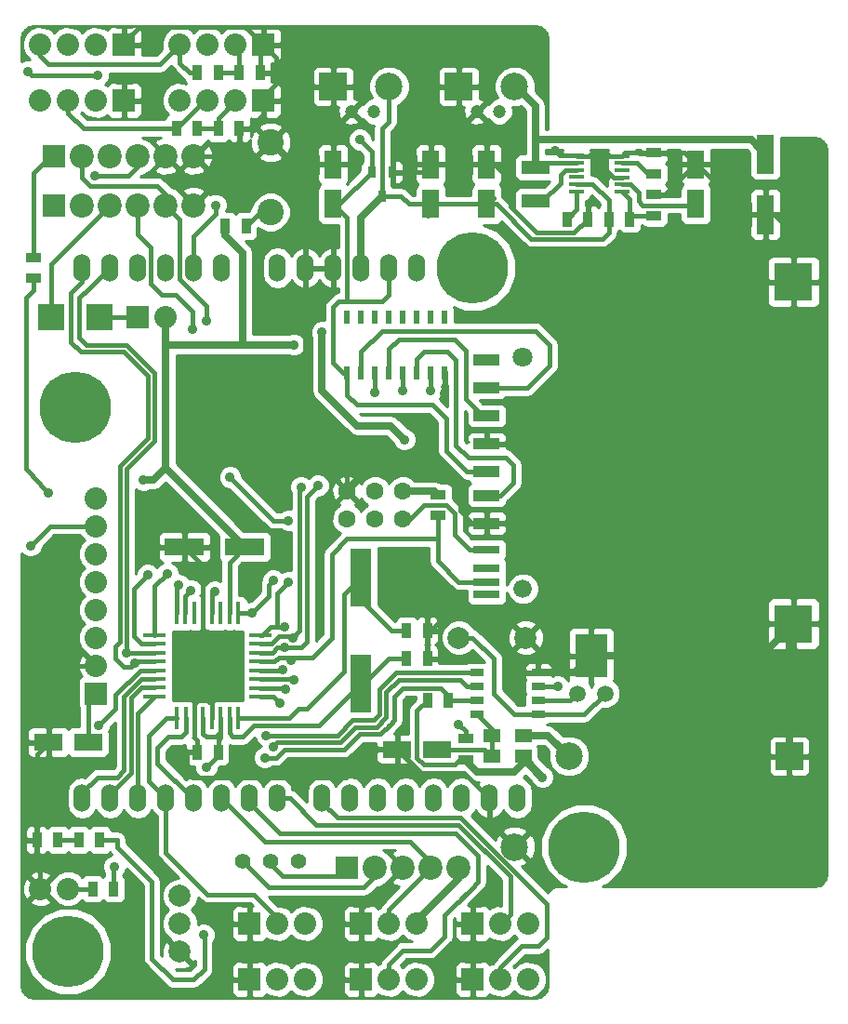
<source format=gtl>
G04 (created by PCBNEW (2013-07-07 BZR 4022)-stable) date 29/12/2014 16:26:55*
%MOIN*%
G04 Gerber Fmt 3.4, Leading zero omitted, Abs format*
%FSLAX34Y34*%
G01*
G70*
G90*
G04 APERTURE LIST*
%ADD10C,0.00590551*%
%ADD11C,0.0787402*%
%ADD12R,0.0984X0.0984*%
%ADD13C,0.0984*%
%ADD14C,0.0472441*%
%ADD15C,0.0590551*%
%ADD16R,0.11811X0.15748*%
%ADD17R,0.0944X0.0944*%
%ADD18R,0.059X0.0472*%
%ADD19R,0.0945X0.0394*%
%ADD20R,0.0945X0.0315*%
%ADD21C,0.066*%
%ADD22C,0.0709*%
%ADD23R,0.1378X0.1378*%
%ADD24O,0.06X0.1*%
%ADD25C,0.0945*%
%ADD26R,0.035X0.055*%
%ADD27R,0.08X0.08*%
%ADD28C,0.08*%
%ADD29R,0.0827X0.0827*%
%ADD30C,0.0866*%
%ADD31R,0.055X0.017*%
%ADD32C,0.063*%
%ADD33R,0.063X0.1024*%
%ADD34R,0.1024X0.063*%
%ADD35C,0.2559*%
%ADD36R,0.076X0.21*%
%ADD37R,0.02X0.045*%
%ADD38R,0.05X0.025*%
%ADD39R,0.055X0.035*%
%ADD40R,0.1417X0.063*%
%ADD41C,0.0787*%
%ADD42R,0.063X0.1417*%
%ADD43R,0.0177X0.0787*%
%ADD44R,0.0787X0.0177*%
%ADD45R,0.0315X0.0394*%
%ADD46R,0.1X0.05*%
%ADD47C,0.0551181*%
%ADD48C,0.0984252*%
%ADD49C,0.035*%
%ADD50C,0.03*%
%ADD51C,0.025*%
%ADD52C,0.015*%
%ADD53C,0.01*%
G04 APERTURE END LIST*
G54D10*
G54D11*
X45750Y-56500D03*
X45750Y-57500D03*
X45750Y-55500D03*
G54D12*
X55750Y-26500D03*
G54D13*
X57750Y-26500D03*
G54D14*
X56400Y-27400D03*
X57200Y-27400D03*
G54D15*
X60000Y-48250D03*
X61000Y-48250D03*
G54D16*
X60500Y-46900D03*
G54D17*
X41134Y-34750D03*
X42866Y-34750D03*
G54D18*
X58070Y-49750D03*
X56930Y-49750D03*
X58070Y-50500D03*
X56930Y-50500D03*
G54D19*
X56750Y-37300D03*
X56750Y-38300D03*
X56750Y-39300D03*
X56750Y-40300D03*
X56750Y-41150D03*
X56750Y-42150D03*
G54D20*
X56750Y-43100D03*
X56750Y-43750D03*
G54D19*
X56750Y-36300D03*
G54D20*
X56750Y-44250D03*
G54D21*
X58050Y-44500D03*
G54D22*
X58050Y-36200D03*
G54D20*
X56750Y-44700D03*
G54D23*
X67750Y-45750D03*
X67750Y-33500D03*
G54D12*
X67600Y-50500D03*
G54D13*
X59700Y-50500D03*
G54D24*
X42250Y-33000D03*
X43250Y-33000D03*
X44250Y-33000D03*
X47250Y-33000D03*
X46250Y-33000D03*
X45250Y-33000D03*
X49250Y-33000D03*
X50250Y-33000D03*
X51250Y-33000D03*
X53250Y-33000D03*
X54250Y-33000D03*
X42250Y-52000D03*
X43250Y-52000D03*
X44250Y-52000D03*
X45250Y-52000D03*
X46250Y-52000D03*
X47250Y-52000D03*
X48250Y-52000D03*
X49250Y-52000D03*
X50850Y-52000D03*
X51850Y-52000D03*
X52850Y-52000D03*
X53850Y-52000D03*
X54850Y-52000D03*
X55850Y-52000D03*
X56850Y-52000D03*
X57850Y-52000D03*
X52250Y-33000D03*
G54D25*
X49000Y-28500D03*
X49000Y-31000D03*
G54D26*
X59625Y-31250D03*
X60375Y-31250D03*
G54D27*
X42750Y-48250D03*
G54D28*
X42750Y-47250D03*
X42750Y-46250D03*
X42750Y-45250D03*
X42750Y-44250D03*
X42750Y-43250D03*
X42750Y-42250D03*
X42750Y-41250D03*
G54D29*
X41250Y-29000D03*
G54D30*
X42250Y-29000D03*
X43250Y-29000D03*
X44250Y-29000D03*
X45250Y-29000D03*
X46250Y-29000D03*
G54D29*
X41250Y-30750D03*
G54D30*
X42250Y-30750D03*
X43250Y-30750D03*
X44250Y-30750D03*
X45250Y-30750D03*
X46250Y-30750D03*
G54D27*
X52250Y-58500D03*
G54D28*
X53250Y-58500D03*
X54250Y-58500D03*
G54D27*
X52250Y-56500D03*
G54D28*
X53250Y-56500D03*
X54250Y-56500D03*
G54D27*
X48250Y-58500D03*
G54D28*
X49250Y-58500D03*
X50250Y-58500D03*
G54D27*
X48250Y-56500D03*
G54D28*
X49250Y-56500D03*
X50250Y-56500D03*
G54D27*
X56250Y-56500D03*
G54D28*
X57250Y-56500D03*
X58250Y-56500D03*
G54D27*
X56250Y-58500D03*
G54D28*
X57250Y-58500D03*
X58250Y-58500D03*
G54D27*
X44250Y-34750D03*
G54D28*
X45250Y-34750D03*
G54D31*
X61600Y-30260D03*
X61600Y-30010D03*
X61600Y-29750D03*
X61600Y-29500D03*
X61600Y-29240D03*
X61600Y-28985D03*
X59975Y-28975D03*
X59975Y-29230D03*
X59975Y-29485D03*
X59975Y-29740D03*
X59975Y-30000D03*
X59975Y-30255D03*
G54D32*
X53750Y-42000D03*
X53750Y-41000D03*
X52750Y-42000D03*
X52750Y-41000D03*
X51750Y-42000D03*
X51750Y-41000D03*
G54D33*
X54750Y-30709D03*
X54750Y-29291D03*
X51250Y-30709D03*
X51250Y-29291D03*
X56750Y-30709D03*
X56750Y-29291D03*
G54D34*
X42459Y-50000D03*
X41041Y-50000D03*
G54D26*
X53875Y-46000D03*
X54625Y-46000D03*
G54D35*
X60250Y-53750D03*
G54D26*
X41375Y-53500D03*
X40625Y-53500D03*
G54D35*
X41750Y-57500D03*
X56250Y-33000D03*
G54D33*
X64250Y-30709D03*
X64250Y-29291D03*
G54D36*
X52250Y-44100D03*
X52250Y-47900D03*
G54D37*
X51750Y-36750D03*
X52250Y-36750D03*
X52750Y-36750D03*
X53250Y-36750D03*
X53750Y-36750D03*
X54250Y-36750D03*
X54750Y-36750D03*
X55250Y-36750D03*
X55250Y-34750D03*
X54750Y-34750D03*
X54250Y-34750D03*
X53750Y-34750D03*
X53250Y-34750D03*
X52750Y-34750D03*
X52250Y-34750D03*
X51750Y-34750D03*
G54D38*
X58600Y-49000D03*
X58600Y-48500D03*
X58600Y-48000D03*
X58600Y-47500D03*
X56400Y-47500D03*
X56400Y-48000D03*
X56400Y-48500D03*
X56400Y-49000D03*
G54D35*
X42000Y-38000D03*
G54D39*
X55000Y-41875D03*
X55000Y-41125D03*
G54D26*
X47125Y-28000D03*
X47875Y-28000D03*
X45625Y-28000D03*
X46375Y-28000D03*
X47875Y-26000D03*
X48625Y-26000D03*
X46375Y-26000D03*
X47125Y-26000D03*
G54D39*
X62750Y-29625D03*
X62750Y-28875D03*
G54D26*
X42875Y-53500D03*
X42125Y-53500D03*
X43375Y-55250D03*
X42625Y-55250D03*
X47375Y-31500D03*
X48125Y-31500D03*
G54D39*
X56000Y-50625D03*
X56000Y-49875D03*
G54D26*
X61125Y-31250D03*
X61875Y-31250D03*
G54D39*
X62750Y-31125D03*
X62750Y-30375D03*
G54D26*
X54625Y-48500D03*
X55375Y-48500D03*
G54D40*
X48083Y-43000D03*
X45917Y-43000D03*
G54D39*
X40500Y-33375D03*
X40500Y-32625D03*
G54D41*
X55750Y-46250D03*
X58150Y-46250D03*
G54D34*
X54959Y-50250D03*
X53541Y-50250D03*
G54D26*
X47125Y-50350D03*
X46375Y-50350D03*
G54D42*
X66750Y-28917D03*
X66750Y-31083D03*
G54D26*
X53875Y-47000D03*
X54625Y-47000D03*
G54D43*
X47843Y-49146D03*
X47528Y-49146D03*
X47213Y-49146D03*
X46898Y-49146D03*
X46583Y-49146D03*
X46268Y-49146D03*
X45953Y-49146D03*
X45638Y-49146D03*
X45640Y-45380D03*
X47850Y-45380D03*
X47530Y-45380D03*
X47210Y-45380D03*
X46900Y-45380D03*
X46580Y-45380D03*
X46270Y-45380D03*
X45950Y-45380D03*
G54D44*
X44850Y-48362D03*
X44850Y-48048D03*
X44850Y-47732D03*
X44850Y-47418D03*
X44850Y-47102D03*
X44850Y-46788D03*
X44850Y-46472D03*
X44850Y-46158D03*
X48630Y-48360D03*
X48630Y-48050D03*
X48630Y-47730D03*
X48630Y-47420D03*
X48630Y-47110D03*
X48630Y-46790D03*
X48630Y-46470D03*
X48630Y-46150D03*
G54D45*
X53000Y-30433D03*
X52625Y-29567D03*
X53375Y-29567D03*
G54D27*
X43750Y-27000D03*
G54D28*
X42750Y-27000D03*
X41750Y-27000D03*
X40750Y-27000D03*
G54D27*
X43750Y-25000D03*
G54D28*
X42750Y-25000D03*
X41750Y-25000D03*
X40750Y-25000D03*
G54D27*
X48750Y-25000D03*
G54D28*
X47750Y-25000D03*
X46750Y-25000D03*
X45750Y-25000D03*
G54D27*
X48750Y-27000D03*
G54D28*
X47750Y-27000D03*
X46750Y-27000D03*
X45750Y-27000D03*
G54D46*
X58500Y-29400D03*
X58500Y-30600D03*
G54D12*
X51250Y-26500D03*
G54D13*
X53250Y-26500D03*
G54D14*
X51900Y-27400D03*
X52700Y-27400D03*
G54D29*
X51750Y-54500D03*
G54D30*
X52750Y-54500D03*
X53750Y-54500D03*
X54750Y-54500D03*
X55750Y-54500D03*
G54D28*
X41750Y-55250D03*
X40750Y-55250D03*
G54D47*
X50000Y-54250D03*
X48000Y-54250D03*
X49000Y-54250D03*
G54D48*
X57750Y-53750D03*
G54D49*
X58750Y-51250D03*
X49850Y-35750D03*
X44450Y-40600D03*
X46700Y-50900D03*
X53800Y-39150D03*
X50850Y-35300D03*
X46150Y-44550D03*
X47050Y-30750D03*
X45700Y-44350D03*
X45300Y-43950D03*
X44600Y-44000D03*
X42800Y-26100D03*
X40300Y-25950D03*
X43850Y-46800D03*
X48850Y-49750D03*
X44150Y-47150D03*
X49100Y-50150D03*
X50700Y-40800D03*
X52750Y-37450D03*
X49500Y-46600D03*
X50100Y-40850D03*
X53750Y-37400D03*
X49800Y-46250D03*
X49650Y-44250D03*
X49500Y-45850D03*
X46600Y-56900D03*
X49100Y-44200D03*
X54750Y-37400D03*
X48350Y-45350D03*
X48800Y-50550D03*
X40400Y-42950D03*
X43400Y-54450D03*
X49350Y-48600D03*
X49550Y-48100D03*
X49850Y-47750D03*
X49450Y-47400D03*
X46200Y-35200D03*
X46700Y-34900D03*
X47000Y-44600D03*
X49750Y-47050D03*
X52200Y-28400D03*
X59200Y-28800D03*
X55150Y-47000D03*
X53900Y-48650D03*
X45700Y-50350D03*
X58050Y-38800D03*
X55250Y-37500D03*
X42700Y-29700D03*
X55750Y-49350D03*
X59300Y-48000D03*
X41050Y-41050D03*
X47550Y-40500D03*
X49650Y-42050D03*
X42850Y-49400D03*
G54D50*
X58070Y-50570D02*
X58070Y-50500D01*
X58750Y-51250D02*
X58070Y-50570D01*
G54D51*
X54250Y-56500D02*
X54250Y-56400D01*
X55750Y-54900D02*
X55750Y-54500D01*
X54250Y-56400D02*
X55750Y-54900D01*
X47800Y-35750D02*
X47950Y-35750D01*
X47375Y-31825D02*
X47375Y-31500D01*
X48000Y-32450D02*
X47375Y-31825D01*
X48000Y-35700D02*
X48000Y-32450D01*
X47950Y-35750D02*
X48000Y-35700D01*
X53750Y-41000D02*
X54875Y-41000D01*
X54875Y-41000D02*
X55000Y-41125D01*
X50850Y-35300D02*
X50850Y-37400D01*
X50850Y-37400D02*
X52100Y-38650D01*
X53300Y-38650D02*
X53800Y-39150D01*
X52100Y-38650D02*
X53300Y-38650D01*
X45250Y-35750D02*
X47800Y-35750D01*
X47800Y-35750D02*
X49850Y-35750D01*
X44450Y-40600D02*
X44817Y-40600D01*
X44817Y-40600D02*
X45250Y-40167D01*
X45250Y-34750D02*
X45250Y-35750D01*
X45250Y-35750D02*
X45250Y-40167D01*
X45250Y-40167D02*
X48083Y-43000D01*
X52250Y-33000D02*
X52250Y-31183D01*
X52250Y-31183D02*
X53000Y-30433D01*
X56000Y-50625D02*
X56000Y-50650D01*
X56400Y-51050D02*
X57750Y-51050D01*
X57750Y-51050D02*
X58070Y-50730D01*
X58070Y-50730D02*
X58070Y-50500D01*
X56000Y-50650D02*
X56400Y-51050D01*
G54D52*
X53250Y-26500D02*
X53250Y-27750D01*
X53250Y-27750D02*
X53000Y-28000D01*
X53000Y-29000D02*
X53000Y-28000D01*
X53000Y-28000D02*
X53250Y-27750D01*
X47125Y-50475D02*
X47125Y-50350D01*
X46700Y-50900D02*
X47125Y-50475D01*
X54875Y-41000D02*
X55000Y-41125D01*
X40750Y-25000D02*
X40750Y-25400D01*
X45050Y-25700D02*
X45750Y-25000D01*
X41050Y-25700D02*
X45050Y-25700D01*
X40750Y-25400D02*
X41050Y-25700D01*
X46375Y-26000D02*
X46100Y-26000D01*
X45750Y-25650D02*
X45750Y-25000D01*
X46100Y-26000D02*
X45750Y-25650D01*
X52250Y-31183D02*
X53000Y-30433D01*
X53000Y-30433D02*
X53000Y-29000D01*
X56750Y-30709D02*
X57109Y-30709D01*
X61125Y-31725D02*
X61125Y-31250D01*
X60900Y-31950D02*
X61125Y-31725D01*
X58350Y-31950D02*
X60900Y-31950D01*
X57109Y-30709D02*
X58350Y-31950D01*
X47530Y-45380D02*
X47530Y-43553D01*
X47530Y-43553D02*
X48083Y-43000D01*
X56000Y-50625D02*
X55775Y-50625D01*
X54250Y-48875D02*
X54625Y-48500D01*
X54250Y-50550D02*
X54250Y-48875D01*
X54500Y-50800D02*
X54250Y-50550D01*
X55600Y-50800D02*
X54500Y-50800D01*
X55775Y-50625D02*
X55600Y-50800D01*
X42459Y-50000D02*
X42459Y-48541D01*
X42459Y-48541D02*
X42750Y-48250D01*
X47125Y-50350D02*
X47125Y-49925D01*
X47213Y-49837D02*
X47213Y-49146D01*
X47125Y-49925D02*
X47213Y-49837D01*
X46583Y-49146D02*
X46583Y-49683D01*
X47213Y-49637D02*
X47213Y-49146D01*
X47050Y-49800D02*
X47213Y-49637D01*
X46700Y-49800D02*
X47050Y-49800D01*
X46583Y-49683D02*
X46700Y-49800D01*
X61125Y-31250D02*
X61125Y-30575D01*
X61125Y-30575D02*
X60550Y-30000D01*
X60550Y-30000D02*
X59975Y-30000D01*
X54750Y-30709D02*
X56791Y-30709D01*
X57000Y-30500D02*
X56750Y-30709D01*
X56791Y-30709D02*
X57000Y-30500D01*
X53000Y-30433D02*
X53683Y-30433D01*
X53959Y-30709D02*
X54750Y-30709D01*
X53683Y-30433D02*
X53959Y-30709D01*
X54625Y-30817D02*
X54625Y-31125D01*
X54625Y-30817D02*
X54567Y-30817D01*
X54500Y-30750D02*
X54625Y-30817D01*
X54567Y-30817D02*
X54500Y-30750D01*
X45950Y-45380D02*
X45950Y-44750D01*
X45950Y-44750D02*
X46150Y-44550D01*
X46375Y-28000D02*
X47125Y-28000D01*
X47125Y-28000D02*
X47125Y-27625D01*
X47125Y-27625D02*
X47750Y-27000D01*
X47050Y-30750D02*
X47050Y-31050D01*
X47050Y-31050D02*
X46250Y-31850D01*
X46250Y-31850D02*
X46250Y-33000D01*
X46250Y-33000D02*
X46250Y-31850D01*
X46250Y-31850D02*
X47050Y-31050D01*
X45640Y-45380D02*
X45640Y-44410D01*
X45640Y-44410D02*
X45700Y-44350D01*
X47875Y-26000D02*
X47875Y-25125D01*
X47875Y-25125D02*
X47750Y-25000D01*
X47125Y-26000D02*
X47875Y-26000D01*
X44850Y-46158D02*
X44850Y-44400D01*
X44850Y-44400D02*
X45300Y-43950D01*
X44372Y-46472D02*
X44850Y-46472D01*
X44100Y-46200D02*
X44372Y-46472D01*
X44100Y-44500D02*
X44100Y-46200D01*
X44600Y-44000D02*
X44100Y-44500D01*
X40450Y-26100D02*
X42800Y-26100D01*
X40300Y-25950D02*
X40450Y-26100D01*
X43850Y-46800D02*
X43850Y-40200D01*
X42350Y-33900D02*
X42300Y-33900D01*
X42300Y-33900D02*
X42150Y-34050D01*
X42150Y-34050D02*
X42150Y-35500D01*
X42150Y-35500D02*
X42400Y-35750D01*
X42400Y-35750D02*
X43500Y-35750D01*
X42350Y-33900D02*
X43250Y-33000D01*
X43850Y-35750D02*
X43500Y-35750D01*
X44850Y-36750D02*
X43850Y-35750D01*
X44850Y-39200D02*
X44850Y-36750D01*
X43850Y-40200D02*
X44850Y-39200D01*
X51200Y-49750D02*
X51400Y-49750D01*
X51950Y-49200D02*
X52700Y-49200D01*
X51400Y-49750D02*
X51950Y-49200D01*
X56400Y-47500D02*
X53500Y-47500D01*
X52900Y-49000D02*
X52700Y-49200D01*
X52900Y-48100D02*
X52900Y-49000D01*
X53500Y-47500D02*
X52900Y-48100D01*
X43862Y-46788D02*
X44850Y-46788D01*
X43850Y-46800D02*
X43862Y-46788D01*
X51200Y-49750D02*
X48850Y-49750D01*
X44850Y-47102D02*
X44198Y-47102D01*
X44198Y-47102D02*
X44000Y-47300D01*
X42200Y-36000D02*
X41850Y-35650D01*
X43750Y-36000D02*
X42200Y-36000D01*
X44600Y-36850D02*
X43750Y-36000D01*
X44600Y-39100D02*
X44600Y-36850D01*
X43600Y-40100D02*
X44600Y-39100D01*
X43600Y-46400D02*
X43600Y-40100D01*
X43450Y-46550D02*
X43600Y-46400D01*
X43450Y-47000D02*
X43450Y-46550D01*
X43750Y-47300D02*
X43450Y-47000D01*
X44000Y-47300D02*
X43750Y-47300D01*
X42250Y-33000D02*
X42250Y-33500D01*
X41850Y-33900D02*
X41850Y-35650D01*
X42250Y-33500D02*
X41850Y-33900D01*
X51200Y-50000D02*
X51500Y-50000D01*
X52050Y-49450D02*
X52800Y-49450D01*
X51500Y-50000D02*
X52050Y-49450D01*
X56400Y-48000D02*
X56050Y-48000D01*
X53150Y-49100D02*
X52800Y-49450D01*
X53150Y-48200D02*
X53150Y-49100D01*
X53600Y-47750D02*
X53150Y-48200D01*
X55800Y-47750D02*
X53600Y-47750D01*
X56050Y-48000D02*
X55800Y-47750D01*
X44150Y-47150D02*
X44198Y-47102D01*
X49250Y-50000D02*
X49100Y-50150D01*
X51200Y-50000D02*
X49250Y-50000D01*
X52750Y-36750D02*
X52750Y-37450D01*
X50100Y-46600D02*
X49500Y-46600D01*
X50300Y-46400D02*
X50100Y-46600D01*
X50300Y-41200D02*
X50300Y-46400D01*
X50700Y-40800D02*
X50300Y-41200D01*
X49060Y-46790D02*
X48630Y-46790D01*
X49250Y-46600D02*
X49060Y-46790D01*
X49500Y-46600D02*
X49250Y-46600D01*
X50050Y-46000D02*
X49800Y-46250D01*
X50050Y-40900D02*
X50050Y-46000D01*
X50100Y-40850D02*
X50050Y-40900D01*
X53750Y-36750D02*
X53750Y-37400D01*
X49030Y-46470D02*
X48630Y-46470D01*
X49800Y-46250D02*
X49750Y-46200D01*
X49750Y-46200D02*
X49300Y-46200D01*
X49300Y-46200D02*
X49030Y-46470D01*
X55200Y-41500D02*
X55300Y-41500D01*
X55600Y-42550D02*
X56150Y-43100D01*
X55600Y-41800D02*
X55600Y-42550D01*
X55300Y-41500D02*
X55600Y-41800D01*
X49250Y-44650D02*
X49250Y-45850D01*
X49650Y-44250D02*
X49250Y-44650D01*
X53750Y-42000D02*
X54000Y-42000D01*
X56150Y-43100D02*
X56750Y-43100D01*
X54500Y-41500D02*
X55200Y-41500D01*
X54000Y-42000D02*
X54500Y-41500D01*
X49500Y-45850D02*
X49250Y-45850D01*
X48700Y-46150D02*
X48630Y-46150D01*
X49000Y-45850D02*
X48700Y-46150D01*
X49250Y-45850D02*
X49000Y-45850D01*
X46625Y-58125D02*
X46250Y-58500D01*
X46625Y-56925D02*
X46625Y-58125D01*
X46600Y-56900D02*
X46625Y-56925D01*
X43500Y-53500D02*
X43500Y-53750D01*
X45500Y-58500D02*
X46250Y-58500D01*
X44750Y-57750D02*
X45500Y-58500D01*
X44750Y-55000D02*
X44750Y-57750D01*
X43500Y-53750D02*
X44750Y-55000D01*
X43500Y-53500D02*
X42875Y-53500D01*
X48950Y-44750D02*
X48320Y-45380D01*
X48950Y-44350D02*
X48950Y-44750D01*
X49100Y-44200D02*
X48950Y-44350D01*
X54750Y-36750D02*
X54750Y-37400D01*
X48350Y-45350D02*
X48320Y-45380D01*
X48320Y-45380D02*
X47850Y-45380D01*
X53300Y-49350D02*
X52950Y-49700D01*
X49200Y-50550D02*
X48800Y-50550D01*
X49500Y-50250D02*
X49200Y-50550D01*
X51650Y-50250D02*
X49500Y-50250D01*
X52200Y-49700D02*
X51650Y-50250D01*
X52950Y-49700D02*
X52200Y-49700D01*
X55375Y-48500D02*
X55375Y-48325D01*
X53450Y-49200D02*
X53300Y-49350D01*
X53300Y-49350D02*
X53250Y-49400D01*
X53450Y-48350D02*
X53450Y-49200D01*
X53750Y-48050D02*
X53450Y-48350D01*
X55100Y-48050D02*
X53750Y-48050D01*
X55375Y-48325D02*
X55100Y-48050D01*
X44250Y-52000D02*
X44250Y-48962D01*
X44250Y-48962D02*
X44850Y-48362D01*
X56400Y-48500D02*
X55375Y-48500D01*
X49250Y-56500D02*
X49250Y-56300D01*
X48400Y-55450D02*
X46750Y-55450D01*
X49250Y-56300D02*
X48400Y-55450D01*
X46150Y-54850D02*
X46750Y-55450D01*
X45250Y-53950D02*
X46150Y-54850D01*
X45250Y-52000D02*
X45250Y-53950D01*
X45638Y-49146D02*
X45254Y-49146D01*
X45254Y-49146D02*
X44650Y-49750D01*
X44650Y-49750D02*
X44650Y-51400D01*
X44650Y-51400D02*
X45250Y-52000D01*
X42750Y-42250D02*
X41100Y-42250D01*
X41100Y-42250D02*
X40400Y-42950D01*
X43375Y-54475D02*
X43375Y-55250D01*
X43400Y-54450D02*
X43375Y-54475D01*
X46250Y-52000D02*
X46200Y-52000D01*
X45800Y-49800D02*
X45953Y-49647D01*
X45350Y-49800D02*
X45800Y-49800D01*
X44950Y-50200D02*
X45350Y-49800D01*
X44950Y-50750D02*
X44950Y-50200D01*
X46200Y-52000D02*
X44950Y-50750D01*
X45953Y-49647D02*
X45953Y-49146D01*
X54750Y-54500D02*
X54750Y-54300D01*
X48800Y-53550D02*
X47250Y-52000D01*
X54000Y-53550D02*
X48800Y-53550D01*
X54750Y-54300D02*
X54000Y-53550D01*
X53250Y-56500D02*
X53250Y-56000D01*
X53250Y-56000D02*
X54750Y-54500D01*
X49350Y-48600D02*
X49110Y-48360D01*
X49110Y-48360D02*
X48630Y-48360D01*
X53250Y-58500D02*
X53250Y-57950D01*
X55250Y-56200D02*
X56200Y-55250D01*
X55250Y-56950D02*
X55250Y-56200D01*
X54750Y-57450D02*
X55250Y-56950D01*
X53750Y-57450D02*
X54750Y-57450D01*
X53250Y-57950D02*
X53750Y-57450D01*
X48250Y-52000D02*
X48250Y-52150D01*
X48250Y-52150D02*
X49350Y-53250D01*
X49350Y-53250D02*
X55650Y-53250D01*
X55650Y-53250D02*
X56450Y-54050D01*
X56450Y-54050D02*
X56450Y-55000D01*
X56450Y-55000D02*
X56200Y-55250D01*
X56200Y-55250D02*
X55850Y-55600D01*
X49500Y-48050D02*
X48630Y-48050D01*
X49550Y-48100D02*
X49500Y-48050D01*
X49250Y-52000D02*
X49700Y-52000D01*
X57600Y-56150D02*
X57250Y-56500D01*
X57600Y-54800D02*
X57600Y-56150D01*
X55750Y-52950D02*
X57600Y-54800D01*
X50650Y-52950D02*
X55750Y-52950D01*
X49700Y-52000D02*
X50650Y-52950D01*
X49830Y-47730D02*
X48630Y-47730D01*
X49850Y-47750D02*
X49830Y-47730D01*
X50850Y-52000D02*
X50850Y-52150D01*
X55800Y-52700D02*
X58700Y-55600D01*
X51400Y-52700D02*
X55800Y-52700D01*
X50850Y-52150D02*
X51400Y-52700D01*
X57250Y-58500D02*
X57250Y-58050D01*
X58900Y-55800D02*
X58700Y-55600D01*
X58900Y-57000D02*
X58900Y-55800D01*
X58600Y-57300D02*
X58900Y-57000D01*
X58000Y-57300D02*
X58600Y-57300D01*
X57250Y-58050D02*
X58000Y-57300D01*
X49430Y-47420D02*
X48630Y-47420D01*
X49450Y-47400D02*
X49430Y-47420D01*
X44850Y-47732D02*
X44368Y-47732D01*
X43750Y-48350D02*
X43750Y-48750D01*
X44368Y-47732D02*
X43750Y-48350D01*
X46200Y-35200D02*
X46200Y-34550D01*
X45600Y-33950D02*
X45800Y-34150D01*
X45100Y-33950D02*
X45600Y-33950D01*
X44700Y-33550D02*
X45100Y-33950D01*
X44700Y-32250D02*
X44700Y-33550D01*
X44250Y-31800D02*
X44700Y-32250D01*
X44250Y-30750D02*
X44250Y-31800D01*
X46200Y-34550D02*
X45800Y-34150D01*
X42250Y-52000D02*
X42250Y-51800D01*
X43750Y-51000D02*
X43750Y-48750D01*
X43500Y-51250D02*
X43750Y-51000D01*
X42800Y-51250D02*
X43500Y-51250D01*
X42250Y-51800D02*
X42800Y-51250D01*
X45750Y-31250D02*
X45250Y-30750D01*
X45750Y-33400D02*
X45750Y-31250D01*
X46700Y-34350D02*
X45750Y-33400D01*
X46700Y-34900D02*
X46700Y-34350D01*
X42250Y-29000D02*
X42250Y-29750D01*
X42250Y-29750D02*
X42550Y-30050D01*
X42550Y-30050D02*
X44950Y-30050D01*
X44950Y-30050D02*
X45250Y-30350D01*
X45250Y-30350D02*
X45250Y-30750D01*
X43250Y-52000D02*
X43250Y-51850D01*
X44352Y-48048D02*
X44850Y-48048D01*
X44000Y-48400D02*
X44352Y-48048D01*
X44000Y-51100D02*
X44000Y-48400D01*
X43250Y-51850D02*
X44000Y-51100D01*
X46900Y-45380D02*
X46900Y-44700D01*
X46900Y-44700D02*
X47000Y-44600D01*
G54D51*
X58500Y-28400D02*
X66233Y-28400D01*
X66233Y-28400D02*
X66750Y-28917D01*
X57750Y-26500D02*
X57800Y-26500D01*
X58500Y-27200D02*
X58500Y-29400D01*
X57800Y-26500D02*
X58500Y-27200D01*
G54D52*
X57750Y-26500D02*
X58500Y-27250D01*
X58500Y-29400D02*
X58500Y-28400D01*
X58500Y-28400D02*
X58500Y-27250D01*
X59975Y-29230D02*
X58670Y-29230D01*
X58670Y-29230D02*
X58500Y-29400D01*
X49500Y-46950D02*
X50500Y-46950D01*
X51750Y-42700D02*
X55000Y-42700D01*
X51200Y-43250D02*
X51750Y-42700D01*
X51200Y-46250D02*
X51200Y-43250D01*
X50500Y-46950D02*
X51200Y-46250D01*
X56750Y-44250D02*
X55750Y-44250D01*
X55750Y-44250D02*
X55000Y-43500D01*
X55000Y-43500D02*
X55000Y-42700D01*
X55000Y-42700D02*
X55000Y-41875D01*
X49140Y-47110D02*
X48630Y-47110D01*
X49300Y-46950D02*
X49140Y-47110D01*
X49650Y-46950D02*
X49500Y-46950D01*
X49500Y-46950D02*
X49300Y-46950D01*
X49750Y-47050D02*
X49650Y-46950D01*
X56325Y-44250D02*
X56300Y-44275D01*
X61600Y-30010D02*
X61910Y-30010D01*
X64209Y-30750D02*
X64250Y-30709D01*
X62350Y-30750D02*
X64209Y-30750D01*
X62200Y-30600D02*
X62350Y-30750D01*
X62200Y-30300D02*
X62200Y-30600D01*
X61910Y-30010D02*
X62200Y-30300D01*
X52625Y-28825D02*
X52200Y-28400D01*
X52625Y-28825D02*
X52625Y-29567D01*
X45625Y-28000D02*
X42300Y-28000D01*
X41750Y-27450D02*
X41750Y-27000D01*
X42300Y-28000D02*
X41750Y-27450D01*
X51750Y-34200D02*
X51750Y-31209D01*
X51750Y-31209D02*
X51250Y-30709D01*
X51750Y-36750D02*
X51600Y-36750D01*
X53250Y-33950D02*
X53250Y-33000D01*
X53000Y-34200D02*
X53250Y-33950D01*
X51450Y-34200D02*
X51750Y-34200D01*
X51750Y-34200D02*
X51800Y-34200D01*
X51800Y-34200D02*
X53000Y-34200D01*
X51250Y-34400D02*
X51450Y-34200D01*
X51250Y-36400D02*
X51250Y-34400D01*
X51600Y-36750D02*
X51250Y-36400D01*
X45625Y-28000D02*
X45650Y-28000D01*
X46650Y-27000D02*
X46750Y-27000D01*
X45650Y-28000D02*
X46650Y-27000D01*
X56750Y-40300D02*
X56050Y-40300D01*
X51750Y-37550D02*
X51750Y-36750D01*
X52100Y-37900D02*
X51750Y-37550D01*
X54800Y-37900D02*
X52100Y-37900D01*
X55300Y-38400D02*
X54800Y-37900D01*
X55300Y-39550D02*
X55300Y-38400D01*
X56050Y-40300D02*
X55300Y-39550D01*
X51250Y-30709D02*
X51483Y-30709D01*
X51483Y-30709D02*
X52625Y-29567D01*
X52250Y-56500D02*
X52250Y-56000D01*
X52250Y-56000D02*
X53750Y-54500D01*
X40750Y-55250D02*
X40750Y-54650D01*
X40625Y-54525D02*
X40625Y-53500D01*
X40750Y-54650D02*
X40625Y-54525D01*
X40625Y-53500D02*
X40625Y-52775D01*
X40600Y-52750D02*
X40625Y-52750D01*
X40625Y-52775D02*
X40600Y-52750D01*
G54D51*
X67600Y-50500D02*
X67600Y-45900D01*
X67600Y-45900D02*
X67750Y-45750D01*
X60500Y-46900D02*
X66600Y-46900D01*
X66600Y-46900D02*
X67750Y-45750D01*
X58600Y-47500D02*
X59900Y-47500D01*
X59900Y-47500D02*
X60500Y-46900D01*
G54D52*
X54625Y-46000D02*
X54750Y-46000D01*
X55450Y-45300D02*
X57200Y-45300D01*
X54750Y-46000D02*
X55450Y-45300D01*
X57200Y-45300D02*
X58150Y-46250D01*
X58325Y-41675D02*
X58675Y-41675D01*
X60500Y-43500D02*
X60500Y-46900D01*
X58675Y-41675D02*
X60500Y-43500D01*
X57200Y-45300D02*
X58800Y-46900D01*
X58800Y-46900D02*
X60500Y-46900D01*
X55750Y-29250D02*
X55750Y-26500D01*
X59375Y-28975D02*
X59200Y-28800D01*
X59975Y-28975D02*
X59375Y-28975D01*
X51250Y-29291D02*
X51250Y-26500D01*
X53541Y-50250D02*
X53541Y-49659D01*
X55150Y-47000D02*
X54625Y-47000D01*
X53900Y-49300D02*
X53900Y-48650D01*
X53541Y-49659D02*
X53900Y-49300D01*
X53541Y-50250D02*
X52700Y-50250D01*
X46000Y-51050D02*
X46000Y-50350D01*
X46200Y-51250D02*
X46000Y-51050D01*
X51700Y-51250D02*
X46200Y-51250D01*
X52700Y-50250D02*
X51700Y-51250D01*
X48750Y-27000D02*
X48750Y-26850D01*
X48750Y-26850D02*
X49200Y-26400D01*
X49200Y-26400D02*
X49200Y-25450D01*
X49200Y-25450D02*
X48750Y-25000D01*
X46250Y-29000D02*
X47650Y-29000D01*
X47875Y-28775D02*
X47875Y-28000D01*
X47650Y-29000D02*
X47875Y-28775D01*
X45700Y-50350D02*
X46000Y-50350D01*
X46000Y-50350D02*
X46375Y-50350D01*
X51750Y-41000D02*
X51750Y-40500D01*
X50250Y-39000D02*
X50250Y-33000D01*
X51750Y-40500D02*
X50250Y-39000D01*
X56750Y-42150D02*
X56250Y-42150D01*
X55800Y-41700D02*
X55800Y-41000D01*
X56250Y-42150D02*
X55800Y-41700D01*
X51750Y-41000D02*
X51750Y-40850D01*
X51750Y-40850D02*
X52250Y-40350D01*
X52250Y-40350D02*
X55150Y-40350D01*
X55150Y-40350D02*
X55800Y-41000D01*
X67750Y-45750D02*
X67750Y-33500D01*
X67600Y-45900D02*
X67750Y-45750D01*
X66600Y-46900D02*
X67750Y-45750D01*
X58325Y-41675D02*
X58300Y-41650D01*
X47700Y-24350D02*
X50850Y-24350D01*
X51250Y-24750D02*
X51250Y-26000D01*
X50850Y-24350D02*
X51250Y-24750D01*
X43750Y-25000D02*
X43750Y-24900D01*
X48100Y-24350D02*
X48750Y-25000D01*
X47700Y-24350D02*
X48100Y-24350D01*
X44300Y-24350D02*
X47700Y-24350D01*
X43750Y-24900D02*
X44300Y-24350D01*
X48625Y-26000D02*
X48625Y-25125D01*
X48625Y-25125D02*
X48750Y-25000D01*
X47875Y-28000D02*
X48250Y-28000D01*
X48750Y-27500D02*
X48750Y-27000D01*
X48250Y-28000D02*
X48750Y-27500D01*
X49000Y-28500D02*
X49100Y-28500D01*
X49100Y-28500D02*
X50250Y-29650D01*
X50250Y-29650D02*
X50250Y-29750D01*
X50250Y-33000D02*
X50250Y-29950D01*
X50250Y-29950D02*
X50250Y-29750D01*
X50709Y-29291D02*
X51250Y-29291D01*
X50250Y-29750D02*
X50709Y-29291D01*
X51250Y-33000D02*
X50250Y-33000D01*
X56750Y-29291D02*
X57041Y-29291D01*
X59875Y-31749D02*
X60375Y-31250D01*
X58549Y-31749D02*
X59875Y-31749D01*
X57600Y-30800D02*
X58549Y-31749D01*
X57600Y-29850D02*
X57600Y-30800D01*
X57041Y-29291D02*
X57600Y-29850D01*
X66750Y-31083D02*
X67083Y-31083D01*
X67083Y-31083D02*
X67750Y-31750D01*
X67750Y-31750D02*
X67750Y-33500D01*
X64250Y-29291D02*
X64291Y-29291D01*
X66083Y-31083D02*
X66750Y-31083D01*
X64291Y-29291D02*
X66083Y-31083D01*
X55750Y-29250D02*
X55750Y-29291D01*
X51250Y-26000D02*
X51250Y-29291D01*
X54750Y-29291D02*
X55750Y-29291D01*
X55750Y-29291D02*
X56750Y-29291D01*
X53375Y-29567D02*
X54474Y-29567D01*
X54474Y-29567D02*
X54750Y-29291D01*
X46580Y-45380D02*
X46580Y-43663D01*
X46580Y-43663D02*
X45917Y-43000D01*
X53541Y-50250D02*
X53550Y-50250D01*
X53550Y-50250D02*
X54400Y-51100D01*
X46580Y-45380D02*
X46580Y-48500D01*
X46580Y-48500D02*
X46500Y-48500D01*
X41041Y-50000D02*
X41041Y-47709D01*
X41500Y-47250D02*
X42750Y-47250D01*
X41041Y-47709D02*
X41500Y-47250D01*
X40625Y-52750D02*
X40625Y-50416D01*
X40625Y-50416D02*
X41041Y-50000D01*
X46375Y-50350D02*
X46375Y-49925D01*
X46375Y-49925D02*
X46268Y-49818D01*
X46268Y-49818D02*
X46268Y-49146D01*
X46898Y-49146D02*
X46898Y-48648D01*
X46268Y-48632D02*
X46268Y-49146D01*
X46400Y-48500D02*
X46268Y-48632D01*
X46750Y-48500D02*
X46500Y-48500D01*
X46500Y-48500D02*
X46400Y-48500D01*
X46898Y-48648D02*
X46750Y-48500D01*
X54625Y-47000D02*
X54625Y-46000D01*
X55250Y-36750D02*
X55250Y-37500D01*
X58300Y-39050D02*
X58300Y-39850D01*
X58050Y-38800D02*
X58300Y-39050D01*
X56750Y-39300D02*
X57750Y-39300D01*
X57800Y-42150D02*
X56750Y-42150D01*
X58300Y-41650D02*
X57800Y-42150D01*
X58300Y-39850D02*
X58300Y-41650D01*
X57750Y-39300D02*
X58300Y-39850D01*
X61600Y-28985D02*
X59985Y-28985D01*
X59985Y-28985D02*
X59975Y-28975D01*
X61600Y-29750D02*
X61300Y-29750D01*
X61065Y-28985D02*
X61600Y-28985D01*
X61050Y-29000D02*
X61065Y-28985D01*
X61050Y-29500D02*
X61050Y-29000D01*
X61300Y-29750D02*
X61050Y-29500D01*
X62750Y-28875D02*
X63834Y-28875D01*
X63834Y-28875D02*
X64250Y-29291D01*
X62750Y-28875D02*
X61710Y-28875D01*
X61710Y-28875D02*
X61600Y-28985D01*
X62750Y-30375D02*
X63125Y-30375D01*
X63125Y-30375D02*
X64209Y-29291D01*
X64209Y-29291D02*
X64250Y-29291D01*
X66491Y-31450D02*
X66750Y-31709D01*
X53541Y-50000D02*
X53541Y-50241D01*
X53541Y-50241D02*
X54400Y-51100D01*
X54400Y-51100D02*
X55950Y-51100D01*
X55950Y-51100D02*
X56850Y-52000D01*
X59900Y-47500D02*
X60500Y-46900D01*
X60750Y-47500D02*
X60500Y-47500D01*
X60050Y-47250D02*
X60150Y-47150D01*
X49000Y-54250D02*
X49000Y-54350D01*
X51450Y-54800D02*
X51750Y-54500D01*
X49450Y-54800D02*
X51450Y-54800D01*
X49000Y-54350D02*
X49450Y-54800D01*
X42125Y-53500D02*
X41375Y-53500D01*
X41750Y-55250D02*
X42625Y-55250D01*
X56750Y-37300D02*
X58200Y-37300D01*
X52250Y-36000D02*
X52250Y-36750D01*
X53000Y-35250D02*
X52250Y-36000D01*
X58500Y-35250D02*
X53000Y-35250D01*
X59000Y-35750D02*
X58500Y-35250D01*
X59000Y-36500D02*
X59000Y-35750D01*
X58200Y-37300D02*
X59000Y-36500D01*
X56750Y-41150D02*
X57250Y-41150D01*
X54250Y-36250D02*
X54250Y-36750D01*
X54500Y-36000D02*
X54250Y-36250D01*
X55350Y-36000D02*
X54500Y-36000D01*
X55650Y-36300D02*
X55350Y-36000D01*
X55650Y-39350D02*
X55650Y-36300D01*
X56100Y-39800D02*
X55650Y-39350D01*
X57450Y-39800D02*
X56100Y-39800D01*
X57700Y-40050D02*
X57450Y-39800D01*
X57700Y-40700D02*
X57700Y-40050D01*
X57250Y-41150D02*
X57700Y-40700D01*
X56750Y-38300D02*
X56600Y-38300D01*
X53250Y-35900D02*
X53250Y-36750D01*
X53600Y-35550D02*
X53250Y-35900D01*
X55600Y-35550D02*
X53600Y-35550D01*
X56000Y-35950D02*
X55600Y-35550D01*
X56000Y-37700D02*
X56000Y-35950D01*
X56600Y-38300D02*
X56000Y-37700D01*
X44250Y-34750D02*
X42866Y-34750D01*
X47528Y-49146D02*
X47528Y-49678D01*
X50750Y-49400D02*
X52250Y-47900D01*
X48400Y-49400D02*
X50750Y-49400D01*
X48000Y-49800D02*
X48400Y-49400D01*
X47650Y-49800D02*
X48000Y-49800D01*
X47528Y-49678D02*
X47650Y-49800D01*
X52250Y-47900D02*
X52350Y-47900D01*
X53250Y-47000D02*
X53875Y-47000D01*
X52350Y-47900D02*
X53250Y-47000D01*
X41134Y-34750D02*
X41134Y-32866D01*
X41134Y-32866D02*
X43250Y-30750D01*
X44250Y-29000D02*
X44250Y-29350D01*
X43900Y-29700D02*
X42700Y-29700D01*
X44250Y-29350D02*
X43900Y-29700D01*
X50000Y-48800D02*
X50300Y-48800D01*
X51650Y-44700D02*
X52250Y-44100D01*
X51650Y-47450D02*
X51650Y-44700D01*
X50300Y-48800D02*
X51650Y-47450D01*
X52250Y-44100D02*
X52250Y-44900D01*
X52250Y-44900D02*
X53350Y-46000D01*
X53350Y-46000D02*
X53875Y-46000D01*
X47843Y-49146D02*
X49654Y-49146D01*
X49654Y-49146D02*
X50000Y-48800D01*
X41250Y-29000D02*
X41100Y-29000D01*
X40500Y-29600D02*
X40500Y-32625D01*
X41100Y-29000D02*
X40500Y-29600D01*
X58600Y-48500D02*
X59750Y-48500D01*
X59750Y-48500D02*
X60000Y-48250D01*
X58600Y-48000D02*
X59300Y-48000D01*
X56000Y-49600D02*
X56000Y-49875D01*
X55750Y-49350D02*
X56000Y-49600D01*
X54959Y-50250D02*
X56680Y-50250D01*
X56680Y-50250D02*
X56930Y-50500D01*
X56930Y-49750D02*
X56930Y-49530D01*
X56930Y-49530D02*
X56400Y-49000D01*
X56930Y-50500D02*
X56930Y-49750D01*
X55750Y-46250D02*
X56250Y-46250D01*
X56250Y-46250D02*
X57000Y-47000D01*
X58600Y-49000D02*
X57750Y-49000D01*
X57000Y-48250D02*
X57000Y-47000D01*
X57750Y-49000D02*
X57000Y-48250D01*
X58600Y-49000D02*
X60250Y-49000D01*
X60250Y-49000D02*
X61000Y-48250D01*
G54D51*
X58070Y-49750D02*
X58950Y-49750D01*
X58950Y-49750D02*
X59700Y-50500D01*
G54D52*
X58950Y-49750D02*
X59700Y-50500D01*
X58500Y-30600D02*
X58750Y-30600D01*
X59565Y-29485D02*
X59975Y-29485D01*
X59400Y-29650D02*
X59565Y-29485D01*
X59400Y-29950D02*
X59400Y-29650D01*
X58750Y-30600D02*
X59400Y-29950D01*
X62750Y-29625D02*
X62525Y-29625D01*
X62140Y-29240D02*
X61600Y-29240D01*
X62525Y-29625D02*
X62140Y-29240D01*
X59975Y-30255D02*
X59975Y-30900D01*
X59975Y-30900D02*
X59625Y-31250D01*
X62750Y-31125D02*
X62000Y-31125D01*
X62000Y-31125D02*
X61875Y-31250D01*
X61875Y-31250D02*
X61875Y-30535D01*
X61875Y-30535D02*
X61600Y-30260D01*
X52750Y-54500D02*
X52750Y-54800D01*
X48950Y-55200D02*
X48000Y-54250D01*
X52350Y-55200D02*
X48950Y-55200D01*
X52750Y-54800D02*
X52350Y-55200D01*
X40475Y-40475D02*
X40475Y-40425D01*
X41050Y-41050D02*
X40475Y-40475D01*
X47550Y-40500D02*
X49100Y-42050D01*
X49100Y-42050D02*
X49650Y-42050D01*
X40250Y-40200D02*
X40250Y-35250D01*
X40250Y-34050D02*
X40250Y-35250D01*
X40500Y-33800D02*
X40250Y-34050D01*
X40500Y-33375D02*
X40500Y-33800D01*
X40475Y-40425D02*
X40250Y-40200D01*
X44850Y-47418D02*
X44332Y-47418D01*
X43450Y-48800D02*
X42850Y-49400D01*
X43450Y-48300D02*
X43450Y-48800D01*
X44332Y-47418D02*
X43450Y-48300D01*
X49000Y-31000D02*
X48625Y-31000D01*
X48625Y-31000D02*
X48125Y-31500D01*
G54D10*
G36*
X45977Y-26390D02*
X45879Y-26350D01*
X45621Y-26349D01*
X45382Y-26448D01*
X45199Y-26631D01*
X45100Y-26870D01*
X45099Y-27128D01*
X45198Y-27367D01*
X45333Y-27502D01*
X45308Y-27512D01*
X45238Y-27583D01*
X45200Y-27675D01*
X44400Y-27675D01*
X44400Y-27350D01*
X44400Y-26649D01*
X44399Y-26550D01*
X44361Y-26458D01*
X44291Y-26387D01*
X44199Y-26349D01*
X43862Y-26350D01*
X43800Y-26412D01*
X43800Y-26950D01*
X44337Y-26950D01*
X44400Y-26887D01*
X44400Y-26649D01*
X44400Y-27350D01*
X44400Y-27112D01*
X44337Y-27050D01*
X43800Y-27050D01*
X43800Y-27587D01*
X43862Y-27650D01*
X44199Y-27650D01*
X44291Y-27612D01*
X44361Y-27541D01*
X44399Y-27449D01*
X44400Y-27350D01*
X44400Y-27675D01*
X42434Y-27675D01*
X42214Y-27454D01*
X42250Y-27419D01*
X42381Y-27550D01*
X42620Y-27649D01*
X42878Y-27650D01*
X43117Y-27551D01*
X43134Y-27534D01*
X43138Y-27541D01*
X43208Y-27612D01*
X43300Y-27650D01*
X43637Y-27650D01*
X43700Y-27587D01*
X43700Y-27050D01*
X43692Y-27050D01*
X43692Y-26950D01*
X43700Y-26950D01*
X43700Y-26412D01*
X43637Y-26350D01*
X43300Y-26349D01*
X43208Y-26387D01*
X43138Y-26458D01*
X43135Y-26465D01*
X43118Y-26449D01*
X43071Y-26429D01*
X43160Y-26341D01*
X43224Y-26184D01*
X43225Y-26025D01*
X45050Y-26025D01*
X45174Y-26000D01*
X45174Y-26000D01*
X45279Y-25929D01*
X45447Y-25762D01*
X45449Y-25774D01*
X45520Y-25879D01*
X45870Y-26229D01*
X45870Y-26229D01*
X45949Y-26283D01*
X45949Y-26324D01*
X45977Y-26390D01*
X45977Y-26390D01*
G37*
G54D53*
X45977Y-26390D02*
X45879Y-26350D01*
X45621Y-26349D01*
X45382Y-26448D01*
X45199Y-26631D01*
X45100Y-26870D01*
X45099Y-27128D01*
X45198Y-27367D01*
X45333Y-27502D01*
X45308Y-27512D01*
X45238Y-27583D01*
X45200Y-27675D01*
X44400Y-27675D01*
X44400Y-27350D01*
X44400Y-26649D01*
X44399Y-26550D01*
X44361Y-26458D01*
X44291Y-26387D01*
X44199Y-26349D01*
X43862Y-26350D01*
X43800Y-26412D01*
X43800Y-26950D01*
X44337Y-26950D01*
X44400Y-26887D01*
X44400Y-26649D01*
X44400Y-27350D01*
X44400Y-27112D01*
X44337Y-27050D01*
X43800Y-27050D01*
X43800Y-27587D01*
X43862Y-27650D01*
X44199Y-27650D01*
X44291Y-27612D01*
X44361Y-27541D01*
X44399Y-27449D01*
X44400Y-27350D01*
X44400Y-27675D01*
X42434Y-27675D01*
X42214Y-27454D01*
X42250Y-27419D01*
X42381Y-27550D01*
X42620Y-27649D01*
X42878Y-27650D01*
X43117Y-27551D01*
X43134Y-27534D01*
X43138Y-27541D01*
X43208Y-27612D01*
X43300Y-27650D01*
X43637Y-27650D01*
X43700Y-27587D01*
X43700Y-27050D01*
X43692Y-27050D01*
X43692Y-26950D01*
X43700Y-26950D01*
X43700Y-26412D01*
X43637Y-26350D01*
X43300Y-26349D01*
X43208Y-26387D01*
X43138Y-26458D01*
X43135Y-26465D01*
X43118Y-26449D01*
X43071Y-26429D01*
X43160Y-26341D01*
X43224Y-26184D01*
X43225Y-26025D01*
X45050Y-26025D01*
X45174Y-26000D01*
X45174Y-26000D01*
X45279Y-25929D01*
X45447Y-25762D01*
X45449Y-25774D01*
X45520Y-25879D01*
X45870Y-26229D01*
X45870Y-26229D01*
X45949Y-26283D01*
X45949Y-26324D01*
X45977Y-26390D01*
G54D10*
G36*
X46324Y-49887D02*
X46262Y-49825D01*
X46217Y-49824D01*
X46253Y-49771D01*
X46253Y-49771D01*
X46264Y-49715D01*
X46282Y-49807D01*
X46324Y-49870D01*
X46324Y-49887D01*
X46324Y-49887D01*
G37*
G54D53*
X46324Y-49887D02*
X46262Y-49825D01*
X46217Y-49824D01*
X46253Y-49771D01*
X46253Y-49771D01*
X46264Y-49715D01*
X46282Y-49807D01*
X46324Y-49870D01*
X46324Y-49887D01*
G54D10*
G36*
X47213Y-43508D02*
X47205Y-43553D01*
X47205Y-44224D01*
X47084Y-44175D01*
X46915Y-44174D01*
X46875Y-44191D01*
X46875Y-43265D01*
X46875Y-42734D01*
X46875Y-42635D01*
X46837Y-42543D01*
X46766Y-42472D01*
X46675Y-42434D01*
X46029Y-42435D01*
X45967Y-42497D01*
X45967Y-42950D01*
X46813Y-42950D01*
X46875Y-42887D01*
X46875Y-42734D01*
X46875Y-43265D01*
X46875Y-43112D01*
X46813Y-43050D01*
X45967Y-43050D01*
X45967Y-43502D01*
X46029Y-43565D01*
X46675Y-43565D01*
X46766Y-43527D01*
X46837Y-43456D01*
X46875Y-43364D01*
X46875Y-43265D01*
X46875Y-44191D01*
X46759Y-44239D01*
X46639Y-44358D01*
X46575Y-44515D01*
X46574Y-44684D01*
X46577Y-44689D01*
X46575Y-44700D01*
X46575Y-44736D01*
X46532Y-44736D01*
X46532Y-44736D01*
X46473Y-44736D01*
X46473Y-44736D01*
X46532Y-44736D01*
X46574Y-44634D01*
X46575Y-44465D01*
X46510Y-44309D01*
X46391Y-44189D01*
X46234Y-44125D01*
X46066Y-44124D01*
X46060Y-44109D01*
X45941Y-43989D01*
X45784Y-43925D01*
X45725Y-43925D01*
X45725Y-43865D01*
X45660Y-43709D01*
X45541Y-43589D01*
X45481Y-43565D01*
X45804Y-43565D01*
X45867Y-43502D01*
X45867Y-43050D01*
X45867Y-42950D01*
X45867Y-42497D01*
X45804Y-42435D01*
X45158Y-42434D01*
X45067Y-42472D01*
X44996Y-42543D01*
X44958Y-42635D01*
X44958Y-42734D01*
X44958Y-42887D01*
X45021Y-42950D01*
X45867Y-42950D01*
X45867Y-43050D01*
X45021Y-43050D01*
X44958Y-43112D01*
X44958Y-43265D01*
X44958Y-43364D01*
X44996Y-43456D01*
X45067Y-43527D01*
X45138Y-43556D01*
X45059Y-43589D01*
X44939Y-43708D01*
X44931Y-43730D01*
X44841Y-43639D01*
X44684Y-43575D01*
X44515Y-43574D01*
X44359Y-43639D01*
X44239Y-43758D01*
X44175Y-43915D01*
X44175Y-43965D01*
X44175Y-43965D01*
X44175Y-40926D01*
X44208Y-40960D01*
X44365Y-41024D01*
X44534Y-41025D01*
X44655Y-40975D01*
X44817Y-40975D01*
X44960Y-40946D01*
X45082Y-40865D01*
X45250Y-40697D01*
X47143Y-42590D01*
X47124Y-42635D01*
X47124Y-42734D01*
X47124Y-43364D01*
X47162Y-43456D01*
X47213Y-43508D01*
X47213Y-43508D01*
G37*
G54D53*
X47213Y-43508D02*
X47205Y-43553D01*
X47205Y-44224D01*
X47084Y-44175D01*
X46915Y-44174D01*
X46875Y-44191D01*
X46875Y-43265D01*
X46875Y-42734D01*
X46875Y-42635D01*
X46837Y-42543D01*
X46766Y-42472D01*
X46675Y-42434D01*
X46029Y-42435D01*
X45967Y-42497D01*
X45967Y-42950D01*
X46813Y-42950D01*
X46875Y-42887D01*
X46875Y-42734D01*
X46875Y-43265D01*
X46875Y-43112D01*
X46813Y-43050D01*
X45967Y-43050D01*
X45967Y-43502D01*
X46029Y-43565D01*
X46675Y-43565D01*
X46766Y-43527D01*
X46837Y-43456D01*
X46875Y-43364D01*
X46875Y-43265D01*
X46875Y-44191D01*
X46759Y-44239D01*
X46639Y-44358D01*
X46575Y-44515D01*
X46574Y-44684D01*
X46577Y-44689D01*
X46575Y-44700D01*
X46575Y-44736D01*
X46532Y-44736D01*
X46532Y-44736D01*
X46473Y-44736D01*
X46473Y-44736D01*
X46532Y-44736D01*
X46574Y-44634D01*
X46575Y-44465D01*
X46510Y-44309D01*
X46391Y-44189D01*
X46234Y-44125D01*
X46066Y-44124D01*
X46060Y-44109D01*
X45941Y-43989D01*
X45784Y-43925D01*
X45725Y-43925D01*
X45725Y-43865D01*
X45660Y-43709D01*
X45541Y-43589D01*
X45481Y-43565D01*
X45804Y-43565D01*
X45867Y-43502D01*
X45867Y-43050D01*
X45867Y-42950D01*
X45867Y-42497D01*
X45804Y-42435D01*
X45158Y-42434D01*
X45067Y-42472D01*
X44996Y-42543D01*
X44958Y-42635D01*
X44958Y-42734D01*
X44958Y-42887D01*
X45021Y-42950D01*
X45867Y-42950D01*
X45867Y-43050D01*
X45021Y-43050D01*
X44958Y-43112D01*
X44958Y-43265D01*
X44958Y-43364D01*
X44996Y-43456D01*
X45067Y-43527D01*
X45138Y-43556D01*
X45059Y-43589D01*
X44939Y-43708D01*
X44931Y-43730D01*
X44841Y-43639D01*
X44684Y-43575D01*
X44515Y-43574D01*
X44359Y-43639D01*
X44239Y-43758D01*
X44175Y-43915D01*
X44175Y-43965D01*
X44175Y-43965D01*
X44175Y-40926D01*
X44208Y-40960D01*
X44365Y-41024D01*
X44534Y-41025D01*
X44655Y-40975D01*
X44817Y-40975D01*
X44960Y-40946D01*
X45082Y-40865D01*
X45250Y-40697D01*
X47143Y-42590D01*
X47124Y-42635D01*
X47124Y-42734D01*
X47124Y-43364D01*
X47162Y-43456D01*
X47213Y-43508D01*
G54D10*
G36*
X47995Y-47889D02*
X47986Y-47911D01*
X47986Y-48011D01*
X47986Y-48188D01*
X47993Y-48204D01*
X47986Y-48221D01*
X47986Y-48321D01*
X47986Y-48498D01*
X47989Y-48505D01*
X47981Y-48502D01*
X47881Y-48502D01*
X47704Y-48502D01*
X47685Y-48510D01*
X47666Y-48502D01*
X47566Y-48502D01*
X47389Y-48502D01*
X47370Y-48510D01*
X47351Y-48502D01*
X47251Y-48502D01*
X47074Y-48502D01*
X47055Y-48510D01*
X47036Y-48502D01*
X47004Y-48502D01*
X46942Y-48565D01*
X46942Y-48581D01*
X46912Y-48610D01*
X46898Y-48646D01*
X46883Y-48611D01*
X46853Y-48581D01*
X46853Y-48565D01*
X46791Y-48502D01*
X46759Y-48502D01*
X46740Y-48510D01*
X46721Y-48502D01*
X46621Y-48502D01*
X46444Y-48502D01*
X46425Y-48510D01*
X46406Y-48502D01*
X46374Y-48502D01*
X46312Y-48565D01*
X46312Y-48581D01*
X46282Y-48610D01*
X46268Y-48646D01*
X46253Y-48611D01*
X46223Y-48581D01*
X46223Y-48565D01*
X46161Y-48502D01*
X46129Y-48502D01*
X46110Y-48510D01*
X46091Y-48502D01*
X45991Y-48502D01*
X45814Y-48502D01*
X45795Y-48510D01*
X45776Y-48502D01*
X45676Y-48502D01*
X45499Y-48502D01*
X45491Y-48506D01*
X45493Y-48500D01*
X45493Y-48400D01*
X45493Y-48223D01*
X45485Y-48205D01*
X45493Y-48186D01*
X45493Y-48086D01*
X45493Y-47909D01*
X45485Y-47890D01*
X45493Y-47870D01*
X45493Y-47770D01*
X45493Y-47593D01*
X45485Y-47575D01*
X45493Y-47556D01*
X45493Y-47456D01*
X45493Y-47279D01*
X45485Y-47260D01*
X45493Y-47240D01*
X45493Y-47140D01*
X45493Y-46963D01*
X45485Y-46945D01*
X45493Y-46926D01*
X45493Y-46826D01*
X45493Y-46649D01*
X45485Y-46630D01*
X45493Y-46610D01*
X45493Y-46510D01*
X45493Y-46333D01*
X45485Y-46315D01*
X45493Y-46296D01*
X45493Y-46196D01*
X45493Y-46020D01*
X45501Y-46023D01*
X45601Y-46023D01*
X45778Y-46023D01*
X45794Y-46016D01*
X45811Y-46023D01*
X45911Y-46023D01*
X46088Y-46023D01*
X46109Y-46014D01*
X46131Y-46023D01*
X46231Y-46023D01*
X46408Y-46023D01*
X46424Y-46016D01*
X46441Y-46023D01*
X46473Y-46023D01*
X46535Y-45961D01*
X46535Y-45949D01*
X46570Y-45915D01*
X46584Y-45879D01*
X46599Y-45914D01*
X46624Y-45939D01*
X46624Y-45961D01*
X46686Y-46023D01*
X46718Y-46023D01*
X46740Y-46014D01*
X46761Y-46023D01*
X46861Y-46023D01*
X47038Y-46023D01*
X47054Y-46016D01*
X47071Y-46023D01*
X47171Y-46023D01*
X47348Y-46023D01*
X47369Y-46014D01*
X47391Y-46023D01*
X47491Y-46023D01*
X47668Y-46023D01*
X47689Y-46014D01*
X47711Y-46023D01*
X47811Y-46023D01*
X47986Y-46023D01*
X47986Y-46111D01*
X47986Y-46288D01*
X47995Y-46309D01*
X47986Y-46331D01*
X47986Y-46431D01*
X47986Y-46608D01*
X47995Y-46629D01*
X47986Y-46651D01*
X47986Y-46751D01*
X47986Y-46928D01*
X47995Y-46949D01*
X47986Y-46971D01*
X47986Y-47071D01*
X47986Y-47248D01*
X47993Y-47264D01*
X47986Y-47281D01*
X47986Y-47381D01*
X47986Y-47558D01*
X47993Y-47574D01*
X47986Y-47591D01*
X47986Y-47691D01*
X47986Y-47868D01*
X47995Y-47889D01*
X47995Y-47889D01*
G37*
G54D53*
X47995Y-47889D02*
X47986Y-47911D01*
X47986Y-48011D01*
X47986Y-48188D01*
X47993Y-48204D01*
X47986Y-48221D01*
X47986Y-48321D01*
X47986Y-48498D01*
X47989Y-48505D01*
X47981Y-48502D01*
X47881Y-48502D01*
X47704Y-48502D01*
X47685Y-48510D01*
X47666Y-48502D01*
X47566Y-48502D01*
X47389Y-48502D01*
X47370Y-48510D01*
X47351Y-48502D01*
X47251Y-48502D01*
X47074Y-48502D01*
X47055Y-48510D01*
X47036Y-48502D01*
X47004Y-48502D01*
X46942Y-48565D01*
X46942Y-48581D01*
X46912Y-48610D01*
X46898Y-48646D01*
X46883Y-48611D01*
X46853Y-48581D01*
X46853Y-48565D01*
X46791Y-48502D01*
X46759Y-48502D01*
X46740Y-48510D01*
X46721Y-48502D01*
X46621Y-48502D01*
X46444Y-48502D01*
X46425Y-48510D01*
X46406Y-48502D01*
X46374Y-48502D01*
X46312Y-48565D01*
X46312Y-48581D01*
X46282Y-48610D01*
X46268Y-48646D01*
X46253Y-48611D01*
X46223Y-48581D01*
X46223Y-48565D01*
X46161Y-48502D01*
X46129Y-48502D01*
X46110Y-48510D01*
X46091Y-48502D01*
X45991Y-48502D01*
X45814Y-48502D01*
X45795Y-48510D01*
X45776Y-48502D01*
X45676Y-48502D01*
X45499Y-48502D01*
X45491Y-48506D01*
X45493Y-48500D01*
X45493Y-48400D01*
X45493Y-48223D01*
X45485Y-48205D01*
X45493Y-48186D01*
X45493Y-48086D01*
X45493Y-47909D01*
X45485Y-47890D01*
X45493Y-47870D01*
X45493Y-47770D01*
X45493Y-47593D01*
X45485Y-47575D01*
X45493Y-47556D01*
X45493Y-47456D01*
X45493Y-47279D01*
X45485Y-47260D01*
X45493Y-47240D01*
X45493Y-47140D01*
X45493Y-46963D01*
X45485Y-46945D01*
X45493Y-46926D01*
X45493Y-46826D01*
X45493Y-46649D01*
X45485Y-46630D01*
X45493Y-46610D01*
X45493Y-46510D01*
X45493Y-46333D01*
X45485Y-46315D01*
X45493Y-46296D01*
X45493Y-46196D01*
X45493Y-46020D01*
X45501Y-46023D01*
X45601Y-46023D01*
X45778Y-46023D01*
X45794Y-46016D01*
X45811Y-46023D01*
X45911Y-46023D01*
X46088Y-46023D01*
X46109Y-46014D01*
X46131Y-46023D01*
X46231Y-46023D01*
X46408Y-46023D01*
X46424Y-46016D01*
X46441Y-46023D01*
X46473Y-46023D01*
X46535Y-45961D01*
X46535Y-45949D01*
X46570Y-45915D01*
X46584Y-45879D01*
X46599Y-45914D01*
X46624Y-45939D01*
X46624Y-45961D01*
X46686Y-46023D01*
X46718Y-46023D01*
X46740Y-46014D01*
X46761Y-46023D01*
X46861Y-46023D01*
X47038Y-46023D01*
X47054Y-46016D01*
X47071Y-46023D01*
X47171Y-46023D01*
X47348Y-46023D01*
X47369Y-46014D01*
X47391Y-46023D01*
X47491Y-46023D01*
X47668Y-46023D01*
X47689Y-46014D01*
X47711Y-46023D01*
X47811Y-46023D01*
X47986Y-46023D01*
X47986Y-46111D01*
X47986Y-46288D01*
X47995Y-46309D01*
X47986Y-46331D01*
X47986Y-46431D01*
X47986Y-46608D01*
X47995Y-46629D01*
X47986Y-46651D01*
X47986Y-46751D01*
X47986Y-46928D01*
X47995Y-46949D01*
X47986Y-46971D01*
X47986Y-47071D01*
X47986Y-47248D01*
X47993Y-47264D01*
X47986Y-47281D01*
X47986Y-47381D01*
X47986Y-47558D01*
X47993Y-47574D01*
X47986Y-47591D01*
X47986Y-47691D01*
X47986Y-47868D01*
X47995Y-47889D01*
G54D10*
G36*
X55325Y-37965D02*
X55055Y-37695D01*
X55110Y-37641D01*
X55174Y-37484D01*
X55175Y-37315D01*
X55137Y-37224D01*
X55200Y-37162D01*
X55200Y-36800D01*
X55192Y-36800D01*
X55192Y-36700D01*
X55200Y-36700D01*
X55200Y-36692D01*
X55300Y-36692D01*
X55300Y-36700D01*
X55307Y-36700D01*
X55307Y-36800D01*
X55300Y-36800D01*
X55300Y-37162D01*
X55325Y-37187D01*
X55325Y-37965D01*
X55325Y-37965D01*
G37*
G54D53*
X55325Y-37965D02*
X55055Y-37695D01*
X55110Y-37641D01*
X55174Y-37484D01*
X55175Y-37315D01*
X55137Y-37224D01*
X55200Y-37162D01*
X55200Y-36800D01*
X55192Y-36800D01*
X55192Y-36700D01*
X55200Y-36700D01*
X55200Y-36692D01*
X55300Y-36692D01*
X55300Y-36700D01*
X55307Y-36700D01*
X55307Y-36800D01*
X55300Y-36800D01*
X55300Y-37162D01*
X55325Y-37187D01*
X55325Y-37965D01*
G54D10*
G36*
X56456Y-51425D02*
X56361Y-51543D01*
X56353Y-51568D01*
X56238Y-51396D01*
X56060Y-51277D01*
X55850Y-51235D01*
X55639Y-51277D01*
X55461Y-51396D01*
X55350Y-51562D01*
X55238Y-51396D01*
X55060Y-51277D01*
X54850Y-51235D01*
X54639Y-51277D01*
X54461Y-51396D01*
X54350Y-51562D01*
X54238Y-51396D01*
X54060Y-51277D01*
X53850Y-51235D01*
X53639Y-51277D01*
X53491Y-51376D01*
X53491Y-50752D01*
X53491Y-50300D01*
X52841Y-50300D01*
X52779Y-50362D01*
X52778Y-50515D01*
X52779Y-50614D01*
X52817Y-50706D01*
X52887Y-50777D01*
X52979Y-50815D01*
X53428Y-50815D01*
X53491Y-50752D01*
X53491Y-51376D01*
X53461Y-51396D01*
X53350Y-51562D01*
X53238Y-51396D01*
X53060Y-51277D01*
X52850Y-51235D01*
X52639Y-51277D01*
X52461Y-51396D01*
X52350Y-51562D01*
X52238Y-51396D01*
X52060Y-51277D01*
X51850Y-51235D01*
X51639Y-51277D01*
X51461Y-51396D01*
X51350Y-51562D01*
X51238Y-51396D01*
X51060Y-51277D01*
X50850Y-51235D01*
X50639Y-51277D01*
X50461Y-51396D01*
X50341Y-51574D01*
X50300Y-51785D01*
X50300Y-52140D01*
X49929Y-51770D01*
X49824Y-51699D01*
X49781Y-51691D01*
X49758Y-51574D01*
X49638Y-51396D01*
X49460Y-51277D01*
X49250Y-51235D01*
X49039Y-51277D01*
X48861Y-51396D01*
X48750Y-51562D01*
X48638Y-51396D01*
X48460Y-51277D01*
X48250Y-51235D01*
X48039Y-51277D01*
X47861Y-51396D01*
X47750Y-51562D01*
X47638Y-51396D01*
X47460Y-51277D01*
X47250Y-51235D01*
X47039Y-51277D01*
X46861Y-51396D01*
X46750Y-51562D01*
X46638Y-51396D01*
X46460Y-51277D01*
X46250Y-51235D01*
X46039Y-51277D01*
X45977Y-51318D01*
X45275Y-50615D01*
X45275Y-50334D01*
X45484Y-50125D01*
X45800Y-50125D01*
X45924Y-50100D01*
X45924Y-50100D01*
X45949Y-50083D01*
X45949Y-50124D01*
X45950Y-50237D01*
X46012Y-50300D01*
X46325Y-50300D01*
X46325Y-50292D01*
X46425Y-50292D01*
X46425Y-50300D01*
X46432Y-50300D01*
X46432Y-50400D01*
X46425Y-50400D01*
X46425Y-50407D01*
X46325Y-50407D01*
X46325Y-50400D01*
X46012Y-50400D01*
X45950Y-50462D01*
X45949Y-50575D01*
X45950Y-50674D01*
X45988Y-50766D01*
X46058Y-50837D01*
X46150Y-50875D01*
X46262Y-50875D01*
X46275Y-50862D01*
X46274Y-50984D01*
X46339Y-51140D01*
X46458Y-51260D01*
X46615Y-51324D01*
X46784Y-51325D01*
X46940Y-51260D01*
X47060Y-51141D01*
X47124Y-50984D01*
X47124Y-50934D01*
X47184Y-50875D01*
X47349Y-50875D01*
X47441Y-50837D01*
X47511Y-50766D01*
X47549Y-50674D01*
X47550Y-50575D01*
X47550Y-50105D01*
X47650Y-50125D01*
X48000Y-50125D01*
X48124Y-50100D01*
X48124Y-50100D01*
X48229Y-50029D01*
X48425Y-49834D01*
X48489Y-49990D01*
X48608Y-50110D01*
X48675Y-50137D01*
X48675Y-50141D01*
X48559Y-50189D01*
X48439Y-50308D01*
X48375Y-50465D01*
X48374Y-50634D01*
X48439Y-50790D01*
X48558Y-50910D01*
X48715Y-50974D01*
X48884Y-50975D01*
X49040Y-50910D01*
X49075Y-50875D01*
X49200Y-50875D01*
X49324Y-50850D01*
X49324Y-50850D01*
X49429Y-50779D01*
X49634Y-50575D01*
X51650Y-50575D01*
X51774Y-50550D01*
X51774Y-50550D01*
X51879Y-50479D01*
X52334Y-50025D01*
X52778Y-50025D01*
X52779Y-50137D01*
X52841Y-50200D01*
X53491Y-50200D01*
X53491Y-49747D01*
X53428Y-49685D01*
X53424Y-49684D01*
X53479Y-49629D01*
X53479Y-49629D01*
X53529Y-49579D01*
X53529Y-49579D01*
X53679Y-49429D01*
X53679Y-49429D01*
X53679Y-49429D01*
X53750Y-49324D01*
X53750Y-49324D01*
X53775Y-49200D01*
X53775Y-48484D01*
X53884Y-48375D01*
X54199Y-48375D01*
X54199Y-48465D01*
X54020Y-48645D01*
X53949Y-48750D01*
X53925Y-48875D01*
X53925Y-49684D01*
X53653Y-49685D01*
X53591Y-49747D01*
X53591Y-50200D01*
X53598Y-50200D01*
X53598Y-50300D01*
X53591Y-50300D01*
X53591Y-50752D01*
X53653Y-50815D01*
X54055Y-50815D01*
X54270Y-51029D01*
X54270Y-51029D01*
X54375Y-51100D01*
X54375Y-51100D01*
X54500Y-51125D01*
X55600Y-51125D01*
X55724Y-51100D01*
X55724Y-51100D01*
X55799Y-51050D01*
X55799Y-51050D01*
X55869Y-51050D01*
X56134Y-51315D01*
X56134Y-51315D01*
X56183Y-51347D01*
X56256Y-51396D01*
X56399Y-51424D01*
X56400Y-51425D01*
X56456Y-51425D01*
X56456Y-51425D01*
G37*
G54D53*
X56456Y-51425D02*
X56361Y-51543D01*
X56353Y-51568D01*
X56238Y-51396D01*
X56060Y-51277D01*
X55850Y-51235D01*
X55639Y-51277D01*
X55461Y-51396D01*
X55350Y-51562D01*
X55238Y-51396D01*
X55060Y-51277D01*
X54850Y-51235D01*
X54639Y-51277D01*
X54461Y-51396D01*
X54350Y-51562D01*
X54238Y-51396D01*
X54060Y-51277D01*
X53850Y-51235D01*
X53639Y-51277D01*
X53491Y-51376D01*
X53491Y-50752D01*
X53491Y-50300D01*
X52841Y-50300D01*
X52779Y-50362D01*
X52778Y-50515D01*
X52779Y-50614D01*
X52817Y-50706D01*
X52887Y-50777D01*
X52979Y-50815D01*
X53428Y-50815D01*
X53491Y-50752D01*
X53491Y-51376D01*
X53461Y-51396D01*
X53350Y-51562D01*
X53238Y-51396D01*
X53060Y-51277D01*
X52850Y-51235D01*
X52639Y-51277D01*
X52461Y-51396D01*
X52350Y-51562D01*
X52238Y-51396D01*
X52060Y-51277D01*
X51850Y-51235D01*
X51639Y-51277D01*
X51461Y-51396D01*
X51350Y-51562D01*
X51238Y-51396D01*
X51060Y-51277D01*
X50850Y-51235D01*
X50639Y-51277D01*
X50461Y-51396D01*
X50341Y-51574D01*
X50300Y-51785D01*
X50300Y-52140D01*
X49929Y-51770D01*
X49824Y-51699D01*
X49781Y-51691D01*
X49758Y-51574D01*
X49638Y-51396D01*
X49460Y-51277D01*
X49250Y-51235D01*
X49039Y-51277D01*
X48861Y-51396D01*
X48750Y-51562D01*
X48638Y-51396D01*
X48460Y-51277D01*
X48250Y-51235D01*
X48039Y-51277D01*
X47861Y-51396D01*
X47750Y-51562D01*
X47638Y-51396D01*
X47460Y-51277D01*
X47250Y-51235D01*
X47039Y-51277D01*
X46861Y-51396D01*
X46750Y-51562D01*
X46638Y-51396D01*
X46460Y-51277D01*
X46250Y-51235D01*
X46039Y-51277D01*
X45977Y-51318D01*
X45275Y-50615D01*
X45275Y-50334D01*
X45484Y-50125D01*
X45800Y-50125D01*
X45924Y-50100D01*
X45924Y-50100D01*
X45949Y-50083D01*
X45949Y-50124D01*
X45950Y-50237D01*
X46012Y-50300D01*
X46325Y-50300D01*
X46325Y-50292D01*
X46425Y-50292D01*
X46425Y-50300D01*
X46432Y-50300D01*
X46432Y-50400D01*
X46425Y-50400D01*
X46425Y-50407D01*
X46325Y-50407D01*
X46325Y-50400D01*
X46012Y-50400D01*
X45950Y-50462D01*
X45949Y-50575D01*
X45950Y-50674D01*
X45988Y-50766D01*
X46058Y-50837D01*
X46150Y-50875D01*
X46262Y-50875D01*
X46275Y-50862D01*
X46274Y-50984D01*
X46339Y-51140D01*
X46458Y-51260D01*
X46615Y-51324D01*
X46784Y-51325D01*
X46940Y-51260D01*
X47060Y-51141D01*
X47124Y-50984D01*
X47124Y-50934D01*
X47184Y-50875D01*
X47349Y-50875D01*
X47441Y-50837D01*
X47511Y-50766D01*
X47549Y-50674D01*
X47550Y-50575D01*
X47550Y-50105D01*
X47650Y-50125D01*
X48000Y-50125D01*
X48124Y-50100D01*
X48124Y-50100D01*
X48229Y-50029D01*
X48425Y-49834D01*
X48489Y-49990D01*
X48608Y-50110D01*
X48675Y-50137D01*
X48675Y-50141D01*
X48559Y-50189D01*
X48439Y-50308D01*
X48375Y-50465D01*
X48374Y-50634D01*
X48439Y-50790D01*
X48558Y-50910D01*
X48715Y-50974D01*
X48884Y-50975D01*
X49040Y-50910D01*
X49075Y-50875D01*
X49200Y-50875D01*
X49324Y-50850D01*
X49324Y-50850D01*
X49429Y-50779D01*
X49634Y-50575D01*
X51650Y-50575D01*
X51774Y-50550D01*
X51774Y-50550D01*
X51879Y-50479D01*
X52334Y-50025D01*
X52778Y-50025D01*
X52779Y-50137D01*
X52841Y-50200D01*
X53491Y-50200D01*
X53491Y-49747D01*
X53428Y-49685D01*
X53424Y-49684D01*
X53479Y-49629D01*
X53479Y-49629D01*
X53529Y-49579D01*
X53529Y-49579D01*
X53679Y-49429D01*
X53679Y-49429D01*
X53679Y-49429D01*
X53750Y-49324D01*
X53750Y-49324D01*
X53775Y-49200D01*
X53775Y-48484D01*
X53884Y-48375D01*
X54199Y-48375D01*
X54199Y-48465D01*
X54020Y-48645D01*
X53949Y-48750D01*
X53925Y-48875D01*
X53925Y-49684D01*
X53653Y-49685D01*
X53591Y-49747D01*
X53591Y-50200D01*
X53598Y-50200D01*
X53598Y-50300D01*
X53591Y-50300D01*
X53591Y-50752D01*
X53653Y-50815D01*
X54055Y-50815D01*
X54270Y-51029D01*
X54270Y-51029D01*
X54375Y-51100D01*
X54375Y-51100D01*
X54500Y-51125D01*
X55600Y-51125D01*
X55724Y-51100D01*
X55724Y-51100D01*
X55799Y-51050D01*
X55799Y-51050D01*
X55869Y-51050D01*
X56134Y-51315D01*
X56134Y-51315D01*
X56183Y-51347D01*
X56256Y-51396D01*
X56399Y-51424D01*
X56400Y-51425D01*
X56456Y-51425D01*
G54D10*
G36*
X58925Y-58716D02*
X58886Y-58910D01*
X58796Y-59045D01*
X58659Y-59137D01*
X58468Y-59175D01*
X56200Y-59175D01*
X56200Y-59087D01*
X56200Y-58550D01*
X56200Y-58450D01*
X56200Y-57912D01*
X56200Y-57087D01*
X56200Y-56550D01*
X55662Y-56550D01*
X55600Y-56612D01*
X55599Y-56850D01*
X55600Y-56949D01*
X55638Y-57041D01*
X55708Y-57112D01*
X55800Y-57150D01*
X56137Y-57150D01*
X56200Y-57087D01*
X56200Y-57912D01*
X56137Y-57850D01*
X55800Y-57849D01*
X55708Y-57887D01*
X55638Y-57958D01*
X55600Y-58050D01*
X55599Y-58149D01*
X55600Y-58387D01*
X55662Y-58450D01*
X56200Y-58450D01*
X56200Y-58550D01*
X55662Y-58550D01*
X55600Y-58612D01*
X55599Y-58850D01*
X55600Y-58949D01*
X55638Y-59041D01*
X55708Y-59112D01*
X55800Y-59150D01*
X56137Y-59150D01*
X56200Y-59087D01*
X56200Y-59175D01*
X52200Y-59175D01*
X52200Y-59087D01*
X52200Y-58550D01*
X52200Y-58450D01*
X52200Y-57912D01*
X52200Y-57087D01*
X52200Y-56550D01*
X52200Y-56450D01*
X52200Y-55912D01*
X52137Y-55850D01*
X51800Y-55849D01*
X51708Y-55887D01*
X51638Y-55958D01*
X51600Y-56050D01*
X51599Y-56149D01*
X51600Y-56387D01*
X51662Y-56450D01*
X52200Y-56450D01*
X52200Y-56550D01*
X51662Y-56550D01*
X51600Y-56612D01*
X51599Y-56850D01*
X51600Y-56949D01*
X51638Y-57041D01*
X51708Y-57112D01*
X51800Y-57150D01*
X52137Y-57150D01*
X52200Y-57087D01*
X52200Y-57912D01*
X52137Y-57850D01*
X51800Y-57849D01*
X51708Y-57887D01*
X51638Y-57958D01*
X51600Y-58050D01*
X51599Y-58149D01*
X51600Y-58387D01*
X51662Y-58450D01*
X52200Y-58450D01*
X52200Y-58550D01*
X51662Y-58550D01*
X51600Y-58612D01*
X51599Y-58850D01*
X51600Y-58949D01*
X51638Y-59041D01*
X51708Y-59112D01*
X51800Y-59150D01*
X52137Y-59150D01*
X52200Y-59087D01*
X52200Y-59175D01*
X50900Y-59175D01*
X50900Y-58371D01*
X50801Y-58132D01*
X50618Y-57949D01*
X50379Y-57850D01*
X50121Y-57849D01*
X49882Y-57948D01*
X49749Y-58080D01*
X49618Y-57949D01*
X49379Y-57850D01*
X49121Y-57849D01*
X48882Y-57948D01*
X48865Y-57965D01*
X48861Y-57958D01*
X48791Y-57887D01*
X48699Y-57849D01*
X48362Y-57850D01*
X48300Y-57912D01*
X48300Y-58450D01*
X48307Y-58450D01*
X48307Y-58550D01*
X48300Y-58550D01*
X48300Y-59087D01*
X48362Y-59150D01*
X48699Y-59150D01*
X48791Y-59112D01*
X48861Y-59041D01*
X48864Y-59034D01*
X48881Y-59050D01*
X49120Y-59149D01*
X49378Y-59150D01*
X49617Y-59051D01*
X49750Y-58919D01*
X49881Y-59050D01*
X50120Y-59149D01*
X50378Y-59150D01*
X50617Y-59051D01*
X50800Y-58868D01*
X50899Y-58629D01*
X50900Y-58371D01*
X50900Y-59175D01*
X48200Y-59175D01*
X48200Y-59087D01*
X48200Y-58550D01*
X48200Y-58450D01*
X48200Y-57912D01*
X48200Y-57087D01*
X48200Y-56550D01*
X48200Y-56450D01*
X48200Y-55912D01*
X48137Y-55850D01*
X47800Y-55849D01*
X47708Y-55887D01*
X47638Y-55958D01*
X47600Y-56050D01*
X47599Y-56149D01*
X47600Y-56387D01*
X47662Y-56450D01*
X48200Y-56450D01*
X48200Y-56550D01*
X47662Y-56550D01*
X47600Y-56612D01*
X47599Y-56850D01*
X47600Y-56949D01*
X47638Y-57041D01*
X47708Y-57112D01*
X47800Y-57150D01*
X48137Y-57150D01*
X48200Y-57087D01*
X48200Y-57912D01*
X48137Y-57850D01*
X47800Y-57849D01*
X47708Y-57887D01*
X47638Y-57958D01*
X47600Y-58050D01*
X47599Y-58149D01*
X47600Y-58387D01*
X47662Y-58450D01*
X48200Y-58450D01*
X48200Y-58550D01*
X47662Y-58550D01*
X47600Y-58612D01*
X47599Y-58850D01*
X47600Y-58949D01*
X47638Y-59041D01*
X47708Y-59112D01*
X47800Y-59150D01*
X48137Y-59150D01*
X48200Y-59087D01*
X48200Y-59175D01*
X43315Y-59175D01*
X43315Y-57189D01*
X43077Y-56614D01*
X42637Y-56173D01*
X42062Y-55934D01*
X41439Y-55934D01*
X41137Y-56059D01*
X41137Y-55708D01*
X40750Y-55320D01*
X40679Y-55391D01*
X40679Y-55250D01*
X40291Y-54862D01*
X40185Y-54902D01*
X40095Y-55144D01*
X40105Y-55402D01*
X40185Y-55597D01*
X40291Y-55637D01*
X40679Y-55250D01*
X40679Y-55391D01*
X40362Y-55708D01*
X40402Y-55814D01*
X40644Y-55904D01*
X40902Y-55894D01*
X41097Y-55814D01*
X41137Y-55708D01*
X41137Y-56059D01*
X40864Y-56172D01*
X40423Y-56612D01*
X40184Y-57187D01*
X40184Y-57810D01*
X40422Y-58385D01*
X40862Y-58826D01*
X41437Y-59065D01*
X42060Y-59065D01*
X42635Y-58827D01*
X43076Y-58387D01*
X43315Y-57812D01*
X43315Y-57189D01*
X43315Y-59175D01*
X40533Y-59175D01*
X40339Y-59136D01*
X40204Y-59046D01*
X40112Y-58909D01*
X40075Y-58718D01*
X40075Y-43225D01*
X40158Y-43310D01*
X40315Y-43374D01*
X40484Y-43375D01*
X40640Y-43310D01*
X40760Y-43191D01*
X40824Y-43034D01*
X40824Y-42984D01*
X41234Y-42575D01*
X42180Y-42575D01*
X42198Y-42617D01*
X42330Y-42750D01*
X42199Y-42881D01*
X42100Y-43120D01*
X42099Y-43378D01*
X42198Y-43617D01*
X42330Y-43750D01*
X42199Y-43881D01*
X42100Y-44120D01*
X42099Y-44378D01*
X42198Y-44617D01*
X42330Y-44750D01*
X42199Y-44881D01*
X42100Y-45120D01*
X42099Y-45378D01*
X42198Y-45617D01*
X42330Y-45750D01*
X42199Y-45881D01*
X42100Y-46120D01*
X42099Y-46378D01*
X42198Y-46617D01*
X42365Y-46784D01*
X42362Y-46791D01*
X42750Y-47179D01*
X42755Y-47173D01*
X42826Y-47244D01*
X42820Y-47250D01*
X42826Y-47255D01*
X42755Y-47326D01*
X42750Y-47320D01*
X42744Y-47326D01*
X42673Y-47255D01*
X42679Y-47250D01*
X42291Y-46862D01*
X42185Y-46902D01*
X42095Y-47144D01*
X42105Y-47402D01*
X42185Y-47597D01*
X42248Y-47621D01*
X42208Y-47637D01*
X42138Y-47708D01*
X42100Y-47800D01*
X42099Y-47899D01*
X42099Y-48699D01*
X42134Y-48781D01*
X42134Y-49434D01*
X41897Y-49434D01*
X41805Y-49472D01*
X41750Y-49528D01*
X41694Y-49472D01*
X41602Y-49434D01*
X41153Y-49435D01*
X41091Y-49497D01*
X41091Y-49950D01*
X41098Y-49950D01*
X41098Y-50050D01*
X41091Y-50050D01*
X41091Y-50502D01*
X41153Y-50565D01*
X41602Y-50565D01*
X41694Y-50527D01*
X41750Y-50471D01*
X41805Y-50526D01*
X41897Y-50564D01*
X41996Y-50565D01*
X43020Y-50565D01*
X43112Y-50527D01*
X43182Y-50456D01*
X43220Y-50364D01*
X43221Y-50265D01*
X43221Y-49635D01*
X43216Y-49625D01*
X43274Y-49484D01*
X43274Y-49434D01*
X43425Y-49284D01*
X43425Y-50865D01*
X43365Y-50925D01*
X42800Y-50925D01*
X42675Y-50949D01*
X42633Y-50977D01*
X42570Y-51020D01*
X42570Y-51020D01*
X42337Y-51252D01*
X42250Y-51235D01*
X42039Y-51277D01*
X41861Y-51396D01*
X41741Y-51574D01*
X41700Y-51785D01*
X41700Y-52214D01*
X41741Y-52425D01*
X41861Y-52603D01*
X42039Y-52722D01*
X42250Y-52764D01*
X42460Y-52722D01*
X42638Y-52603D01*
X42750Y-52437D01*
X42861Y-52603D01*
X43039Y-52722D01*
X43250Y-52764D01*
X43460Y-52722D01*
X43638Y-52603D01*
X43750Y-52437D01*
X43861Y-52603D01*
X44039Y-52722D01*
X44250Y-52764D01*
X44460Y-52722D01*
X44638Y-52603D01*
X44750Y-52437D01*
X44861Y-52603D01*
X44925Y-52646D01*
X44925Y-53950D01*
X44949Y-54074D01*
X45020Y-54179D01*
X45696Y-54856D01*
X45622Y-54856D01*
X45385Y-54953D01*
X45204Y-55134D01*
X45106Y-55371D01*
X45106Y-55627D01*
X45203Y-55864D01*
X45339Y-56000D01*
X45204Y-56134D01*
X45106Y-56371D01*
X45106Y-56627D01*
X45203Y-56864D01*
X45372Y-57032D01*
X45366Y-57046D01*
X45750Y-57429D01*
X45755Y-57423D01*
X45826Y-57494D01*
X45820Y-57500D01*
X46203Y-57883D01*
X46300Y-57847D01*
X46300Y-57990D01*
X46115Y-58175D01*
X45634Y-58175D01*
X45585Y-58125D01*
X45645Y-58147D01*
X45901Y-58138D01*
X46094Y-58058D01*
X46133Y-57953D01*
X45750Y-57570D01*
X45744Y-57576D01*
X45673Y-57505D01*
X45679Y-57500D01*
X45296Y-57116D01*
X45191Y-57155D01*
X45102Y-57395D01*
X45111Y-57651D01*
X45111Y-57651D01*
X45075Y-57615D01*
X45075Y-55000D01*
X45050Y-54875D01*
X45050Y-54875D01*
X44979Y-54770D01*
X43825Y-53615D01*
X43825Y-53500D01*
X43800Y-53375D01*
X43729Y-53270D01*
X43624Y-53199D01*
X43500Y-53175D01*
X43299Y-53175D01*
X43262Y-53083D01*
X43191Y-53013D01*
X43099Y-52975D01*
X43000Y-52974D01*
X42650Y-52974D01*
X42558Y-53012D01*
X42499Y-53071D01*
X42441Y-53013D01*
X42349Y-52975D01*
X42250Y-52974D01*
X41900Y-52974D01*
X41808Y-53012D01*
X41749Y-53071D01*
X41691Y-53013D01*
X41599Y-52975D01*
X41500Y-52974D01*
X41150Y-52974D01*
X41058Y-53012D01*
X41000Y-53071D01*
X40991Y-53062D01*
X40991Y-50502D01*
X40991Y-50050D01*
X40991Y-49950D01*
X40991Y-49497D01*
X40928Y-49435D01*
X40479Y-49434D01*
X40387Y-49472D01*
X40317Y-49543D01*
X40279Y-49635D01*
X40278Y-49734D01*
X40279Y-49887D01*
X40341Y-49950D01*
X40991Y-49950D01*
X40991Y-50050D01*
X40341Y-50050D01*
X40279Y-50112D01*
X40278Y-50265D01*
X40279Y-50364D01*
X40317Y-50456D01*
X40387Y-50527D01*
X40479Y-50565D01*
X40928Y-50565D01*
X40991Y-50502D01*
X40991Y-53062D01*
X40941Y-53012D01*
X40849Y-52974D01*
X40737Y-52975D01*
X40675Y-53037D01*
X40675Y-53450D01*
X40682Y-53450D01*
X40682Y-53550D01*
X40675Y-53550D01*
X40675Y-53962D01*
X40737Y-54025D01*
X40849Y-54025D01*
X40941Y-53987D01*
X41000Y-53928D01*
X41058Y-53986D01*
X41150Y-54024D01*
X41249Y-54025D01*
X41599Y-54025D01*
X41691Y-53987D01*
X41750Y-53928D01*
X41808Y-53986D01*
X41900Y-54024D01*
X41999Y-54025D01*
X42349Y-54025D01*
X42441Y-53987D01*
X42500Y-53928D01*
X42558Y-53986D01*
X42650Y-54024D01*
X42749Y-54025D01*
X43099Y-54025D01*
X43191Y-53987D01*
X43241Y-53936D01*
X43241Y-53936D01*
X43270Y-53979D01*
X43315Y-54025D01*
X43159Y-54089D01*
X43039Y-54208D01*
X42975Y-54365D01*
X42974Y-54534D01*
X43039Y-54690D01*
X43050Y-54700D01*
X43050Y-54771D01*
X42999Y-54821D01*
X42941Y-54763D01*
X42849Y-54725D01*
X42750Y-54724D01*
X42400Y-54724D01*
X42308Y-54762D01*
X42245Y-54826D01*
X42118Y-54699D01*
X41879Y-54600D01*
X41621Y-54599D01*
X41382Y-54698D01*
X41215Y-54865D01*
X41208Y-54862D01*
X41137Y-54933D01*
X41137Y-54791D01*
X41097Y-54685D01*
X40855Y-54595D01*
X40597Y-54605D01*
X40575Y-54614D01*
X40575Y-53962D01*
X40575Y-53550D01*
X40575Y-53450D01*
X40575Y-53037D01*
X40512Y-52975D01*
X40400Y-52974D01*
X40308Y-53012D01*
X40238Y-53083D01*
X40200Y-53175D01*
X40199Y-53274D01*
X40200Y-53387D01*
X40262Y-53450D01*
X40575Y-53450D01*
X40575Y-53550D01*
X40262Y-53550D01*
X40200Y-53612D01*
X40199Y-53725D01*
X40200Y-53824D01*
X40238Y-53916D01*
X40308Y-53987D01*
X40400Y-54025D01*
X40512Y-54025D01*
X40575Y-53962D01*
X40575Y-54614D01*
X40402Y-54685D01*
X40362Y-54791D01*
X40750Y-55179D01*
X41137Y-54791D01*
X41137Y-54933D01*
X40820Y-55250D01*
X41208Y-55637D01*
X41215Y-55634D01*
X41381Y-55800D01*
X41620Y-55899D01*
X41878Y-55900D01*
X42117Y-55801D01*
X42245Y-55673D01*
X42308Y-55736D01*
X42400Y-55774D01*
X42499Y-55775D01*
X42849Y-55775D01*
X42941Y-55737D01*
X43000Y-55678D01*
X43058Y-55736D01*
X43150Y-55774D01*
X43249Y-55775D01*
X43599Y-55775D01*
X43691Y-55737D01*
X43761Y-55666D01*
X43799Y-55574D01*
X43800Y-55475D01*
X43800Y-54925D01*
X43762Y-54833D01*
X43700Y-54771D01*
X43700Y-54751D01*
X43760Y-54691D01*
X43824Y-54534D01*
X43824Y-54534D01*
X44425Y-55134D01*
X44425Y-57750D01*
X44449Y-57874D01*
X44520Y-57979D01*
X45270Y-58729D01*
X45270Y-58729D01*
X45375Y-58800D01*
X45375Y-58800D01*
X45475Y-58820D01*
X45499Y-58825D01*
X45499Y-58824D01*
X45500Y-58825D01*
X46250Y-58825D01*
X46374Y-58800D01*
X46374Y-58800D01*
X46479Y-58729D01*
X46854Y-58354D01*
X46854Y-58354D01*
X46854Y-58354D01*
X46925Y-58249D01*
X46925Y-58249D01*
X46950Y-58125D01*
X46950Y-57151D01*
X46960Y-57141D01*
X47024Y-56984D01*
X47025Y-56815D01*
X46960Y-56659D01*
X46841Y-56539D01*
X46684Y-56475D01*
X46515Y-56474D01*
X46393Y-56525D01*
X46393Y-56372D01*
X46296Y-56135D01*
X46160Y-55999D01*
X46295Y-55865D01*
X46393Y-55628D01*
X46393Y-55553D01*
X46520Y-55679D01*
X46520Y-55679D01*
X46625Y-55750D01*
X46625Y-55750D01*
X46750Y-55775D01*
X48265Y-55775D01*
X48351Y-55861D01*
X48300Y-55912D01*
X48300Y-56450D01*
X48307Y-56450D01*
X48307Y-56550D01*
X48300Y-56550D01*
X48300Y-57087D01*
X48362Y-57150D01*
X48699Y-57150D01*
X48791Y-57112D01*
X48861Y-57041D01*
X48864Y-57034D01*
X48881Y-57050D01*
X49120Y-57149D01*
X49378Y-57150D01*
X49617Y-57051D01*
X49750Y-56919D01*
X49881Y-57050D01*
X50120Y-57149D01*
X50378Y-57150D01*
X50617Y-57051D01*
X50800Y-56868D01*
X50899Y-56629D01*
X50900Y-56371D01*
X50801Y-56132D01*
X50618Y-55949D01*
X50379Y-55850D01*
X50121Y-55849D01*
X49882Y-55948D01*
X49749Y-56080D01*
X49618Y-55949D01*
X49379Y-55850D01*
X49259Y-55850D01*
X48930Y-55521D01*
X48950Y-55525D01*
X52350Y-55525D01*
X52474Y-55500D01*
X52474Y-55500D01*
X52579Y-55429D01*
X52826Y-55183D01*
X52885Y-55183D01*
X53136Y-55079D01*
X53328Y-54887D01*
X53354Y-54824D01*
X53679Y-54500D01*
X53355Y-54175D01*
X53329Y-54113D01*
X53137Y-53921D01*
X53025Y-53875D01*
X53463Y-53875D01*
X53382Y-53908D01*
X53338Y-54017D01*
X53750Y-54429D01*
X53755Y-54423D01*
X53826Y-54494D01*
X53820Y-54500D01*
X53826Y-54505D01*
X53755Y-54576D01*
X53750Y-54570D01*
X53338Y-54982D01*
X53382Y-55091D01*
X53612Y-55177D01*
X53020Y-55770D01*
X52949Y-55875D01*
X52939Y-55924D01*
X52882Y-55948D01*
X52865Y-55965D01*
X52861Y-55958D01*
X52791Y-55887D01*
X52699Y-55849D01*
X52362Y-55850D01*
X52300Y-55912D01*
X52300Y-56450D01*
X52307Y-56450D01*
X52307Y-56550D01*
X52300Y-56550D01*
X52300Y-57087D01*
X52362Y-57150D01*
X52699Y-57150D01*
X52791Y-57112D01*
X52861Y-57041D01*
X52864Y-57034D01*
X52881Y-57050D01*
X53120Y-57149D01*
X53378Y-57150D01*
X53617Y-57051D01*
X53750Y-56919D01*
X53881Y-57050D01*
X54060Y-57125D01*
X53750Y-57125D01*
X53625Y-57149D01*
X53583Y-57177D01*
X53520Y-57220D01*
X53520Y-57220D01*
X53020Y-57720D01*
X52949Y-57825D01*
X52929Y-57929D01*
X52882Y-57948D01*
X52865Y-57965D01*
X52861Y-57958D01*
X52791Y-57887D01*
X52699Y-57849D01*
X52362Y-57850D01*
X52300Y-57912D01*
X52300Y-58450D01*
X52307Y-58450D01*
X52307Y-58550D01*
X52300Y-58550D01*
X52300Y-59087D01*
X52362Y-59150D01*
X52699Y-59150D01*
X52791Y-59112D01*
X52861Y-59041D01*
X52864Y-59034D01*
X52881Y-59050D01*
X53120Y-59149D01*
X53378Y-59150D01*
X53617Y-59051D01*
X53750Y-58919D01*
X53881Y-59050D01*
X54120Y-59149D01*
X54378Y-59150D01*
X54617Y-59051D01*
X54800Y-58868D01*
X54899Y-58629D01*
X54900Y-58371D01*
X54801Y-58132D01*
X54618Y-57949D01*
X54379Y-57850D01*
X54121Y-57849D01*
X53882Y-57948D01*
X53749Y-58080D01*
X53664Y-57995D01*
X53884Y-57775D01*
X54750Y-57775D01*
X54874Y-57750D01*
X54874Y-57750D01*
X54979Y-57679D01*
X55479Y-57179D01*
X55479Y-57179D01*
X55479Y-57179D01*
X55522Y-57116D01*
X55550Y-57074D01*
X55550Y-57074D01*
X55575Y-56950D01*
X55575Y-56334D01*
X55599Y-56309D01*
X55600Y-56387D01*
X55662Y-56450D01*
X56200Y-56450D01*
X56200Y-55912D01*
X56137Y-55850D01*
X56059Y-55849D01*
X56079Y-55829D01*
X56079Y-55829D01*
X56429Y-55479D01*
X56429Y-55479D01*
X56429Y-55479D01*
X56679Y-55229D01*
X56679Y-55229D01*
X56679Y-55229D01*
X56750Y-55124D01*
X56750Y-55124D01*
X56775Y-55000D01*
X56775Y-54434D01*
X57275Y-54934D01*
X57275Y-55850D01*
X57121Y-55849D01*
X56882Y-55948D01*
X56865Y-55965D01*
X56861Y-55958D01*
X56791Y-55887D01*
X56699Y-55849D01*
X56362Y-55850D01*
X56300Y-55912D01*
X56300Y-56450D01*
X56307Y-56450D01*
X56307Y-56550D01*
X56300Y-56550D01*
X56300Y-57087D01*
X56362Y-57150D01*
X56699Y-57150D01*
X56791Y-57112D01*
X56861Y-57041D01*
X56864Y-57034D01*
X56881Y-57050D01*
X57120Y-57149D01*
X57378Y-57150D01*
X57617Y-57051D01*
X57750Y-56919D01*
X57848Y-57017D01*
X57848Y-57017D01*
X57770Y-57070D01*
X57770Y-57070D01*
X57020Y-57820D01*
X56954Y-57918D01*
X56954Y-57918D01*
X56882Y-57948D01*
X56865Y-57965D01*
X56861Y-57958D01*
X56791Y-57887D01*
X56699Y-57849D01*
X56362Y-57850D01*
X56300Y-57912D01*
X56300Y-58450D01*
X56307Y-58450D01*
X56307Y-58550D01*
X56300Y-58550D01*
X56300Y-59087D01*
X56362Y-59150D01*
X56699Y-59150D01*
X56791Y-59112D01*
X56861Y-59041D01*
X56864Y-59034D01*
X56881Y-59050D01*
X57120Y-59149D01*
X57378Y-59150D01*
X57617Y-59051D01*
X57750Y-58919D01*
X57881Y-59050D01*
X58120Y-59149D01*
X58378Y-59150D01*
X58617Y-59051D01*
X58800Y-58868D01*
X58899Y-58629D01*
X58900Y-58371D01*
X58801Y-58132D01*
X58618Y-57949D01*
X58379Y-57850D01*
X58121Y-57849D01*
X57882Y-57948D01*
X57749Y-58080D01*
X57714Y-58045D01*
X58134Y-57625D01*
X58600Y-57625D01*
X58724Y-57600D01*
X58724Y-57600D01*
X58829Y-57529D01*
X58925Y-57434D01*
X58925Y-58716D01*
X58925Y-58716D01*
G37*
G54D53*
X58925Y-58716D02*
X58886Y-58910D01*
X58796Y-59045D01*
X58659Y-59137D01*
X58468Y-59175D01*
X56200Y-59175D01*
X56200Y-59087D01*
X56200Y-58550D01*
X56200Y-58450D01*
X56200Y-57912D01*
X56200Y-57087D01*
X56200Y-56550D01*
X55662Y-56550D01*
X55600Y-56612D01*
X55599Y-56850D01*
X55600Y-56949D01*
X55638Y-57041D01*
X55708Y-57112D01*
X55800Y-57150D01*
X56137Y-57150D01*
X56200Y-57087D01*
X56200Y-57912D01*
X56137Y-57850D01*
X55800Y-57849D01*
X55708Y-57887D01*
X55638Y-57958D01*
X55600Y-58050D01*
X55599Y-58149D01*
X55600Y-58387D01*
X55662Y-58450D01*
X56200Y-58450D01*
X56200Y-58550D01*
X55662Y-58550D01*
X55600Y-58612D01*
X55599Y-58850D01*
X55600Y-58949D01*
X55638Y-59041D01*
X55708Y-59112D01*
X55800Y-59150D01*
X56137Y-59150D01*
X56200Y-59087D01*
X56200Y-59175D01*
X52200Y-59175D01*
X52200Y-59087D01*
X52200Y-58550D01*
X52200Y-58450D01*
X52200Y-57912D01*
X52200Y-57087D01*
X52200Y-56550D01*
X52200Y-56450D01*
X52200Y-55912D01*
X52137Y-55850D01*
X51800Y-55849D01*
X51708Y-55887D01*
X51638Y-55958D01*
X51600Y-56050D01*
X51599Y-56149D01*
X51600Y-56387D01*
X51662Y-56450D01*
X52200Y-56450D01*
X52200Y-56550D01*
X51662Y-56550D01*
X51600Y-56612D01*
X51599Y-56850D01*
X51600Y-56949D01*
X51638Y-57041D01*
X51708Y-57112D01*
X51800Y-57150D01*
X52137Y-57150D01*
X52200Y-57087D01*
X52200Y-57912D01*
X52137Y-57850D01*
X51800Y-57849D01*
X51708Y-57887D01*
X51638Y-57958D01*
X51600Y-58050D01*
X51599Y-58149D01*
X51600Y-58387D01*
X51662Y-58450D01*
X52200Y-58450D01*
X52200Y-58550D01*
X51662Y-58550D01*
X51600Y-58612D01*
X51599Y-58850D01*
X51600Y-58949D01*
X51638Y-59041D01*
X51708Y-59112D01*
X51800Y-59150D01*
X52137Y-59150D01*
X52200Y-59087D01*
X52200Y-59175D01*
X50900Y-59175D01*
X50900Y-58371D01*
X50801Y-58132D01*
X50618Y-57949D01*
X50379Y-57850D01*
X50121Y-57849D01*
X49882Y-57948D01*
X49749Y-58080D01*
X49618Y-57949D01*
X49379Y-57850D01*
X49121Y-57849D01*
X48882Y-57948D01*
X48865Y-57965D01*
X48861Y-57958D01*
X48791Y-57887D01*
X48699Y-57849D01*
X48362Y-57850D01*
X48300Y-57912D01*
X48300Y-58450D01*
X48307Y-58450D01*
X48307Y-58550D01*
X48300Y-58550D01*
X48300Y-59087D01*
X48362Y-59150D01*
X48699Y-59150D01*
X48791Y-59112D01*
X48861Y-59041D01*
X48864Y-59034D01*
X48881Y-59050D01*
X49120Y-59149D01*
X49378Y-59150D01*
X49617Y-59051D01*
X49750Y-58919D01*
X49881Y-59050D01*
X50120Y-59149D01*
X50378Y-59150D01*
X50617Y-59051D01*
X50800Y-58868D01*
X50899Y-58629D01*
X50900Y-58371D01*
X50900Y-59175D01*
X48200Y-59175D01*
X48200Y-59087D01*
X48200Y-58550D01*
X48200Y-58450D01*
X48200Y-57912D01*
X48200Y-57087D01*
X48200Y-56550D01*
X48200Y-56450D01*
X48200Y-55912D01*
X48137Y-55850D01*
X47800Y-55849D01*
X47708Y-55887D01*
X47638Y-55958D01*
X47600Y-56050D01*
X47599Y-56149D01*
X47600Y-56387D01*
X47662Y-56450D01*
X48200Y-56450D01*
X48200Y-56550D01*
X47662Y-56550D01*
X47600Y-56612D01*
X47599Y-56850D01*
X47600Y-56949D01*
X47638Y-57041D01*
X47708Y-57112D01*
X47800Y-57150D01*
X48137Y-57150D01*
X48200Y-57087D01*
X48200Y-57912D01*
X48137Y-57850D01*
X47800Y-57849D01*
X47708Y-57887D01*
X47638Y-57958D01*
X47600Y-58050D01*
X47599Y-58149D01*
X47600Y-58387D01*
X47662Y-58450D01*
X48200Y-58450D01*
X48200Y-58550D01*
X47662Y-58550D01*
X47600Y-58612D01*
X47599Y-58850D01*
X47600Y-58949D01*
X47638Y-59041D01*
X47708Y-59112D01*
X47800Y-59150D01*
X48137Y-59150D01*
X48200Y-59087D01*
X48200Y-59175D01*
X43315Y-59175D01*
X43315Y-57189D01*
X43077Y-56614D01*
X42637Y-56173D01*
X42062Y-55934D01*
X41439Y-55934D01*
X41137Y-56059D01*
X41137Y-55708D01*
X40750Y-55320D01*
X40679Y-55391D01*
X40679Y-55250D01*
X40291Y-54862D01*
X40185Y-54902D01*
X40095Y-55144D01*
X40105Y-55402D01*
X40185Y-55597D01*
X40291Y-55637D01*
X40679Y-55250D01*
X40679Y-55391D01*
X40362Y-55708D01*
X40402Y-55814D01*
X40644Y-55904D01*
X40902Y-55894D01*
X41097Y-55814D01*
X41137Y-55708D01*
X41137Y-56059D01*
X40864Y-56172D01*
X40423Y-56612D01*
X40184Y-57187D01*
X40184Y-57810D01*
X40422Y-58385D01*
X40862Y-58826D01*
X41437Y-59065D01*
X42060Y-59065D01*
X42635Y-58827D01*
X43076Y-58387D01*
X43315Y-57812D01*
X43315Y-57189D01*
X43315Y-59175D01*
X40533Y-59175D01*
X40339Y-59136D01*
X40204Y-59046D01*
X40112Y-58909D01*
X40075Y-58718D01*
X40075Y-43225D01*
X40158Y-43310D01*
X40315Y-43374D01*
X40484Y-43375D01*
X40640Y-43310D01*
X40760Y-43191D01*
X40824Y-43034D01*
X40824Y-42984D01*
X41234Y-42575D01*
X42180Y-42575D01*
X42198Y-42617D01*
X42330Y-42750D01*
X42199Y-42881D01*
X42100Y-43120D01*
X42099Y-43378D01*
X42198Y-43617D01*
X42330Y-43750D01*
X42199Y-43881D01*
X42100Y-44120D01*
X42099Y-44378D01*
X42198Y-44617D01*
X42330Y-44750D01*
X42199Y-44881D01*
X42100Y-45120D01*
X42099Y-45378D01*
X42198Y-45617D01*
X42330Y-45750D01*
X42199Y-45881D01*
X42100Y-46120D01*
X42099Y-46378D01*
X42198Y-46617D01*
X42365Y-46784D01*
X42362Y-46791D01*
X42750Y-47179D01*
X42755Y-47173D01*
X42826Y-47244D01*
X42820Y-47250D01*
X42826Y-47255D01*
X42755Y-47326D01*
X42750Y-47320D01*
X42744Y-47326D01*
X42673Y-47255D01*
X42679Y-47250D01*
X42291Y-46862D01*
X42185Y-46902D01*
X42095Y-47144D01*
X42105Y-47402D01*
X42185Y-47597D01*
X42248Y-47621D01*
X42208Y-47637D01*
X42138Y-47708D01*
X42100Y-47800D01*
X42099Y-47899D01*
X42099Y-48699D01*
X42134Y-48781D01*
X42134Y-49434D01*
X41897Y-49434D01*
X41805Y-49472D01*
X41750Y-49528D01*
X41694Y-49472D01*
X41602Y-49434D01*
X41153Y-49435D01*
X41091Y-49497D01*
X41091Y-49950D01*
X41098Y-49950D01*
X41098Y-50050D01*
X41091Y-50050D01*
X41091Y-50502D01*
X41153Y-50565D01*
X41602Y-50565D01*
X41694Y-50527D01*
X41750Y-50471D01*
X41805Y-50526D01*
X41897Y-50564D01*
X41996Y-50565D01*
X43020Y-50565D01*
X43112Y-50527D01*
X43182Y-50456D01*
X43220Y-50364D01*
X43221Y-50265D01*
X43221Y-49635D01*
X43216Y-49625D01*
X43274Y-49484D01*
X43274Y-49434D01*
X43425Y-49284D01*
X43425Y-50865D01*
X43365Y-50925D01*
X42800Y-50925D01*
X42675Y-50949D01*
X42633Y-50977D01*
X42570Y-51020D01*
X42570Y-51020D01*
X42337Y-51252D01*
X42250Y-51235D01*
X42039Y-51277D01*
X41861Y-51396D01*
X41741Y-51574D01*
X41700Y-51785D01*
X41700Y-52214D01*
X41741Y-52425D01*
X41861Y-52603D01*
X42039Y-52722D01*
X42250Y-52764D01*
X42460Y-52722D01*
X42638Y-52603D01*
X42750Y-52437D01*
X42861Y-52603D01*
X43039Y-52722D01*
X43250Y-52764D01*
X43460Y-52722D01*
X43638Y-52603D01*
X43750Y-52437D01*
X43861Y-52603D01*
X44039Y-52722D01*
X44250Y-52764D01*
X44460Y-52722D01*
X44638Y-52603D01*
X44750Y-52437D01*
X44861Y-52603D01*
X44925Y-52646D01*
X44925Y-53950D01*
X44949Y-54074D01*
X45020Y-54179D01*
X45696Y-54856D01*
X45622Y-54856D01*
X45385Y-54953D01*
X45204Y-55134D01*
X45106Y-55371D01*
X45106Y-55627D01*
X45203Y-55864D01*
X45339Y-56000D01*
X45204Y-56134D01*
X45106Y-56371D01*
X45106Y-56627D01*
X45203Y-56864D01*
X45372Y-57032D01*
X45366Y-57046D01*
X45750Y-57429D01*
X45755Y-57423D01*
X45826Y-57494D01*
X45820Y-57500D01*
X46203Y-57883D01*
X46300Y-57847D01*
X46300Y-57990D01*
X46115Y-58175D01*
X45634Y-58175D01*
X45585Y-58125D01*
X45645Y-58147D01*
X45901Y-58138D01*
X46094Y-58058D01*
X46133Y-57953D01*
X45750Y-57570D01*
X45744Y-57576D01*
X45673Y-57505D01*
X45679Y-57500D01*
X45296Y-57116D01*
X45191Y-57155D01*
X45102Y-57395D01*
X45111Y-57651D01*
X45111Y-57651D01*
X45075Y-57615D01*
X45075Y-55000D01*
X45050Y-54875D01*
X45050Y-54875D01*
X44979Y-54770D01*
X43825Y-53615D01*
X43825Y-53500D01*
X43800Y-53375D01*
X43729Y-53270D01*
X43624Y-53199D01*
X43500Y-53175D01*
X43299Y-53175D01*
X43262Y-53083D01*
X43191Y-53013D01*
X43099Y-52975D01*
X43000Y-52974D01*
X42650Y-52974D01*
X42558Y-53012D01*
X42499Y-53071D01*
X42441Y-53013D01*
X42349Y-52975D01*
X42250Y-52974D01*
X41900Y-52974D01*
X41808Y-53012D01*
X41749Y-53071D01*
X41691Y-53013D01*
X41599Y-52975D01*
X41500Y-52974D01*
X41150Y-52974D01*
X41058Y-53012D01*
X41000Y-53071D01*
X40991Y-53062D01*
X40991Y-50502D01*
X40991Y-50050D01*
X40991Y-49950D01*
X40991Y-49497D01*
X40928Y-49435D01*
X40479Y-49434D01*
X40387Y-49472D01*
X40317Y-49543D01*
X40279Y-49635D01*
X40278Y-49734D01*
X40279Y-49887D01*
X40341Y-49950D01*
X40991Y-49950D01*
X40991Y-50050D01*
X40341Y-50050D01*
X40279Y-50112D01*
X40278Y-50265D01*
X40279Y-50364D01*
X40317Y-50456D01*
X40387Y-50527D01*
X40479Y-50565D01*
X40928Y-50565D01*
X40991Y-50502D01*
X40991Y-53062D01*
X40941Y-53012D01*
X40849Y-52974D01*
X40737Y-52975D01*
X40675Y-53037D01*
X40675Y-53450D01*
X40682Y-53450D01*
X40682Y-53550D01*
X40675Y-53550D01*
X40675Y-53962D01*
X40737Y-54025D01*
X40849Y-54025D01*
X40941Y-53987D01*
X41000Y-53928D01*
X41058Y-53986D01*
X41150Y-54024D01*
X41249Y-54025D01*
X41599Y-54025D01*
X41691Y-53987D01*
X41750Y-53928D01*
X41808Y-53986D01*
X41900Y-54024D01*
X41999Y-54025D01*
X42349Y-54025D01*
X42441Y-53987D01*
X42500Y-53928D01*
X42558Y-53986D01*
X42650Y-54024D01*
X42749Y-54025D01*
X43099Y-54025D01*
X43191Y-53987D01*
X43241Y-53936D01*
X43241Y-53936D01*
X43270Y-53979D01*
X43315Y-54025D01*
X43159Y-54089D01*
X43039Y-54208D01*
X42975Y-54365D01*
X42974Y-54534D01*
X43039Y-54690D01*
X43050Y-54700D01*
X43050Y-54771D01*
X42999Y-54821D01*
X42941Y-54763D01*
X42849Y-54725D01*
X42750Y-54724D01*
X42400Y-54724D01*
X42308Y-54762D01*
X42245Y-54826D01*
X42118Y-54699D01*
X41879Y-54600D01*
X41621Y-54599D01*
X41382Y-54698D01*
X41215Y-54865D01*
X41208Y-54862D01*
X41137Y-54933D01*
X41137Y-54791D01*
X41097Y-54685D01*
X40855Y-54595D01*
X40597Y-54605D01*
X40575Y-54614D01*
X40575Y-53962D01*
X40575Y-53550D01*
X40575Y-53450D01*
X40575Y-53037D01*
X40512Y-52975D01*
X40400Y-52974D01*
X40308Y-53012D01*
X40238Y-53083D01*
X40200Y-53175D01*
X40199Y-53274D01*
X40200Y-53387D01*
X40262Y-53450D01*
X40575Y-53450D01*
X40575Y-53550D01*
X40262Y-53550D01*
X40200Y-53612D01*
X40199Y-53725D01*
X40200Y-53824D01*
X40238Y-53916D01*
X40308Y-53987D01*
X40400Y-54025D01*
X40512Y-54025D01*
X40575Y-53962D01*
X40575Y-54614D01*
X40402Y-54685D01*
X40362Y-54791D01*
X40750Y-55179D01*
X41137Y-54791D01*
X41137Y-54933D01*
X40820Y-55250D01*
X41208Y-55637D01*
X41215Y-55634D01*
X41381Y-55800D01*
X41620Y-55899D01*
X41878Y-55900D01*
X42117Y-55801D01*
X42245Y-55673D01*
X42308Y-55736D01*
X42400Y-55774D01*
X42499Y-55775D01*
X42849Y-55775D01*
X42941Y-55737D01*
X43000Y-55678D01*
X43058Y-55736D01*
X43150Y-55774D01*
X43249Y-55775D01*
X43599Y-55775D01*
X43691Y-55737D01*
X43761Y-55666D01*
X43799Y-55574D01*
X43800Y-55475D01*
X43800Y-54925D01*
X43762Y-54833D01*
X43700Y-54771D01*
X43700Y-54751D01*
X43760Y-54691D01*
X43824Y-54534D01*
X43824Y-54534D01*
X44425Y-55134D01*
X44425Y-57750D01*
X44449Y-57874D01*
X44520Y-57979D01*
X45270Y-58729D01*
X45270Y-58729D01*
X45375Y-58800D01*
X45375Y-58800D01*
X45475Y-58820D01*
X45499Y-58825D01*
X45499Y-58824D01*
X45500Y-58825D01*
X46250Y-58825D01*
X46374Y-58800D01*
X46374Y-58800D01*
X46479Y-58729D01*
X46854Y-58354D01*
X46854Y-58354D01*
X46854Y-58354D01*
X46925Y-58249D01*
X46925Y-58249D01*
X46950Y-58125D01*
X46950Y-57151D01*
X46960Y-57141D01*
X47024Y-56984D01*
X47025Y-56815D01*
X46960Y-56659D01*
X46841Y-56539D01*
X46684Y-56475D01*
X46515Y-56474D01*
X46393Y-56525D01*
X46393Y-56372D01*
X46296Y-56135D01*
X46160Y-55999D01*
X46295Y-55865D01*
X46393Y-55628D01*
X46393Y-55553D01*
X46520Y-55679D01*
X46520Y-55679D01*
X46625Y-55750D01*
X46625Y-55750D01*
X46750Y-55775D01*
X48265Y-55775D01*
X48351Y-55861D01*
X48300Y-55912D01*
X48300Y-56450D01*
X48307Y-56450D01*
X48307Y-56550D01*
X48300Y-56550D01*
X48300Y-57087D01*
X48362Y-57150D01*
X48699Y-57150D01*
X48791Y-57112D01*
X48861Y-57041D01*
X48864Y-57034D01*
X48881Y-57050D01*
X49120Y-57149D01*
X49378Y-57150D01*
X49617Y-57051D01*
X49750Y-56919D01*
X49881Y-57050D01*
X50120Y-57149D01*
X50378Y-57150D01*
X50617Y-57051D01*
X50800Y-56868D01*
X50899Y-56629D01*
X50900Y-56371D01*
X50801Y-56132D01*
X50618Y-55949D01*
X50379Y-55850D01*
X50121Y-55849D01*
X49882Y-55948D01*
X49749Y-56080D01*
X49618Y-55949D01*
X49379Y-55850D01*
X49259Y-55850D01*
X48930Y-55521D01*
X48950Y-55525D01*
X52350Y-55525D01*
X52474Y-55500D01*
X52474Y-55500D01*
X52579Y-55429D01*
X52826Y-55183D01*
X52885Y-55183D01*
X53136Y-55079D01*
X53328Y-54887D01*
X53354Y-54824D01*
X53679Y-54500D01*
X53355Y-54175D01*
X53329Y-54113D01*
X53137Y-53921D01*
X53025Y-53875D01*
X53463Y-53875D01*
X53382Y-53908D01*
X53338Y-54017D01*
X53750Y-54429D01*
X53755Y-54423D01*
X53826Y-54494D01*
X53820Y-54500D01*
X53826Y-54505D01*
X53755Y-54576D01*
X53750Y-54570D01*
X53338Y-54982D01*
X53382Y-55091D01*
X53612Y-55177D01*
X53020Y-55770D01*
X52949Y-55875D01*
X52939Y-55924D01*
X52882Y-55948D01*
X52865Y-55965D01*
X52861Y-55958D01*
X52791Y-55887D01*
X52699Y-55849D01*
X52362Y-55850D01*
X52300Y-55912D01*
X52300Y-56450D01*
X52307Y-56450D01*
X52307Y-56550D01*
X52300Y-56550D01*
X52300Y-57087D01*
X52362Y-57150D01*
X52699Y-57150D01*
X52791Y-57112D01*
X52861Y-57041D01*
X52864Y-57034D01*
X52881Y-57050D01*
X53120Y-57149D01*
X53378Y-57150D01*
X53617Y-57051D01*
X53750Y-56919D01*
X53881Y-57050D01*
X54060Y-57125D01*
X53750Y-57125D01*
X53625Y-57149D01*
X53583Y-57177D01*
X53520Y-57220D01*
X53520Y-57220D01*
X53020Y-57720D01*
X52949Y-57825D01*
X52929Y-57929D01*
X52882Y-57948D01*
X52865Y-57965D01*
X52861Y-57958D01*
X52791Y-57887D01*
X52699Y-57849D01*
X52362Y-57850D01*
X52300Y-57912D01*
X52300Y-58450D01*
X52307Y-58450D01*
X52307Y-58550D01*
X52300Y-58550D01*
X52300Y-59087D01*
X52362Y-59150D01*
X52699Y-59150D01*
X52791Y-59112D01*
X52861Y-59041D01*
X52864Y-59034D01*
X52881Y-59050D01*
X53120Y-59149D01*
X53378Y-59150D01*
X53617Y-59051D01*
X53750Y-58919D01*
X53881Y-59050D01*
X54120Y-59149D01*
X54378Y-59150D01*
X54617Y-59051D01*
X54800Y-58868D01*
X54899Y-58629D01*
X54900Y-58371D01*
X54801Y-58132D01*
X54618Y-57949D01*
X54379Y-57850D01*
X54121Y-57849D01*
X53882Y-57948D01*
X53749Y-58080D01*
X53664Y-57995D01*
X53884Y-57775D01*
X54750Y-57775D01*
X54874Y-57750D01*
X54874Y-57750D01*
X54979Y-57679D01*
X55479Y-57179D01*
X55479Y-57179D01*
X55479Y-57179D01*
X55522Y-57116D01*
X55550Y-57074D01*
X55550Y-57074D01*
X55575Y-56950D01*
X55575Y-56334D01*
X55599Y-56309D01*
X55600Y-56387D01*
X55662Y-56450D01*
X56200Y-56450D01*
X56200Y-55912D01*
X56137Y-55850D01*
X56059Y-55849D01*
X56079Y-55829D01*
X56079Y-55829D01*
X56429Y-55479D01*
X56429Y-55479D01*
X56429Y-55479D01*
X56679Y-55229D01*
X56679Y-55229D01*
X56679Y-55229D01*
X56750Y-55124D01*
X56750Y-55124D01*
X56775Y-55000D01*
X56775Y-54434D01*
X57275Y-54934D01*
X57275Y-55850D01*
X57121Y-55849D01*
X56882Y-55948D01*
X56865Y-55965D01*
X56861Y-55958D01*
X56791Y-55887D01*
X56699Y-55849D01*
X56362Y-55850D01*
X56300Y-55912D01*
X56300Y-56450D01*
X56307Y-56450D01*
X56307Y-56550D01*
X56300Y-56550D01*
X56300Y-57087D01*
X56362Y-57150D01*
X56699Y-57150D01*
X56791Y-57112D01*
X56861Y-57041D01*
X56864Y-57034D01*
X56881Y-57050D01*
X57120Y-57149D01*
X57378Y-57150D01*
X57617Y-57051D01*
X57750Y-56919D01*
X57848Y-57017D01*
X57848Y-57017D01*
X57770Y-57070D01*
X57770Y-57070D01*
X57020Y-57820D01*
X56954Y-57918D01*
X56954Y-57918D01*
X56882Y-57948D01*
X56865Y-57965D01*
X56861Y-57958D01*
X56791Y-57887D01*
X56699Y-57849D01*
X56362Y-57850D01*
X56300Y-57912D01*
X56300Y-58450D01*
X56307Y-58450D01*
X56307Y-58550D01*
X56300Y-58550D01*
X56300Y-59087D01*
X56362Y-59150D01*
X56699Y-59150D01*
X56791Y-59112D01*
X56861Y-59041D01*
X56864Y-59034D01*
X56881Y-59050D01*
X57120Y-59149D01*
X57378Y-59150D01*
X57617Y-59051D01*
X57750Y-58919D01*
X57881Y-59050D01*
X58120Y-59149D01*
X58378Y-59150D01*
X58617Y-59051D01*
X58800Y-58868D01*
X58899Y-58629D01*
X58900Y-58371D01*
X58801Y-58132D01*
X58618Y-57949D01*
X58379Y-57850D01*
X58121Y-57849D01*
X57882Y-57948D01*
X57749Y-58080D01*
X57714Y-58045D01*
X58134Y-57625D01*
X58600Y-57625D01*
X58724Y-57600D01*
X58724Y-57600D01*
X58829Y-57529D01*
X58925Y-57434D01*
X58925Y-58716D01*
G54D10*
G36*
X59485Y-28905D02*
X59061Y-28905D01*
X59049Y-28900D01*
X58950Y-28899D01*
X58875Y-28899D01*
X58875Y-28775D01*
X59477Y-28775D01*
X59449Y-28840D01*
X59450Y-28870D01*
X59485Y-28905D01*
X59485Y-28905D01*
G37*
G54D53*
X59485Y-28905D02*
X59061Y-28905D01*
X59049Y-28900D01*
X58950Y-28899D01*
X58875Y-28899D01*
X58875Y-28775D01*
X59477Y-28775D01*
X59449Y-28840D01*
X59450Y-28870D01*
X59485Y-28905D01*
G54D10*
G36*
X60800Y-30771D02*
X60750Y-30821D01*
X60691Y-30762D01*
X60599Y-30724D01*
X60487Y-30725D01*
X60425Y-30787D01*
X60425Y-31200D01*
X60432Y-31200D01*
X60432Y-31300D01*
X60425Y-31300D01*
X60425Y-31307D01*
X60325Y-31307D01*
X60325Y-31300D01*
X60317Y-31300D01*
X60317Y-31200D01*
X60325Y-31200D01*
X60325Y-30787D01*
X60300Y-30762D01*
X60300Y-30589D01*
X60391Y-30552D01*
X60461Y-30481D01*
X60494Y-30403D01*
X60800Y-30709D01*
X60800Y-30771D01*
X60800Y-30771D01*
G37*
G54D53*
X60800Y-30771D02*
X60750Y-30821D01*
X60691Y-30762D01*
X60599Y-30724D01*
X60487Y-30725D01*
X60425Y-30787D01*
X60425Y-31200D01*
X60432Y-31200D01*
X60432Y-31300D01*
X60425Y-31300D01*
X60425Y-31307D01*
X60325Y-31307D01*
X60325Y-31300D01*
X60317Y-31300D01*
X60317Y-31200D01*
X60325Y-31200D01*
X60325Y-30787D01*
X60300Y-30762D01*
X60300Y-30589D01*
X60391Y-30552D01*
X60461Y-30481D01*
X60494Y-30403D01*
X60800Y-30709D01*
X60800Y-30771D01*
G54D10*
G36*
X61184Y-28942D02*
X61183Y-28942D01*
X61113Y-29013D01*
X61085Y-29079D01*
X61075Y-29090D01*
X61074Y-29119D01*
X61075Y-29119D01*
X61074Y-29204D01*
X61074Y-29374D01*
X61075Y-29374D01*
X61074Y-29464D01*
X61074Y-29615D01*
X61074Y-29634D01*
X61074Y-29634D01*
X61075Y-29645D01*
X61082Y-29652D01*
X61112Y-29726D01*
X61141Y-29754D01*
X61113Y-29783D01*
X61089Y-29840D01*
X61075Y-29855D01*
X61074Y-29884D01*
X61075Y-29884D01*
X61074Y-29974D01*
X61074Y-30065D01*
X60779Y-29770D01*
X60674Y-29699D01*
X60550Y-29675D01*
X60500Y-29675D01*
X60500Y-29605D01*
X60499Y-29605D01*
X60500Y-29520D01*
X60500Y-29350D01*
X60499Y-29350D01*
X60500Y-29265D01*
X60500Y-29109D01*
X60500Y-29095D01*
X60500Y-29095D01*
X60500Y-29080D01*
X60489Y-29069D01*
X60462Y-29003D01*
X60391Y-28933D01*
X60390Y-28932D01*
X60437Y-28932D01*
X60500Y-28870D01*
X60500Y-28840D01*
X60472Y-28775D01*
X61106Y-28775D01*
X61074Y-28850D01*
X61075Y-28880D01*
X61137Y-28942D01*
X61184Y-28942D01*
X61184Y-28942D01*
G37*
G54D53*
X61184Y-28942D02*
X61183Y-28942D01*
X61113Y-29013D01*
X61085Y-29079D01*
X61075Y-29090D01*
X61074Y-29119D01*
X61075Y-29119D01*
X61074Y-29204D01*
X61074Y-29374D01*
X61075Y-29374D01*
X61074Y-29464D01*
X61074Y-29615D01*
X61074Y-29634D01*
X61074Y-29634D01*
X61075Y-29645D01*
X61082Y-29652D01*
X61112Y-29726D01*
X61141Y-29754D01*
X61113Y-29783D01*
X61089Y-29840D01*
X61075Y-29855D01*
X61074Y-29884D01*
X61075Y-29884D01*
X61074Y-29974D01*
X61074Y-30065D01*
X60779Y-29770D01*
X60674Y-29699D01*
X60550Y-29675D01*
X60500Y-29675D01*
X60500Y-29605D01*
X60499Y-29605D01*
X60500Y-29520D01*
X60500Y-29350D01*
X60499Y-29350D01*
X60500Y-29265D01*
X60500Y-29109D01*
X60500Y-29095D01*
X60500Y-29095D01*
X60500Y-29080D01*
X60489Y-29069D01*
X60462Y-29003D01*
X60391Y-28933D01*
X60390Y-28932D01*
X60437Y-28932D01*
X60500Y-28870D01*
X60500Y-28840D01*
X60472Y-28775D01*
X61106Y-28775D01*
X61074Y-28850D01*
X61075Y-28880D01*
X61137Y-28942D01*
X61184Y-28942D01*
G54D10*
G36*
X68925Y-54716D02*
X68886Y-54910D01*
X68796Y-55045D01*
X68689Y-55117D01*
X68689Y-46488D01*
X68689Y-45011D01*
X68689Y-34238D01*
X68689Y-32761D01*
X68651Y-32669D01*
X68580Y-32599D01*
X68488Y-32561D01*
X68389Y-32560D01*
X67862Y-32561D01*
X67800Y-32623D01*
X67800Y-33450D01*
X68626Y-33450D01*
X68689Y-33387D01*
X68689Y-32761D01*
X68689Y-34238D01*
X68689Y-33612D01*
X68626Y-33550D01*
X67800Y-33550D01*
X67800Y-34376D01*
X67862Y-34439D01*
X68389Y-34439D01*
X68488Y-34438D01*
X68580Y-34400D01*
X68651Y-34330D01*
X68689Y-34238D01*
X68689Y-45011D01*
X68651Y-44919D01*
X68580Y-44849D01*
X68488Y-44811D01*
X68389Y-44810D01*
X67862Y-44811D01*
X67800Y-44873D01*
X67800Y-45700D01*
X68626Y-45700D01*
X68689Y-45637D01*
X68689Y-45011D01*
X68689Y-46488D01*
X68689Y-45862D01*
X68626Y-45800D01*
X67800Y-45800D01*
X67800Y-46626D01*
X67862Y-46689D01*
X68389Y-46689D01*
X68488Y-46688D01*
X68580Y-46650D01*
X68651Y-46580D01*
X68689Y-46488D01*
X68689Y-55117D01*
X68659Y-55137D01*
X68468Y-55175D01*
X68342Y-55175D01*
X68342Y-50942D01*
X68342Y-50057D01*
X68341Y-49958D01*
X68303Y-49866D01*
X68233Y-49795D01*
X68141Y-49757D01*
X67712Y-49758D01*
X67700Y-49770D01*
X67700Y-46626D01*
X67700Y-45800D01*
X67700Y-45700D01*
X67700Y-44873D01*
X67700Y-34376D01*
X67700Y-33550D01*
X67700Y-33450D01*
X67700Y-32623D01*
X67637Y-32561D01*
X67315Y-32560D01*
X67315Y-31841D01*
X67315Y-30324D01*
X67277Y-30233D01*
X67206Y-30162D01*
X67114Y-30124D01*
X67015Y-30124D01*
X66862Y-30124D01*
X66800Y-30187D01*
X66800Y-31033D01*
X67252Y-31033D01*
X67315Y-30970D01*
X67315Y-30324D01*
X67315Y-31841D01*
X67315Y-31195D01*
X67252Y-31133D01*
X66800Y-31133D01*
X66800Y-31979D01*
X66862Y-32041D01*
X67015Y-32041D01*
X67114Y-32041D01*
X67206Y-32003D01*
X67277Y-31932D01*
X67315Y-31841D01*
X67315Y-32560D01*
X67110Y-32560D01*
X67011Y-32561D01*
X66919Y-32599D01*
X66848Y-32669D01*
X66810Y-32761D01*
X66811Y-33387D01*
X66873Y-33450D01*
X67700Y-33450D01*
X67700Y-33550D01*
X66873Y-33550D01*
X66811Y-33612D01*
X66810Y-34238D01*
X66848Y-34330D01*
X66919Y-34400D01*
X67011Y-34438D01*
X67110Y-34439D01*
X67637Y-34439D01*
X67700Y-34376D01*
X67700Y-44873D01*
X67637Y-44811D01*
X67110Y-44810D01*
X67011Y-44811D01*
X66919Y-44849D01*
X66848Y-44919D01*
X66810Y-45011D01*
X66811Y-45637D01*
X66873Y-45700D01*
X67700Y-45700D01*
X67700Y-45800D01*
X66873Y-45800D01*
X66811Y-45862D01*
X66810Y-46488D01*
X66848Y-46580D01*
X66919Y-46650D01*
X67011Y-46688D01*
X67110Y-46689D01*
X67637Y-46689D01*
X67700Y-46626D01*
X67700Y-49770D01*
X67650Y-49820D01*
X67650Y-50450D01*
X68279Y-50450D01*
X68342Y-50387D01*
X68342Y-50057D01*
X68342Y-50942D01*
X68342Y-50612D01*
X68279Y-50550D01*
X67650Y-50550D01*
X67650Y-51179D01*
X67712Y-51242D01*
X68141Y-51242D01*
X68233Y-51204D01*
X68303Y-51133D01*
X68341Y-51041D01*
X68342Y-50942D01*
X68342Y-55175D01*
X67550Y-55175D01*
X67550Y-51179D01*
X67550Y-50550D01*
X67550Y-50450D01*
X67550Y-49820D01*
X67487Y-49758D01*
X67058Y-49757D01*
X66966Y-49795D01*
X66896Y-49866D01*
X66858Y-49958D01*
X66857Y-50057D01*
X66858Y-50387D01*
X66920Y-50450D01*
X67550Y-50450D01*
X67550Y-50550D01*
X66920Y-50550D01*
X66858Y-50612D01*
X66857Y-50942D01*
X66858Y-51041D01*
X66896Y-51133D01*
X66966Y-51204D01*
X67058Y-51242D01*
X67487Y-51242D01*
X67550Y-51179D01*
X67550Y-55175D01*
X66700Y-55175D01*
X66700Y-31979D01*
X66700Y-31133D01*
X66700Y-31033D01*
X66700Y-30187D01*
X66637Y-30124D01*
X66484Y-30124D01*
X66385Y-30124D01*
X66293Y-30162D01*
X66222Y-30233D01*
X66184Y-30324D01*
X66185Y-30970D01*
X66247Y-31033D01*
X66700Y-31033D01*
X66700Y-31133D01*
X66247Y-31133D01*
X66185Y-31195D01*
X66184Y-31841D01*
X66222Y-31932D01*
X66293Y-32003D01*
X66385Y-32041D01*
X66484Y-32041D01*
X66637Y-32041D01*
X66700Y-31979D01*
X66700Y-55175D01*
X60900Y-55175D01*
X61135Y-55077D01*
X61576Y-54637D01*
X61815Y-54062D01*
X61815Y-53439D01*
X61577Y-52864D01*
X61137Y-52423D01*
X60562Y-52184D01*
X59939Y-52184D01*
X59364Y-52422D01*
X58923Y-52862D01*
X58684Y-53437D01*
X58684Y-54060D01*
X58922Y-54635D01*
X59362Y-55076D01*
X59599Y-55175D01*
X59250Y-55175D01*
X59125Y-55199D01*
X59020Y-55270D01*
X58949Y-55375D01*
X58947Y-55387D01*
X58929Y-55370D01*
X58495Y-54936D01*
X58495Y-53877D01*
X58487Y-53582D01*
X58390Y-53346D01*
X58274Y-53295D01*
X58204Y-53366D01*
X58204Y-53225D01*
X58153Y-53109D01*
X57877Y-53004D01*
X57582Y-53012D01*
X57346Y-53109D01*
X57295Y-53225D01*
X57750Y-53679D01*
X58204Y-53225D01*
X58204Y-53366D01*
X57820Y-53750D01*
X58274Y-54204D01*
X58390Y-54153D01*
X58495Y-53877D01*
X58495Y-54936D01*
X58009Y-54449D01*
X58153Y-54390D01*
X58204Y-54274D01*
X57750Y-53820D01*
X57744Y-53826D01*
X57673Y-53755D01*
X57679Y-53750D01*
X57225Y-53295D01*
X57109Y-53346D01*
X57053Y-53493D01*
X56193Y-52633D01*
X56238Y-52603D01*
X56353Y-52431D01*
X56361Y-52456D01*
X56496Y-52624D01*
X56685Y-52727D01*
X56714Y-52733D01*
X56800Y-52684D01*
X56800Y-52050D01*
X56792Y-52050D01*
X56792Y-51950D01*
X56800Y-51950D01*
X56800Y-51942D01*
X56900Y-51942D01*
X56900Y-51950D01*
X56907Y-51950D01*
X56907Y-52050D01*
X56900Y-52050D01*
X56900Y-52684D01*
X56985Y-52733D01*
X57014Y-52727D01*
X57203Y-52624D01*
X57338Y-52456D01*
X57346Y-52431D01*
X57461Y-52603D01*
X57639Y-52722D01*
X57850Y-52764D01*
X58060Y-52722D01*
X58238Y-52603D01*
X58358Y-52425D01*
X58400Y-52214D01*
X58400Y-51785D01*
X58358Y-51574D01*
X58238Y-51396D01*
X58060Y-51277D01*
X58054Y-51275D01*
X58132Y-51198D01*
X58364Y-51430D01*
X58389Y-51490D01*
X58508Y-51610D01*
X58665Y-51674D01*
X58834Y-51675D01*
X58990Y-51610D01*
X59110Y-51491D01*
X59174Y-51334D01*
X59175Y-51165D01*
X59110Y-51009D01*
X58991Y-50889D01*
X58930Y-50864D01*
X58615Y-50549D01*
X58615Y-50214D01*
X58578Y-50125D01*
X58794Y-50125D01*
X58976Y-50307D01*
X58958Y-50351D01*
X58957Y-50646D01*
X59070Y-50919D01*
X59279Y-51128D01*
X59551Y-51241D01*
X59846Y-51242D01*
X60119Y-51129D01*
X60328Y-50920D01*
X60441Y-50648D01*
X60442Y-50353D01*
X60329Y-50080D01*
X60120Y-49871D01*
X59848Y-49758D01*
X59553Y-49757D01*
X59507Y-49776D01*
X59215Y-49484D01*
X59093Y-49403D01*
X58950Y-49375D01*
X58899Y-49375D01*
X58991Y-49337D01*
X59003Y-49325D01*
X60250Y-49325D01*
X60374Y-49300D01*
X60374Y-49300D01*
X60479Y-49229D01*
X60914Y-48795D01*
X61107Y-48795D01*
X61308Y-48712D01*
X61461Y-48559D01*
X61545Y-48358D01*
X61545Y-48142D01*
X61462Y-47941D01*
X61316Y-47795D01*
X61340Y-47737D01*
X61340Y-47637D01*
X61340Y-46162D01*
X61340Y-46062D01*
X61302Y-45970D01*
X61231Y-45900D01*
X61140Y-45862D01*
X60612Y-45862D01*
X60550Y-45925D01*
X60550Y-46850D01*
X61278Y-46850D01*
X61340Y-46787D01*
X61340Y-46162D01*
X61340Y-47637D01*
X61340Y-47012D01*
X61278Y-46950D01*
X60550Y-46950D01*
X60550Y-47874D01*
X60576Y-47901D01*
X60538Y-47940D01*
X60500Y-48032D01*
X60462Y-47941D01*
X60422Y-47901D01*
X60450Y-47874D01*
X60450Y-46950D01*
X60450Y-46850D01*
X60450Y-45925D01*
X60387Y-45862D01*
X59859Y-45862D01*
X59768Y-45900D01*
X59697Y-45970D01*
X59659Y-46062D01*
X59659Y-46162D01*
X59659Y-46787D01*
X59721Y-46850D01*
X60450Y-46850D01*
X60450Y-46950D01*
X59721Y-46950D01*
X59659Y-47012D01*
X59659Y-47637D01*
X59659Y-47737D01*
X59683Y-47795D01*
X59677Y-47801D01*
X59660Y-47759D01*
X59541Y-47639D01*
X59384Y-47575D01*
X59215Y-47574D01*
X59100Y-47622D01*
X59100Y-47325D01*
X59062Y-47233D01*
X58991Y-47163D01*
X58899Y-47125D01*
X58800Y-47124D01*
X58797Y-47124D01*
X58797Y-46354D01*
X58788Y-46098D01*
X58708Y-45905D01*
X58603Y-45867D01*
X58532Y-45937D01*
X58532Y-45796D01*
X58494Y-45691D01*
X58254Y-45602D01*
X57998Y-45611D01*
X57805Y-45691D01*
X57767Y-45796D01*
X58150Y-46179D01*
X58532Y-45796D01*
X58532Y-45937D01*
X58220Y-46250D01*
X58603Y-46632D01*
X58708Y-46594D01*
X58797Y-46354D01*
X58797Y-47124D01*
X58712Y-47125D01*
X58650Y-47187D01*
X58650Y-47450D01*
X59037Y-47450D01*
X59100Y-47387D01*
X59100Y-47325D01*
X59100Y-47622D01*
X59100Y-47622D01*
X59100Y-47612D01*
X59037Y-47550D01*
X58650Y-47550D01*
X58650Y-47557D01*
X58550Y-47557D01*
X58550Y-47550D01*
X58550Y-47450D01*
X58550Y-47187D01*
X58532Y-47170D01*
X58532Y-46703D01*
X58150Y-46320D01*
X58079Y-46391D01*
X58079Y-46250D01*
X57696Y-45867D01*
X57591Y-45905D01*
X57502Y-46145D01*
X57511Y-46401D01*
X57591Y-46594D01*
X57696Y-46632D01*
X58079Y-46250D01*
X58079Y-46391D01*
X57767Y-46703D01*
X57805Y-46808D01*
X58045Y-46897D01*
X58301Y-46888D01*
X58494Y-46808D01*
X58532Y-46703D01*
X58532Y-47170D01*
X58487Y-47125D01*
X58399Y-47124D01*
X58300Y-47125D01*
X58208Y-47163D01*
X58137Y-47233D01*
X58099Y-47325D01*
X58100Y-47387D01*
X58162Y-47450D01*
X58550Y-47450D01*
X58550Y-47550D01*
X58162Y-47550D01*
X58100Y-47612D01*
X58099Y-47674D01*
X58131Y-47750D01*
X58100Y-47825D01*
X58099Y-47924D01*
X58099Y-48174D01*
X58131Y-48250D01*
X58100Y-48325D01*
X58099Y-48424D01*
X58099Y-48674D01*
X58100Y-48675D01*
X57884Y-48675D01*
X57325Y-48115D01*
X57325Y-47000D01*
X57324Y-46999D01*
X57325Y-46999D01*
X57320Y-46975D01*
X57300Y-46875D01*
X57300Y-46875D01*
X57229Y-46770D01*
X57229Y-46770D01*
X56479Y-46020D01*
X56374Y-45949D01*
X56317Y-45938D01*
X56295Y-45885D01*
X56114Y-45704D01*
X55878Y-45606D01*
X55622Y-45606D01*
X55385Y-45704D01*
X55204Y-45885D01*
X55106Y-46121D01*
X55106Y-46377D01*
X55204Y-46614D01*
X55385Y-46795D01*
X55621Y-46893D01*
X55877Y-46893D01*
X56114Y-46795D01*
X56225Y-46684D01*
X56665Y-47125D01*
X56600Y-47124D01*
X56100Y-47124D01*
X56008Y-47162D01*
X55996Y-47175D01*
X55050Y-47175D01*
X55050Y-46774D01*
X55049Y-46675D01*
X55011Y-46583D01*
X54941Y-46512D01*
X54910Y-46500D01*
X54941Y-46487D01*
X55011Y-46416D01*
X55049Y-46324D01*
X55050Y-46225D01*
X55050Y-45774D01*
X55049Y-45675D01*
X55011Y-45583D01*
X54941Y-45512D01*
X54849Y-45474D01*
X54737Y-45475D01*
X54675Y-45537D01*
X54675Y-45950D01*
X54987Y-45950D01*
X55050Y-45887D01*
X55050Y-45774D01*
X55050Y-46225D01*
X55050Y-46112D01*
X54987Y-46050D01*
X54675Y-46050D01*
X54675Y-46462D01*
X54712Y-46500D01*
X54675Y-46537D01*
X54675Y-46950D01*
X54987Y-46950D01*
X55050Y-46887D01*
X55050Y-46774D01*
X55050Y-47175D01*
X55050Y-47175D01*
X55050Y-47112D01*
X54987Y-47050D01*
X54675Y-47050D01*
X54675Y-47057D01*
X54575Y-47057D01*
X54575Y-47050D01*
X54567Y-47050D01*
X54567Y-46950D01*
X54575Y-46950D01*
X54575Y-46537D01*
X54537Y-46500D01*
X54575Y-46462D01*
X54575Y-46050D01*
X54567Y-46050D01*
X54567Y-45950D01*
X54575Y-45950D01*
X54575Y-45537D01*
X54512Y-45475D01*
X54400Y-45474D01*
X54308Y-45512D01*
X54249Y-45571D01*
X54191Y-45513D01*
X54099Y-45475D01*
X54000Y-45474D01*
X53650Y-45474D01*
X53558Y-45512D01*
X53488Y-45583D01*
X53460Y-45650D01*
X52880Y-45070D01*
X52880Y-43025D01*
X54675Y-43025D01*
X54675Y-43500D01*
X54699Y-43624D01*
X54770Y-43729D01*
X55520Y-44479D01*
X55520Y-44479D01*
X55625Y-44550D01*
X55625Y-44550D01*
X55725Y-44570D01*
X55749Y-44575D01*
X55749Y-44574D01*
X55750Y-44575D01*
X56027Y-44575D01*
X56027Y-44592D01*
X56027Y-44907D01*
X56065Y-44998D01*
X56135Y-45069D01*
X56227Y-45107D01*
X56327Y-45107D01*
X57272Y-45107D01*
X57363Y-45069D01*
X57434Y-44999D01*
X57472Y-44907D01*
X57472Y-44807D01*
X57472Y-44621D01*
X57558Y-44828D01*
X57721Y-44991D01*
X57934Y-45079D01*
X58164Y-45080D01*
X58378Y-44991D01*
X58541Y-44828D01*
X58629Y-44615D01*
X58630Y-44385D01*
X58541Y-44171D01*
X58378Y-44008D01*
X58165Y-43920D01*
X57935Y-43919D01*
X57721Y-44008D01*
X57558Y-44171D01*
X57472Y-44378D01*
X57472Y-44357D01*
X57472Y-44042D01*
X57454Y-44000D01*
X57472Y-43957D01*
X57472Y-43857D01*
X57472Y-43542D01*
X57434Y-43451D01*
X57408Y-43425D01*
X57434Y-43399D01*
X57472Y-43307D01*
X57472Y-43207D01*
X57472Y-42892D01*
X57472Y-42396D01*
X57472Y-41903D01*
X57434Y-41811D01*
X57364Y-41741D01*
X57272Y-41703D01*
X57172Y-41702D01*
X56862Y-41703D01*
X56800Y-41765D01*
X56800Y-42100D01*
X57410Y-42100D01*
X57472Y-42037D01*
X57472Y-41903D01*
X57472Y-42396D01*
X57472Y-42262D01*
X57410Y-42200D01*
X56800Y-42200D01*
X56800Y-42534D01*
X56862Y-42597D01*
X57172Y-42597D01*
X57272Y-42596D01*
X57364Y-42558D01*
X57434Y-42488D01*
X57472Y-42396D01*
X57472Y-42892D01*
X57434Y-42801D01*
X57364Y-42730D01*
X57272Y-42692D01*
X57172Y-42692D01*
X56700Y-42692D01*
X56700Y-42534D01*
X56700Y-42200D01*
X56700Y-42100D01*
X56700Y-41765D01*
X56637Y-41703D01*
X56327Y-41702D01*
X56227Y-41703D01*
X56135Y-41741D01*
X56065Y-41811D01*
X56027Y-41903D01*
X56027Y-42037D01*
X56090Y-42100D01*
X56700Y-42100D01*
X56700Y-42200D01*
X56090Y-42200D01*
X56027Y-42262D01*
X56027Y-42396D01*
X56065Y-42488D01*
X56135Y-42558D01*
X56227Y-42596D01*
X56327Y-42597D01*
X56637Y-42597D01*
X56700Y-42534D01*
X56700Y-42692D01*
X56227Y-42692D01*
X56209Y-42700D01*
X55925Y-42415D01*
X55925Y-41800D01*
X55924Y-41799D01*
X55925Y-41799D01*
X55920Y-41775D01*
X55900Y-41675D01*
X55900Y-41675D01*
X55829Y-41570D01*
X55829Y-41570D01*
X55529Y-41270D01*
X55525Y-41266D01*
X55525Y-41250D01*
X55525Y-40900D01*
X55487Y-40808D01*
X55416Y-40738D01*
X55324Y-40700D01*
X55225Y-40699D01*
X55087Y-40699D01*
X55018Y-40653D01*
X54875Y-40625D01*
X54173Y-40625D01*
X54070Y-40521D01*
X53862Y-40435D01*
X53638Y-40434D01*
X53430Y-40520D01*
X53271Y-40679D01*
X53250Y-40730D01*
X53229Y-40680D01*
X53070Y-40521D01*
X52862Y-40435D01*
X52638Y-40434D01*
X52430Y-40520D01*
X52271Y-40679D01*
X52252Y-40724D01*
X52243Y-40703D01*
X52146Y-40673D01*
X52076Y-40744D01*
X52076Y-40603D01*
X52046Y-40506D01*
X51835Y-40430D01*
X51610Y-40440D01*
X51453Y-40506D01*
X51423Y-40603D01*
X51750Y-40929D01*
X52076Y-40603D01*
X52076Y-40744D01*
X51820Y-41000D01*
X52146Y-41326D01*
X52243Y-41296D01*
X52251Y-41274D01*
X52270Y-41319D01*
X52429Y-41478D01*
X52480Y-41499D01*
X52430Y-41520D01*
X52271Y-41679D01*
X52250Y-41730D01*
X52229Y-41680D01*
X52070Y-41521D01*
X52025Y-41502D01*
X52046Y-41493D01*
X52076Y-41396D01*
X51750Y-41070D01*
X51679Y-41141D01*
X51679Y-41000D01*
X51353Y-40673D01*
X51256Y-40703D01*
X51180Y-40914D01*
X51190Y-41139D01*
X51256Y-41296D01*
X51353Y-41326D01*
X51679Y-41000D01*
X51679Y-41141D01*
X51423Y-41396D01*
X51453Y-41493D01*
X51475Y-41501D01*
X51430Y-41520D01*
X51271Y-41679D01*
X51185Y-41887D01*
X51184Y-42111D01*
X51270Y-42319D01*
X51429Y-42478D01*
X51487Y-42502D01*
X50970Y-43020D01*
X50899Y-43125D01*
X50875Y-43250D01*
X50875Y-46115D01*
X50625Y-46365D01*
X50625Y-41334D01*
X50734Y-41225D01*
X50784Y-41225D01*
X50940Y-41160D01*
X51060Y-41041D01*
X51124Y-40884D01*
X51125Y-40715D01*
X51060Y-40559D01*
X50941Y-40439D01*
X50784Y-40375D01*
X50615Y-40374D01*
X50459Y-40439D01*
X50375Y-40523D01*
X50341Y-40489D01*
X50184Y-40425D01*
X50015Y-40424D01*
X49859Y-40489D01*
X49739Y-40608D01*
X49675Y-40765D01*
X49674Y-40934D01*
X49725Y-41055D01*
X49725Y-41625D01*
X49565Y-41624D01*
X49409Y-41689D01*
X49374Y-41725D01*
X49234Y-41725D01*
X47975Y-40465D01*
X47975Y-40415D01*
X47910Y-40259D01*
X47791Y-40139D01*
X47634Y-40075D01*
X47465Y-40074D01*
X47309Y-40139D01*
X47189Y-40258D01*
X47125Y-40415D01*
X47124Y-40584D01*
X47189Y-40740D01*
X47308Y-40860D01*
X47465Y-40924D01*
X47515Y-40924D01*
X48870Y-42279D01*
X48870Y-42279D01*
X48975Y-42350D01*
X48975Y-42350D01*
X49075Y-42370D01*
X49099Y-42375D01*
X49099Y-42374D01*
X49100Y-42375D01*
X49373Y-42375D01*
X49408Y-42410D01*
X49565Y-42474D01*
X49725Y-42475D01*
X49725Y-43825D01*
X49565Y-43824D01*
X49409Y-43889D01*
X49400Y-43899D01*
X49341Y-43839D01*
X49184Y-43775D01*
X49015Y-43774D01*
X48859Y-43839D01*
X48739Y-43958D01*
X48675Y-44115D01*
X48675Y-44187D01*
X48649Y-44225D01*
X48625Y-44350D01*
X48625Y-44615D01*
X48315Y-44924D01*
X48265Y-44924D01*
X48188Y-44956D01*
X48188Y-44936D01*
X48150Y-44845D01*
X48080Y-44774D01*
X47988Y-44736D01*
X47888Y-44736D01*
X47855Y-44736D01*
X47855Y-43687D01*
X47977Y-43565D01*
X48841Y-43565D01*
X48932Y-43527D01*
X49003Y-43456D01*
X49041Y-43364D01*
X49041Y-43265D01*
X49041Y-42635D01*
X49003Y-42543D01*
X48933Y-42473D01*
X48841Y-42435D01*
X48741Y-42434D01*
X48048Y-42434D01*
X45625Y-40011D01*
X45625Y-36125D01*
X47800Y-36125D01*
X47950Y-36125D01*
X49644Y-36125D01*
X49765Y-36174D01*
X49934Y-36175D01*
X50090Y-36110D01*
X50210Y-35991D01*
X50274Y-35834D01*
X50275Y-35665D01*
X50210Y-35509D01*
X50200Y-35499D01*
X50200Y-33684D01*
X50200Y-33050D01*
X50192Y-33050D01*
X50192Y-32950D01*
X50200Y-32950D01*
X50200Y-32315D01*
X50114Y-32266D01*
X50085Y-32272D01*
X49896Y-32375D01*
X49761Y-32543D01*
X49753Y-32568D01*
X49726Y-32527D01*
X49726Y-28622D01*
X49718Y-28335D01*
X49623Y-28108D01*
X49510Y-28059D01*
X49440Y-28130D01*
X49440Y-27989D01*
X49400Y-27895D01*
X49400Y-27350D01*
X49400Y-27112D01*
X49337Y-27050D01*
X48800Y-27050D01*
X48800Y-27587D01*
X48862Y-27650D01*
X49199Y-27650D01*
X49291Y-27612D01*
X49361Y-27541D01*
X49399Y-27449D01*
X49400Y-27350D01*
X49400Y-27895D01*
X49391Y-27876D01*
X49122Y-27773D01*
X48835Y-27781D01*
X48608Y-27876D01*
X48559Y-27989D01*
X49000Y-28429D01*
X49440Y-27989D01*
X49440Y-28130D01*
X49070Y-28500D01*
X49510Y-28940D01*
X49623Y-28891D01*
X49726Y-28622D01*
X49726Y-32527D01*
X49638Y-32396D01*
X49460Y-32277D01*
X49250Y-32235D01*
X49039Y-32277D01*
X48861Y-32396D01*
X48741Y-32574D01*
X48700Y-32785D01*
X48700Y-33214D01*
X48741Y-33425D01*
X48861Y-33603D01*
X49039Y-33722D01*
X49250Y-33764D01*
X49460Y-33722D01*
X49638Y-33603D01*
X49753Y-33431D01*
X49761Y-33456D01*
X49896Y-33624D01*
X50085Y-33727D01*
X50114Y-33733D01*
X50200Y-33684D01*
X50200Y-35499D01*
X50091Y-35389D01*
X49934Y-35325D01*
X49765Y-35324D01*
X49644Y-35375D01*
X48375Y-35375D01*
X48375Y-32450D01*
X48346Y-32306D01*
X48265Y-32184D01*
X48105Y-32025D01*
X48349Y-32025D01*
X48441Y-31987D01*
X48511Y-31916D01*
X48549Y-31824D01*
X48550Y-31725D01*
X48550Y-31571D01*
X48590Y-31612D01*
X48855Y-31722D01*
X49143Y-31722D01*
X49408Y-31612D01*
X49612Y-31409D01*
X49722Y-31144D01*
X49722Y-30856D01*
X49612Y-30591D01*
X49440Y-30418D01*
X49440Y-29010D01*
X49000Y-28570D01*
X48929Y-28641D01*
X48929Y-28500D01*
X48489Y-28059D01*
X48376Y-28108D01*
X48299Y-28308D01*
X48300Y-28225D01*
X48300Y-28112D01*
X48237Y-28050D01*
X47925Y-28050D01*
X47925Y-28462D01*
X47987Y-28525D01*
X48099Y-28525D01*
X48191Y-28487D01*
X48261Y-28416D01*
X48273Y-28387D01*
X48281Y-28664D01*
X48376Y-28891D01*
X48489Y-28940D01*
X48929Y-28500D01*
X48929Y-28641D01*
X48559Y-29010D01*
X48608Y-29123D01*
X48877Y-29226D01*
X49164Y-29218D01*
X49391Y-29123D01*
X49440Y-29010D01*
X49440Y-30418D01*
X49409Y-30387D01*
X49144Y-30277D01*
X48856Y-30277D01*
X48591Y-30387D01*
X48387Y-30590D01*
X48277Y-30855D01*
X48277Y-30887D01*
X48190Y-30974D01*
X47900Y-30974D01*
X47808Y-31012D01*
X47749Y-31071D01*
X47691Y-31013D01*
X47599Y-30975D01*
X47500Y-30974D01*
X47416Y-30974D01*
X47474Y-30834D01*
X47475Y-30665D01*
X47410Y-30509D01*
X47291Y-30389D01*
X47134Y-30325D01*
X46965Y-30324D01*
X46937Y-30336D01*
X46937Y-29113D01*
X46928Y-28841D01*
X46841Y-28632D01*
X46732Y-28588D01*
X46320Y-29000D01*
X46732Y-29411D01*
X46841Y-29367D01*
X46937Y-29113D01*
X46937Y-30336D01*
X46834Y-30379D01*
X46732Y-30338D01*
X46661Y-30409D01*
X46661Y-30267D01*
X46661Y-29482D01*
X46250Y-29070D01*
X46179Y-29141D01*
X45838Y-29482D01*
X45882Y-29591D01*
X46136Y-29687D01*
X46408Y-29678D01*
X46617Y-29591D01*
X46661Y-29482D01*
X46661Y-30267D01*
X46617Y-30158D01*
X46363Y-30062D01*
X46091Y-30071D01*
X45882Y-30158D01*
X45838Y-30267D01*
X46250Y-30679D01*
X46661Y-30267D01*
X46661Y-30409D01*
X46320Y-30750D01*
X46326Y-30755D01*
X46255Y-30826D01*
X46250Y-30820D01*
X46244Y-30826D01*
X46173Y-30755D01*
X46179Y-30750D01*
X45855Y-30425D01*
X45829Y-30363D01*
X45661Y-30195D01*
X45661Y-29482D01*
X45250Y-29070D01*
X44838Y-29482D01*
X44882Y-29591D01*
X45136Y-29687D01*
X45408Y-29678D01*
X45617Y-29591D01*
X45661Y-29482D01*
X45661Y-30195D01*
X45637Y-30171D01*
X45455Y-30095D01*
X45179Y-29820D01*
X45074Y-29749D01*
X44950Y-29725D01*
X44334Y-29725D01*
X44376Y-29683D01*
X44385Y-29683D01*
X44636Y-29579D01*
X44828Y-29387D01*
X44854Y-29324D01*
X45179Y-29000D01*
X44855Y-28675D01*
X44829Y-28613D01*
X44637Y-28421D01*
X44405Y-28325D01*
X45084Y-28325D01*
X44882Y-28408D01*
X44838Y-28517D01*
X45250Y-28929D01*
X45255Y-28923D01*
X45326Y-28994D01*
X45320Y-29000D01*
X45637Y-29316D01*
X45658Y-29367D01*
X45708Y-29387D01*
X45732Y-29411D01*
X45750Y-29404D01*
X45767Y-29411D01*
X45791Y-29387D01*
X45841Y-29367D01*
X45859Y-29319D01*
X46179Y-29000D01*
X46173Y-28994D01*
X46244Y-28923D01*
X46250Y-28929D01*
X46661Y-28517D01*
X46655Y-28502D01*
X46691Y-28487D01*
X46750Y-28428D01*
X46808Y-28486D01*
X46900Y-28524D01*
X46999Y-28525D01*
X47349Y-28525D01*
X47441Y-28487D01*
X47500Y-28428D01*
X47558Y-28487D01*
X47650Y-28525D01*
X47762Y-28525D01*
X47825Y-28462D01*
X47825Y-28050D01*
X47817Y-28050D01*
X47817Y-27950D01*
X47825Y-27950D01*
X47825Y-27942D01*
X47925Y-27942D01*
X47925Y-27950D01*
X48237Y-27950D01*
X48300Y-27887D01*
X48300Y-27774D01*
X48299Y-27675D01*
X48287Y-27644D01*
X48300Y-27650D01*
X48637Y-27650D01*
X48700Y-27587D01*
X48700Y-27050D01*
X48692Y-27050D01*
X48692Y-26950D01*
X48700Y-26950D01*
X48700Y-26942D01*
X48800Y-26942D01*
X48800Y-26950D01*
X49337Y-26950D01*
X49400Y-26887D01*
X49400Y-26649D01*
X49399Y-26550D01*
X49361Y-26458D01*
X49291Y-26387D01*
X49199Y-26349D01*
X49039Y-26349D01*
X49049Y-26324D01*
X49050Y-26225D01*
X49050Y-26112D01*
X48987Y-26050D01*
X48675Y-26050D01*
X48675Y-26057D01*
X48575Y-26057D01*
X48575Y-26050D01*
X48567Y-26050D01*
X48567Y-25950D01*
X48575Y-25950D01*
X48575Y-25942D01*
X48675Y-25942D01*
X48675Y-25950D01*
X48987Y-25950D01*
X49050Y-25887D01*
X49050Y-25774D01*
X49049Y-25675D01*
X49039Y-25650D01*
X49199Y-25650D01*
X49291Y-25612D01*
X49361Y-25541D01*
X49399Y-25449D01*
X49400Y-25350D01*
X49400Y-24649D01*
X49399Y-24550D01*
X49361Y-24458D01*
X49291Y-24387D01*
X49199Y-24349D01*
X48862Y-24350D01*
X48800Y-24412D01*
X48800Y-24950D01*
X49337Y-24950D01*
X49400Y-24887D01*
X49400Y-24649D01*
X49400Y-25350D01*
X49400Y-25112D01*
X49337Y-25050D01*
X48800Y-25050D01*
X48800Y-25057D01*
X48700Y-25057D01*
X48700Y-25050D01*
X48692Y-25050D01*
X48692Y-24950D01*
X48700Y-24950D01*
X48700Y-24412D01*
X48637Y-24350D01*
X48300Y-24349D01*
X48208Y-24387D01*
X48138Y-24458D01*
X48135Y-24465D01*
X48118Y-24449D01*
X47879Y-24350D01*
X47621Y-24349D01*
X47382Y-24448D01*
X47249Y-24580D01*
X47118Y-24449D01*
X46879Y-24350D01*
X46621Y-24349D01*
X46382Y-24448D01*
X46249Y-24580D01*
X46118Y-24449D01*
X45879Y-24350D01*
X45621Y-24349D01*
X45382Y-24448D01*
X45199Y-24631D01*
X45100Y-24870D01*
X45099Y-25128D01*
X45117Y-25172D01*
X44915Y-25375D01*
X44400Y-25375D01*
X44400Y-25350D01*
X44400Y-24649D01*
X44399Y-24550D01*
X44361Y-24458D01*
X44291Y-24387D01*
X44199Y-24349D01*
X43862Y-24350D01*
X43800Y-24412D01*
X43800Y-24950D01*
X44337Y-24950D01*
X44400Y-24887D01*
X44400Y-24649D01*
X44400Y-25350D01*
X44400Y-25112D01*
X44337Y-25050D01*
X43800Y-25050D01*
X43800Y-25057D01*
X43700Y-25057D01*
X43700Y-25050D01*
X43692Y-25050D01*
X43692Y-24950D01*
X43700Y-24950D01*
X43700Y-24412D01*
X43637Y-24350D01*
X43300Y-24349D01*
X43208Y-24387D01*
X43138Y-24458D01*
X43135Y-24465D01*
X43118Y-24449D01*
X42879Y-24350D01*
X42621Y-24349D01*
X42382Y-24448D01*
X42249Y-24580D01*
X42118Y-24449D01*
X41879Y-24350D01*
X41621Y-24349D01*
X41382Y-24448D01*
X41249Y-24580D01*
X41118Y-24449D01*
X40879Y-24350D01*
X40621Y-24349D01*
X40382Y-24448D01*
X40199Y-24631D01*
X40100Y-24870D01*
X40099Y-25128D01*
X40198Y-25367D01*
X40355Y-25525D01*
X40215Y-25524D01*
X40075Y-25583D01*
X40075Y-24781D01*
X40112Y-24590D01*
X40204Y-24453D01*
X40339Y-24363D01*
X40533Y-24325D01*
X58250Y-24325D01*
X58468Y-24325D01*
X58659Y-24362D01*
X58796Y-24454D01*
X58886Y-24589D01*
X58925Y-24783D01*
X58925Y-28000D01*
X58929Y-28025D01*
X58875Y-28025D01*
X58875Y-27200D01*
X58874Y-27199D01*
X58846Y-27056D01*
X58765Y-26934D01*
X58765Y-26934D01*
X58487Y-26657D01*
X58491Y-26648D01*
X58492Y-26353D01*
X58379Y-26080D01*
X58170Y-25871D01*
X57898Y-25758D01*
X57603Y-25757D01*
X57330Y-25870D01*
X57121Y-26079D01*
X57008Y-26351D01*
X57007Y-26646D01*
X57118Y-26913D01*
X57103Y-26913D01*
X56924Y-26987D01*
X56788Y-27124D01*
X56781Y-27140D01*
X56739Y-27131D01*
X56668Y-27201D01*
X56668Y-27060D01*
X56649Y-26971D01*
X56492Y-26917D01*
X56492Y-26057D01*
X56491Y-25958D01*
X56453Y-25866D01*
X56383Y-25795D01*
X56291Y-25757D01*
X55862Y-25758D01*
X55800Y-25820D01*
X55800Y-26450D01*
X56429Y-26450D01*
X56492Y-26387D01*
X56492Y-26057D01*
X56492Y-26917D01*
X56492Y-26917D01*
X56492Y-26612D01*
X56429Y-26550D01*
X55800Y-26550D01*
X55800Y-27179D01*
X55862Y-27242D01*
X55940Y-27242D01*
X55908Y-27333D01*
X55920Y-27526D01*
X55971Y-27649D01*
X56060Y-27668D01*
X56329Y-27400D01*
X56323Y-27394D01*
X56394Y-27323D01*
X56400Y-27329D01*
X56668Y-27060D01*
X56668Y-27201D01*
X56470Y-27400D01*
X56739Y-27668D01*
X56781Y-27659D01*
X56787Y-27675D01*
X56924Y-27811D01*
X57102Y-27886D01*
X57296Y-27886D01*
X57475Y-27812D01*
X57611Y-27675D01*
X57686Y-27497D01*
X57686Y-27303D01*
X57660Y-27241D01*
X57896Y-27242D01*
X57978Y-27208D01*
X58125Y-27355D01*
X58125Y-28400D01*
X58125Y-28899D01*
X57950Y-28899D01*
X57858Y-28937D01*
X57788Y-29008D01*
X57750Y-29100D01*
X57749Y-29199D01*
X57749Y-29699D01*
X57787Y-29791D01*
X57858Y-29861D01*
X57950Y-29899D01*
X58049Y-29900D01*
X58990Y-29900D01*
X58790Y-30099D01*
X57950Y-30099D01*
X57858Y-30137D01*
X57788Y-30208D01*
X57750Y-30300D01*
X57749Y-30399D01*
X57749Y-30890D01*
X57338Y-30479D01*
X57318Y-30465D01*
X57315Y-30451D01*
X57315Y-30448D01*
X57315Y-30147D01*
X57277Y-30055D01*
X57221Y-30000D01*
X57277Y-29944D01*
X57315Y-29852D01*
X57315Y-28729D01*
X57277Y-28637D01*
X57206Y-28567D01*
X57114Y-28529D01*
X57015Y-28528D01*
X56862Y-28529D01*
X56800Y-28591D01*
X56800Y-29241D01*
X57252Y-29241D01*
X57315Y-29178D01*
X57315Y-28729D01*
X57315Y-29852D01*
X57315Y-29403D01*
X57252Y-29341D01*
X56800Y-29341D01*
X56800Y-29348D01*
X56700Y-29348D01*
X56700Y-29341D01*
X56700Y-29241D01*
X56700Y-28591D01*
X56668Y-28560D01*
X56668Y-27739D01*
X56400Y-27470D01*
X56131Y-27739D01*
X56150Y-27828D01*
X56333Y-27891D01*
X56526Y-27879D01*
X56649Y-27828D01*
X56668Y-27739D01*
X56668Y-28560D01*
X56637Y-28529D01*
X56484Y-28528D01*
X56385Y-28529D01*
X56293Y-28567D01*
X56222Y-28637D01*
X56184Y-28729D01*
X56185Y-29178D01*
X56247Y-29241D01*
X56700Y-29241D01*
X56700Y-29341D01*
X56247Y-29341D01*
X56185Y-29403D01*
X56184Y-29852D01*
X56222Y-29944D01*
X56278Y-30000D01*
X56223Y-30055D01*
X56185Y-30147D01*
X56184Y-30246D01*
X56184Y-30384D01*
X55700Y-30384D01*
X55700Y-27179D01*
X55700Y-26550D01*
X55700Y-26450D01*
X55700Y-25820D01*
X55637Y-25758D01*
X55208Y-25757D01*
X55116Y-25795D01*
X55046Y-25866D01*
X55008Y-25958D01*
X55007Y-26057D01*
X55008Y-26387D01*
X55070Y-26450D01*
X55700Y-26450D01*
X55700Y-26550D01*
X55070Y-26550D01*
X55008Y-26612D01*
X55007Y-26942D01*
X55008Y-27041D01*
X55046Y-27133D01*
X55116Y-27204D01*
X55208Y-27242D01*
X55637Y-27242D01*
X55700Y-27179D01*
X55700Y-30384D01*
X55315Y-30384D01*
X55315Y-30147D01*
X55277Y-30055D01*
X55221Y-30000D01*
X55277Y-29944D01*
X55315Y-29852D01*
X55315Y-28729D01*
X55277Y-28637D01*
X55206Y-28567D01*
X55114Y-28529D01*
X55015Y-28528D01*
X54862Y-28529D01*
X54800Y-28591D01*
X54800Y-29241D01*
X55252Y-29241D01*
X55315Y-29178D01*
X55315Y-28729D01*
X55315Y-29852D01*
X55315Y-29403D01*
X55252Y-29341D01*
X54800Y-29341D01*
X54800Y-29348D01*
X54700Y-29348D01*
X54700Y-29341D01*
X54700Y-29241D01*
X54700Y-28591D01*
X54637Y-28529D01*
X54484Y-28528D01*
X54385Y-28529D01*
X54293Y-28567D01*
X54222Y-28637D01*
X54184Y-28729D01*
X54185Y-29178D01*
X54247Y-29241D01*
X54700Y-29241D01*
X54700Y-29341D01*
X54247Y-29341D01*
X54185Y-29403D01*
X54184Y-29852D01*
X54222Y-29944D01*
X54278Y-30000D01*
X54223Y-30055D01*
X54185Y-30147D01*
X54184Y-30246D01*
X54184Y-30384D01*
X54093Y-30384D01*
X53912Y-30203D01*
X53807Y-30132D01*
X53782Y-30127D01*
X53782Y-29714D01*
X53782Y-29419D01*
X53782Y-29320D01*
X53744Y-29228D01*
X53673Y-29157D01*
X53582Y-29119D01*
X53487Y-29120D01*
X53425Y-29182D01*
X53425Y-29517D01*
X53720Y-29517D01*
X53782Y-29454D01*
X53782Y-29419D01*
X53782Y-29714D01*
X53782Y-29679D01*
X53720Y-29617D01*
X53425Y-29617D01*
X53425Y-29951D01*
X53487Y-30014D01*
X53582Y-30014D01*
X53673Y-29976D01*
X53744Y-29905D01*
X53782Y-29813D01*
X53782Y-29714D01*
X53782Y-30127D01*
X53683Y-30108D01*
X53375Y-30108D01*
X53369Y-30094D01*
X53325Y-30049D01*
X53325Y-29951D01*
X53325Y-29617D01*
X53325Y-29517D01*
X53325Y-29182D01*
X53325Y-29000D01*
X53325Y-28134D01*
X53479Y-27979D01*
X53479Y-27979D01*
X53479Y-27979D01*
X53550Y-27874D01*
X53550Y-27874D01*
X53575Y-27750D01*
X53575Y-27168D01*
X53669Y-27129D01*
X53878Y-26920D01*
X53991Y-26648D01*
X53992Y-26353D01*
X53879Y-26080D01*
X53670Y-25871D01*
X53398Y-25758D01*
X53103Y-25757D01*
X52830Y-25870D01*
X52621Y-26079D01*
X52508Y-26351D01*
X52507Y-26646D01*
X52618Y-26913D01*
X52603Y-26913D01*
X52424Y-26987D01*
X52288Y-27124D01*
X52281Y-27140D01*
X52239Y-27131D01*
X52168Y-27201D01*
X52168Y-27060D01*
X52149Y-26971D01*
X51992Y-26917D01*
X51992Y-26057D01*
X51991Y-25958D01*
X51953Y-25866D01*
X51883Y-25795D01*
X51791Y-25757D01*
X51362Y-25758D01*
X51300Y-25820D01*
X51300Y-26450D01*
X51929Y-26450D01*
X51992Y-26387D01*
X51992Y-26057D01*
X51992Y-26917D01*
X51992Y-26917D01*
X51992Y-26612D01*
X51929Y-26550D01*
X51300Y-26550D01*
X51300Y-27179D01*
X51362Y-27242D01*
X51440Y-27242D01*
X51408Y-27333D01*
X51420Y-27526D01*
X51471Y-27649D01*
X51560Y-27668D01*
X51829Y-27400D01*
X51823Y-27394D01*
X51894Y-27323D01*
X51900Y-27329D01*
X52168Y-27060D01*
X52168Y-27201D01*
X51970Y-27400D01*
X52239Y-27668D01*
X52281Y-27659D01*
X52287Y-27675D01*
X52424Y-27811D01*
X52602Y-27886D01*
X52697Y-27886D01*
X52675Y-28000D01*
X52675Y-28415D01*
X52625Y-28365D01*
X52625Y-28315D01*
X52560Y-28159D01*
X52441Y-28039D01*
X52284Y-27975D01*
X52168Y-27974D01*
X52168Y-27739D01*
X51900Y-27470D01*
X51631Y-27739D01*
X51650Y-27828D01*
X51833Y-27891D01*
X52026Y-27879D01*
X52149Y-27828D01*
X52168Y-27739D01*
X52168Y-27974D01*
X52115Y-27974D01*
X51959Y-28039D01*
X51839Y-28158D01*
X51775Y-28315D01*
X51774Y-28484D01*
X51839Y-28640D01*
X51958Y-28760D01*
X52115Y-28824D01*
X52165Y-28824D01*
X52300Y-28959D01*
X52300Y-29183D01*
X52255Y-29228D01*
X52217Y-29320D01*
X52217Y-29419D01*
X52217Y-29514D01*
X51726Y-30005D01*
X51721Y-30000D01*
X51777Y-29944D01*
X51815Y-29852D01*
X51815Y-28729D01*
X51777Y-28637D01*
X51706Y-28567D01*
X51614Y-28529D01*
X51515Y-28528D01*
X51362Y-28529D01*
X51300Y-28591D01*
X51300Y-29241D01*
X51752Y-29241D01*
X51815Y-29178D01*
X51815Y-28729D01*
X51815Y-29852D01*
X51815Y-29403D01*
X51752Y-29341D01*
X51300Y-29341D01*
X51300Y-29348D01*
X51200Y-29348D01*
X51200Y-29341D01*
X51200Y-29241D01*
X51200Y-28591D01*
X51200Y-27179D01*
X51200Y-26550D01*
X51200Y-26450D01*
X51200Y-25820D01*
X51137Y-25758D01*
X50708Y-25757D01*
X50616Y-25795D01*
X50546Y-25866D01*
X50508Y-25958D01*
X50507Y-26057D01*
X50508Y-26387D01*
X50570Y-26450D01*
X51200Y-26450D01*
X51200Y-26550D01*
X50570Y-26550D01*
X50508Y-26612D01*
X50507Y-26942D01*
X50508Y-27041D01*
X50546Y-27133D01*
X50616Y-27204D01*
X50708Y-27242D01*
X51137Y-27242D01*
X51200Y-27179D01*
X51200Y-28591D01*
X51137Y-28529D01*
X50984Y-28528D01*
X50885Y-28529D01*
X50793Y-28567D01*
X50722Y-28637D01*
X50684Y-28729D01*
X50685Y-29178D01*
X50747Y-29241D01*
X51200Y-29241D01*
X51200Y-29341D01*
X50747Y-29341D01*
X50685Y-29403D01*
X50684Y-29852D01*
X50722Y-29944D01*
X50778Y-30000D01*
X50723Y-30055D01*
X50685Y-30147D01*
X50684Y-30246D01*
X50684Y-31270D01*
X50722Y-31362D01*
X50793Y-31432D01*
X50885Y-31470D01*
X50984Y-31471D01*
X51425Y-31471D01*
X51425Y-32278D01*
X51414Y-32272D01*
X51385Y-32266D01*
X51300Y-32315D01*
X51300Y-32950D01*
X51307Y-32950D01*
X51307Y-33050D01*
X51300Y-33050D01*
X51300Y-33684D01*
X51385Y-33733D01*
X51414Y-33727D01*
X51425Y-33721D01*
X51425Y-33879D01*
X51325Y-33899D01*
X51220Y-33970D01*
X51220Y-33970D01*
X51200Y-33990D01*
X51200Y-33684D01*
X51200Y-33050D01*
X51200Y-32950D01*
X51200Y-32315D01*
X51114Y-32266D01*
X51085Y-32272D01*
X50896Y-32375D01*
X50761Y-32543D01*
X50750Y-32580D01*
X50738Y-32543D01*
X50603Y-32375D01*
X50414Y-32272D01*
X50385Y-32266D01*
X50300Y-32315D01*
X50300Y-32950D01*
X50700Y-32950D01*
X50800Y-32950D01*
X51200Y-32950D01*
X51200Y-33050D01*
X50800Y-33050D01*
X50700Y-33050D01*
X50300Y-33050D01*
X50300Y-33684D01*
X50385Y-33733D01*
X50414Y-33727D01*
X50603Y-33624D01*
X50738Y-33456D01*
X50750Y-33419D01*
X50761Y-33456D01*
X50896Y-33624D01*
X51085Y-33727D01*
X51114Y-33733D01*
X51200Y-33684D01*
X51200Y-33990D01*
X51020Y-34170D01*
X50949Y-34275D01*
X50925Y-34400D01*
X50925Y-34875D01*
X50765Y-34874D01*
X50609Y-34939D01*
X50489Y-35058D01*
X50425Y-35215D01*
X50424Y-35384D01*
X50475Y-35505D01*
X50475Y-37400D01*
X50503Y-37543D01*
X50584Y-37665D01*
X51834Y-38915D01*
X51956Y-38996D01*
X52100Y-39025D01*
X53144Y-39025D01*
X53389Y-39270D01*
X53439Y-39390D01*
X53558Y-39510D01*
X53715Y-39574D01*
X53884Y-39575D01*
X54040Y-39510D01*
X54160Y-39391D01*
X54224Y-39234D01*
X54225Y-39065D01*
X54160Y-38909D01*
X54041Y-38789D01*
X53919Y-38739D01*
X53565Y-38384D01*
X53443Y-38303D01*
X53300Y-38275D01*
X52255Y-38275D01*
X52205Y-38225D01*
X54665Y-38225D01*
X54975Y-38534D01*
X54975Y-39550D01*
X54999Y-39674D01*
X55070Y-39779D01*
X55820Y-40529D01*
X55820Y-40529D01*
X55925Y-40600D01*
X55925Y-40600D01*
X56025Y-40620D01*
X56049Y-40625D01*
X56049Y-40624D01*
X56050Y-40625D01*
X56059Y-40625D01*
X56065Y-40638D01*
X56135Y-40708D01*
X56174Y-40724D01*
X56136Y-40740D01*
X56065Y-40811D01*
X56027Y-40903D01*
X56027Y-41002D01*
X56027Y-41396D01*
X56065Y-41488D01*
X56135Y-41558D01*
X56227Y-41596D01*
X56327Y-41597D01*
X57272Y-41597D01*
X57363Y-41559D01*
X57434Y-41488D01*
X57472Y-41396D01*
X57472Y-41384D01*
X57479Y-41379D01*
X57929Y-40929D01*
X58000Y-40824D01*
X58000Y-40824D01*
X58025Y-40700D01*
X58025Y-40050D01*
X58000Y-39925D01*
X58000Y-39925D01*
X57929Y-39820D01*
X57929Y-39820D01*
X57679Y-39570D01*
X57574Y-39499D01*
X57472Y-39479D01*
X57472Y-39053D01*
X57434Y-38961D01*
X57364Y-38891D01*
X57272Y-38853D01*
X57172Y-38852D01*
X56862Y-38853D01*
X56800Y-38915D01*
X56800Y-39250D01*
X57410Y-39250D01*
X57472Y-39187D01*
X57472Y-39053D01*
X57472Y-39479D01*
X57472Y-39479D01*
X57472Y-39412D01*
X57410Y-39350D01*
X56800Y-39350D01*
X56800Y-39357D01*
X56700Y-39357D01*
X56700Y-39350D01*
X56692Y-39350D01*
X56692Y-39250D01*
X56700Y-39250D01*
X56700Y-38915D01*
X56637Y-38853D01*
X56327Y-38852D01*
X56227Y-38853D01*
X56135Y-38891D01*
X56065Y-38961D01*
X56027Y-39053D01*
X56027Y-39187D01*
X56089Y-39249D01*
X56027Y-39249D01*
X56027Y-39267D01*
X55975Y-39215D01*
X55975Y-38134D01*
X56027Y-38187D01*
X56027Y-38546D01*
X56065Y-38638D01*
X56135Y-38708D01*
X56227Y-38746D01*
X56327Y-38747D01*
X57272Y-38747D01*
X57363Y-38709D01*
X57434Y-38638D01*
X57472Y-38546D01*
X57472Y-38447D01*
X57472Y-38053D01*
X57434Y-37961D01*
X57364Y-37891D01*
X57272Y-37853D01*
X57172Y-37852D01*
X56612Y-37852D01*
X56506Y-37747D01*
X57272Y-37747D01*
X57363Y-37709D01*
X57434Y-37638D01*
X57440Y-37625D01*
X58200Y-37625D01*
X58324Y-37600D01*
X58324Y-37600D01*
X58429Y-37529D01*
X59229Y-36729D01*
X59229Y-36729D01*
X59229Y-36729D01*
X59300Y-36624D01*
X59300Y-36624D01*
X59320Y-36524D01*
X59325Y-36500D01*
X59324Y-36500D01*
X59325Y-36500D01*
X59325Y-35750D01*
X59300Y-35625D01*
X59300Y-35625D01*
X59272Y-35583D01*
X59229Y-35520D01*
X59229Y-35520D01*
X58729Y-35020D01*
X58624Y-34949D01*
X58500Y-34925D01*
X55600Y-34925D01*
X55600Y-34475D01*
X55574Y-34414D01*
X55937Y-34565D01*
X56560Y-34565D01*
X57135Y-34327D01*
X57576Y-33887D01*
X57815Y-33312D01*
X57815Y-32689D01*
X57577Y-32114D01*
X57137Y-31673D01*
X56650Y-31471D01*
X57114Y-31471D01*
X57206Y-31433D01*
X57276Y-31362D01*
X57284Y-31344D01*
X58120Y-32179D01*
X58225Y-32250D01*
X58225Y-32250D01*
X58350Y-32275D01*
X60900Y-32275D01*
X61024Y-32250D01*
X61024Y-32250D01*
X61129Y-32179D01*
X61354Y-31954D01*
X61425Y-31849D01*
X61425Y-31849D01*
X61449Y-31729D01*
X61500Y-31678D01*
X61558Y-31736D01*
X61650Y-31774D01*
X61749Y-31775D01*
X62099Y-31775D01*
X62191Y-31737D01*
X62261Y-31666D01*
X62299Y-31574D01*
X62300Y-31478D01*
X62333Y-31511D01*
X62425Y-31549D01*
X62524Y-31550D01*
X63074Y-31550D01*
X63166Y-31512D01*
X63236Y-31441D01*
X63274Y-31349D01*
X63275Y-31250D01*
X63275Y-31075D01*
X63684Y-31075D01*
X63684Y-31270D01*
X63722Y-31362D01*
X63793Y-31432D01*
X63885Y-31470D01*
X63984Y-31471D01*
X64614Y-31471D01*
X64706Y-31433D01*
X64776Y-31362D01*
X64814Y-31270D01*
X64815Y-31171D01*
X64815Y-30147D01*
X64777Y-30055D01*
X64721Y-30000D01*
X64777Y-29944D01*
X64815Y-29852D01*
X64815Y-29403D01*
X64752Y-29341D01*
X64300Y-29341D01*
X64300Y-29348D01*
X64200Y-29348D01*
X64200Y-29341D01*
X63747Y-29341D01*
X63685Y-29403D01*
X63684Y-29852D01*
X63722Y-29944D01*
X63778Y-30000D01*
X63723Y-30055D01*
X63685Y-30147D01*
X63684Y-30246D01*
X63684Y-30425D01*
X63212Y-30425D01*
X62800Y-30425D01*
X62700Y-30425D01*
X62692Y-30425D01*
X62692Y-30325D01*
X62700Y-30325D01*
X62700Y-30317D01*
X62800Y-30317D01*
X62800Y-30325D01*
X63212Y-30325D01*
X63275Y-30262D01*
X63275Y-30150D01*
X63237Y-30058D01*
X63178Y-29999D01*
X63236Y-29941D01*
X63274Y-29849D01*
X63275Y-29750D01*
X63275Y-29400D01*
X63237Y-29308D01*
X63178Y-29250D01*
X63237Y-29191D01*
X63275Y-29099D01*
X63275Y-28987D01*
X63212Y-28925D01*
X62800Y-28925D01*
X62800Y-28932D01*
X62700Y-28932D01*
X62700Y-28925D01*
X62287Y-28925D01*
X62269Y-28943D01*
X62264Y-28939D01*
X62140Y-28915D01*
X62090Y-28915D01*
X62125Y-28880D01*
X62125Y-28850D01*
X62093Y-28775D01*
X62237Y-28775D01*
X62287Y-28825D01*
X62700Y-28825D01*
X62700Y-28817D01*
X62800Y-28817D01*
X62800Y-28825D01*
X63212Y-28825D01*
X63262Y-28775D01*
X63684Y-28775D01*
X63685Y-29178D01*
X63747Y-29241D01*
X64200Y-29241D01*
X64200Y-29233D01*
X64300Y-29233D01*
X64300Y-29241D01*
X64752Y-29241D01*
X64815Y-29178D01*
X64815Y-28775D01*
X66077Y-28775D01*
X66184Y-28882D01*
X66184Y-29675D01*
X66222Y-29766D01*
X66293Y-29837D01*
X66385Y-29875D01*
X66484Y-29875D01*
X67114Y-29875D01*
X67206Y-29837D01*
X67276Y-29767D01*
X67314Y-29675D01*
X67315Y-29575D01*
X67315Y-28325D01*
X68468Y-28325D01*
X68659Y-28362D01*
X68796Y-28454D01*
X68886Y-28589D01*
X68925Y-28783D01*
X68925Y-54716D01*
X68925Y-54716D01*
G37*
G54D53*
X68925Y-54716D02*
X68886Y-54910D01*
X68796Y-55045D01*
X68689Y-55117D01*
X68689Y-46488D01*
X68689Y-45011D01*
X68689Y-34238D01*
X68689Y-32761D01*
X68651Y-32669D01*
X68580Y-32599D01*
X68488Y-32561D01*
X68389Y-32560D01*
X67862Y-32561D01*
X67800Y-32623D01*
X67800Y-33450D01*
X68626Y-33450D01*
X68689Y-33387D01*
X68689Y-32761D01*
X68689Y-34238D01*
X68689Y-33612D01*
X68626Y-33550D01*
X67800Y-33550D01*
X67800Y-34376D01*
X67862Y-34439D01*
X68389Y-34439D01*
X68488Y-34438D01*
X68580Y-34400D01*
X68651Y-34330D01*
X68689Y-34238D01*
X68689Y-45011D01*
X68651Y-44919D01*
X68580Y-44849D01*
X68488Y-44811D01*
X68389Y-44810D01*
X67862Y-44811D01*
X67800Y-44873D01*
X67800Y-45700D01*
X68626Y-45700D01*
X68689Y-45637D01*
X68689Y-45011D01*
X68689Y-46488D01*
X68689Y-45862D01*
X68626Y-45800D01*
X67800Y-45800D01*
X67800Y-46626D01*
X67862Y-46689D01*
X68389Y-46689D01*
X68488Y-46688D01*
X68580Y-46650D01*
X68651Y-46580D01*
X68689Y-46488D01*
X68689Y-55117D01*
X68659Y-55137D01*
X68468Y-55175D01*
X68342Y-55175D01*
X68342Y-50942D01*
X68342Y-50057D01*
X68341Y-49958D01*
X68303Y-49866D01*
X68233Y-49795D01*
X68141Y-49757D01*
X67712Y-49758D01*
X67700Y-49770D01*
X67700Y-46626D01*
X67700Y-45800D01*
X67700Y-45700D01*
X67700Y-44873D01*
X67700Y-34376D01*
X67700Y-33550D01*
X67700Y-33450D01*
X67700Y-32623D01*
X67637Y-32561D01*
X67315Y-32560D01*
X67315Y-31841D01*
X67315Y-30324D01*
X67277Y-30233D01*
X67206Y-30162D01*
X67114Y-30124D01*
X67015Y-30124D01*
X66862Y-30124D01*
X66800Y-30187D01*
X66800Y-31033D01*
X67252Y-31033D01*
X67315Y-30970D01*
X67315Y-30324D01*
X67315Y-31841D01*
X67315Y-31195D01*
X67252Y-31133D01*
X66800Y-31133D01*
X66800Y-31979D01*
X66862Y-32041D01*
X67015Y-32041D01*
X67114Y-32041D01*
X67206Y-32003D01*
X67277Y-31932D01*
X67315Y-31841D01*
X67315Y-32560D01*
X67110Y-32560D01*
X67011Y-32561D01*
X66919Y-32599D01*
X66848Y-32669D01*
X66810Y-32761D01*
X66811Y-33387D01*
X66873Y-33450D01*
X67700Y-33450D01*
X67700Y-33550D01*
X66873Y-33550D01*
X66811Y-33612D01*
X66810Y-34238D01*
X66848Y-34330D01*
X66919Y-34400D01*
X67011Y-34438D01*
X67110Y-34439D01*
X67637Y-34439D01*
X67700Y-34376D01*
X67700Y-44873D01*
X67637Y-44811D01*
X67110Y-44810D01*
X67011Y-44811D01*
X66919Y-44849D01*
X66848Y-44919D01*
X66810Y-45011D01*
X66811Y-45637D01*
X66873Y-45700D01*
X67700Y-45700D01*
X67700Y-45800D01*
X66873Y-45800D01*
X66811Y-45862D01*
X66810Y-46488D01*
X66848Y-46580D01*
X66919Y-46650D01*
X67011Y-46688D01*
X67110Y-46689D01*
X67637Y-46689D01*
X67700Y-46626D01*
X67700Y-49770D01*
X67650Y-49820D01*
X67650Y-50450D01*
X68279Y-50450D01*
X68342Y-50387D01*
X68342Y-50057D01*
X68342Y-50942D01*
X68342Y-50612D01*
X68279Y-50550D01*
X67650Y-50550D01*
X67650Y-51179D01*
X67712Y-51242D01*
X68141Y-51242D01*
X68233Y-51204D01*
X68303Y-51133D01*
X68341Y-51041D01*
X68342Y-50942D01*
X68342Y-55175D01*
X67550Y-55175D01*
X67550Y-51179D01*
X67550Y-50550D01*
X67550Y-50450D01*
X67550Y-49820D01*
X67487Y-49758D01*
X67058Y-49757D01*
X66966Y-49795D01*
X66896Y-49866D01*
X66858Y-49958D01*
X66857Y-50057D01*
X66858Y-50387D01*
X66920Y-50450D01*
X67550Y-50450D01*
X67550Y-50550D01*
X66920Y-50550D01*
X66858Y-50612D01*
X66857Y-50942D01*
X66858Y-51041D01*
X66896Y-51133D01*
X66966Y-51204D01*
X67058Y-51242D01*
X67487Y-51242D01*
X67550Y-51179D01*
X67550Y-55175D01*
X66700Y-55175D01*
X66700Y-31979D01*
X66700Y-31133D01*
X66700Y-31033D01*
X66700Y-30187D01*
X66637Y-30124D01*
X66484Y-30124D01*
X66385Y-30124D01*
X66293Y-30162D01*
X66222Y-30233D01*
X66184Y-30324D01*
X66185Y-30970D01*
X66247Y-31033D01*
X66700Y-31033D01*
X66700Y-31133D01*
X66247Y-31133D01*
X66185Y-31195D01*
X66184Y-31841D01*
X66222Y-31932D01*
X66293Y-32003D01*
X66385Y-32041D01*
X66484Y-32041D01*
X66637Y-32041D01*
X66700Y-31979D01*
X66700Y-55175D01*
X60900Y-55175D01*
X61135Y-55077D01*
X61576Y-54637D01*
X61815Y-54062D01*
X61815Y-53439D01*
X61577Y-52864D01*
X61137Y-52423D01*
X60562Y-52184D01*
X59939Y-52184D01*
X59364Y-52422D01*
X58923Y-52862D01*
X58684Y-53437D01*
X58684Y-54060D01*
X58922Y-54635D01*
X59362Y-55076D01*
X59599Y-55175D01*
X59250Y-55175D01*
X59125Y-55199D01*
X59020Y-55270D01*
X58949Y-55375D01*
X58947Y-55387D01*
X58929Y-55370D01*
X58495Y-54936D01*
X58495Y-53877D01*
X58487Y-53582D01*
X58390Y-53346D01*
X58274Y-53295D01*
X58204Y-53366D01*
X58204Y-53225D01*
X58153Y-53109D01*
X57877Y-53004D01*
X57582Y-53012D01*
X57346Y-53109D01*
X57295Y-53225D01*
X57750Y-53679D01*
X58204Y-53225D01*
X58204Y-53366D01*
X57820Y-53750D01*
X58274Y-54204D01*
X58390Y-54153D01*
X58495Y-53877D01*
X58495Y-54936D01*
X58009Y-54449D01*
X58153Y-54390D01*
X58204Y-54274D01*
X57750Y-53820D01*
X57744Y-53826D01*
X57673Y-53755D01*
X57679Y-53750D01*
X57225Y-53295D01*
X57109Y-53346D01*
X57053Y-53493D01*
X56193Y-52633D01*
X56238Y-52603D01*
X56353Y-52431D01*
X56361Y-52456D01*
X56496Y-52624D01*
X56685Y-52727D01*
X56714Y-52733D01*
X56800Y-52684D01*
X56800Y-52050D01*
X56792Y-52050D01*
X56792Y-51950D01*
X56800Y-51950D01*
X56800Y-51942D01*
X56900Y-51942D01*
X56900Y-51950D01*
X56907Y-51950D01*
X56907Y-52050D01*
X56900Y-52050D01*
X56900Y-52684D01*
X56985Y-52733D01*
X57014Y-52727D01*
X57203Y-52624D01*
X57338Y-52456D01*
X57346Y-52431D01*
X57461Y-52603D01*
X57639Y-52722D01*
X57850Y-52764D01*
X58060Y-52722D01*
X58238Y-52603D01*
X58358Y-52425D01*
X58400Y-52214D01*
X58400Y-51785D01*
X58358Y-51574D01*
X58238Y-51396D01*
X58060Y-51277D01*
X58054Y-51275D01*
X58132Y-51198D01*
X58364Y-51430D01*
X58389Y-51490D01*
X58508Y-51610D01*
X58665Y-51674D01*
X58834Y-51675D01*
X58990Y-51610D01*
X59110Y-51491D01*
X59174Y-51334D01*
X59175Y-51165D01*
X59110Y-51009D01*
X58991Y-50889D01*
X58930Y-50864D01*
X58615Y-50549D01*
X58615Y-50214D01*
X58578Y-50125D01*
X58794Y-50125D01*
X58976Y-50307D01*
X58958Y-50351D01*
X58957Y-50646D01*
X59070Y-50919D01*
X59279Y-51128D01*
X59551Y-51241D01*
X59846Y-51242D01*
X60119Y-51129D01*
X60328Y-50920D01*
X60441Y-50648D01*
X60442Y-50353D01*
X60329Y-50080D01*
X60120Y-49871D01*
X59848Y-49758D01*
X59553Y-49757D01*
X59507Y-49776D01*
X59215Y-49484D01*
X59093Y-49403D01*
X58950Y-49375D01*
X58899Y-49375D01*
X58991Y-49337D01*
X59003Y-49325D01*
X60250Y-49325D01*
X60374Y-49300D01*
X60374Y-49300D01*
X60479Y-49229D01*
X60914Y-48795D01*
X61107Y-48795D01*
X61308Y-48712D01*
X61461Y-48559D01*
X61545Y-48358D01*
X61545Y-48142D01*
X61462Y-47941D01*
X61316Y-47795D01*
X61340Y-47737D01*
X61340Y-47637D01*
X61340Y-46162D01*
X61340Y-46062D01*
X61302Y-45970D01*
X61231Y-45900D01*
X61140Y-45862D01*
X60612Y-45862D01*
X60550Y-45925D01*
X60550Y-46850D01*
X61278Y-46850D01*
X61340Y-46787D01*
X61340Y-46162D01*
X61340Y-47637D01*
X61340Y-47012D01*
X61278Y-46950D01*
X60550Y-46950D01*
X60550Y-47874D01*
X60576Y-47901D01*
X60538Y-47940D01*
X60500Y-48032D01*
X60462Y-47941D01*
X60422Y-47901D01*
X60450Y-47874D01*
X60450Y-46950D01*
X60450Y-46850D01*
X60450Y-45925D01*
X60387Y-45862D01*
X59859Y-45862D01*
X59768Y-45900D01*
X59697Y-45970D01*
X59659Y-46062D01*
X59659Y-46162D01*
X59659Y-46787D01*
X59721Y-46850D01*
X60450Y-46850D01*
X60450Y-46950D01*
X59721Y-46950D01*
X59659Y-47012D01*
X59659Y-47637D01*
X59659Y-47737D01*
X59683Y-47795D01*
X59677Y-47801D01*
X59660Y-47759D01*
X59541Y-47639D01*
X59384Y-47575D01*
X59215Y-47574D01*
X59100Y-47622D01*
X59100Y-47325D01*
X59062Y-47233D01*
X58991Y-47163D01*
X58899Y-47125D01*
X58800Y-47124D01*
X58797Y-47124D01*
X58797Y-46354D01*
X58788Y-46098D01*
X58708Y-45905D01*
X58603Y-45867D01*
X58532Y-45937D01*
X58532Y-45796D01*
X58494Y-45691D01*
X58254Y-45602D01*
X57998Y-45611D01*
X57805Y-45691D01*
X57767Y-45796D01*
X58150Y-46179D01*
X58532Y-45796D01*
X58532Y-45937D01*
X58220Y-46250D01*
X58603Y-46632D01*
X58708Y-46594D01*
X58797Y-46354D01*
X58797Y-47124D01*
X58712Y-47125D01*
X58650Y-47187D01*
X58650Y-47450D01*
X59037Y-47450D01*
X59100Y-47387D01*
X59100Y-47325D01*
X59100Y-47622D01*
X59100Y-47622D01*
X59100Y-47612D01*
X59037Y-47550D01*
X58650Y-47550D01*
X58650Y-47557D01*
X58550Y-47557D01*
X58550Y-47550D01*
X58550Y-47450D01*
X58550Y-47187D01*
X58532Y-47170D01*
X58532Y-46703D01*
X58150Y-46320D01*
X58079Y-46391D01*
X58079Y-46250D01*
X57696Y-45867D01*
X57591Y-45905D01*
X57502Y-46145D01*
X57511Y-46401D01*
X57591Y-46594D01*
X57696Y-46632D01*
X58079Y-46250D01*
X58079Y-46391D01*
X57767Y-46703D01*
X57805Y-46808D01*
X58045Y-46897D01*
X58301Y-46888D01*
X58494Y-46808D01*
X58532Y-46703D01*
X58532Y-47170D01*
X58487Y-47125D01*
X58399Y-47124D01*
X58300Y-47125D01*
X58208Y-47163D01*
X58137Y-47233D01*
X58099Y-47325D01*
X58100Y-47387D01*
X58162Y-47450D01*
X58550Y-47450D01*
X58550Y-47550D01*
X58162Y-47550D01*
X58100Y-47612D01*
X58099Y-47674D01*
X58131Y-47750D01*
X58100Y-47825D01*
X58099Y-47924D01*
X58099Y-48174D01*
X58131Y-48250D01*
X58100Y-48325D01*
X58099Y-48424D01*
X58099Y-48674D01*
X58100Y-48675D01*
X57884Y-48675D01*
X57325Y-48115D01*
X57325Y-47000D01*
X57324Y-46999D01*
X57325Y-46999D01*
X57320Y-46975D01*
X57300Y-46875D01*
X57300Y-46875D01*
X57229Y-46770D01*
X57229Y-46770D01*
X56479Y-46020D01*
X56374Y-45949D01*
X56317Y-45938D01*
X56295Y-45885D01*
X56114Y-45704D01*
X55878Y-45606D01*
X55622Y-45606D01*
X55385Y-45704D01*
X55204Y-45885D01*
X55106Y-46121D01*
X55106Y-46377D01*
X55204Y-46614D01*
X55385Y-46795D01*
X55621Y-46893D01*
X55877Y-46893D01*
X56114Y-46795D01*
X56225Y-46684D01*
X56665Y-47125D01*
X56600Y-47124D01*
X56100Y-47124D01*
X56008Y-47162D01*
X55996Y-47175D01*
X55050Y-47175D01*
X55050Y-46774D01*
X55049Y-46675D01*
X55011Y-46583D01*
X54941Y-46512D01*
X54910Y-46500D01*
X54941Y-46487D01*
X55011Y-46416D01*
X55049Y-46324D01*
X55050Y-46225D01*
X55050Y-45774D01*
X55049Y-45675D01*
X55011Y-45583D01*
X54941Y-45512D01*
X54849Y-45474D01*
X54737Y-45475D01*
X54675Y-45537D01*
X54675Y-45950D01*
X54987Y-45950D01*
X55050Y-45887D01*
X55050Y-45774D01*
X55050Y-46225D01*
X55050Y-46112D01*
X54987Y-46050D01*
X54675Y-46050D01*
X54675Y-46462D01*
X54712Y-46500D01*
X54675Y-46537D01*
X54675Y-46950D01*
X54987Y-46950D01*
X55050Y-46887D01*
X55050Y-46774D01*
X55050Y-47175D01*
X55050Y-47175D01*
X55050Y-47112D01*
X54987Y-47050D01*
X54675Y-47050D01*
X54675Y-47057D01*
X54575Y-47057D01*
X54575Y-47050D01*
X54567Y-47050D01*
X54567Y-46950D01*
X54575Y-46950D01*
X54575Y-46537D01*
X54537Y-46500D01*
X54575Y-46462D01*
X54575Y-46050D01*
X54567Y-46050D01*
X54567Y-45950D01*
X54575Y-45950D01*
X54575Y-45537D01*
X54512Y-45475D01*
X54400Y-45474D01*
X54308Y-45512D01*
X54249Y-45571D01*
X54191Y-45513D01*
X54099Y-45475D01*
X54000Y-45474D01*
X53650Y-45474D01*
X53558Y-45512D01*
X53488Y-45583D01*
X53460Y-45650D01*
X52880Y-45070D01*
X52880Y-43025D01*
X54675Y-43025D01*
X54675Y-43500D01*
X54699Y-43624D01*
X54770Y-43729D01*
X55520Y-44479D01*
X55520Y-44479D01*
X55625Y-44550D01*
X55625Y-44550D01*
X55725Y-44570D01*
X55749Y-44575D01*
X55749Y-44574D01*
X55750Y-44575D01*
X56027Y-44575D01*
X56027Y-44592D01*
X56027Y-44907D01*
X56065Y-44998D01*
X56135Y-45069D01*
X56227Y-45107D01*
X56327Y-45107D01*
X57272Y-45107D01*
X57363Y-45069D01*
X57434Y-44999D01*
X57472Y-44907D01*
X57472Y-44807D01*
X57472Y-44621D01*
X57558Y-44828D01*
X57721Y-44991D01*
X57934Y-45079D01*
X58164Y-45080D01*
X58378Y-44991D01*
X58541Y-44828D01*
X58629Y-44615D01*
X58630Y-44385D01*
X58541Y-44171D01*
X58378Y-44008D01*
X58165Y-43920D01*
X57935Y-43919D01*
X57721Y-44008D01*
X57558Y-44171D01*
X57472Y-44378D01*
X57472Y-44357D01*
X57472Y-44042D01*
X57454Y-44000D01*
X57472Y-43957D01*
X57472Y-43857D01*
X57472Y-43542D01*
X57434Y-43451D01*
X57408Y-43425D01*
X57434Y-43399D01*
X57472Y-43307D01*
X57472Y-43207D01*
X57472Y-42892D01*
X57472Y-42396D01*
X57472Y-41903D01*
X57434Y-41811D01*
X57364Y-41741D01*
X57272Y-41703D01*
X57172Y-41702D01*
X56862Y-41703D01*
X56800Y-41765D01*
X56800Y-42100D01*
X57410Y-42100D01*
X57472Y-42037D01*
X57472Y-41903D01*
X57472Y-42396D01*
X57472Y-42262D01*
X57410Y-42200D01*
X56800Y-42200D01*
X56800Y-42534D01*
X56862Y-42597D01*
X57172Y-42597D01*
X57272Y-42596D01*
X57364Y-42558D01*
X57434Y-42488D01*
X57472Y-42396D01*
X57472Y-42892D01*
X57434Y-42801D01*
X57364Y-42730D01*
X57272Y-42692D01*
X57172Y-42692D01*
X56700Y-42692D01*
X56700Y-42534D01*
X56700Y-42200D01*
X56700Y-42100D01*
X56700Y-41765D01*
X56637Y-41703D01*
X56327Y-41702D01*
X56227Y-41703D01*
X56135Y-41741D01*
X56065Y-41811D01*
X56027Y-41903D01*
X56027Y-42037D01*
X56090Y-42100D01*
X56700Y-42100D01*
X56700Y-42200D01*
X56090Y-42200D01*
X56027Y-42262D01*
X56027Y-42396D01*
X56065Y-42488D01*
X56135Y-42558D01*
X56227Y-42596D01*
X56327Y-42597D01*
X56637Y-42597D01*
X56700Y-42534D01*
X56700Y-42692D01*
X56227Y-42692D01*
X56209Y-42700D01*
X55925Y-42415D01*
X55925Y-41800D01*
X55924Y-41799D01*
X55925Y-41799D01*
X55920Y-41775D01*
X55900Y-41675D01*
X55900Y-41675D01*
X55829Y-41570D01*
X55829Y-41570D01*
X55529Y-41270D01*
X55525Y-41266D01*
X55525Y-41250D01*
X55525Y-40900D01*
X55487Y-40808D01*
X55416Y-40738D01*
X55324Y-40700D01*
X55225Y-40699D01*
X55087Y-40699D01*
X55018Y-40653D01*
X54875Y-40625D01*
X54173Y-40625D01*
X54070Y-40521D01*
X53862Y-40435D01*
X53638Y-40434D01*
X53430Y-40520D01*
X53271Y-40679D01*
X53250Y-40730D01*
X53229Y-40680D01*
X53070Y-40521D01*
X52862Y-40435D01*
X52638Y-40434D01*
X52430Y-40520D01*
X52271Y-40679D01*
X52252Y-40724D01*
X52243Y-40703D01*
X52146Y-40673D01*
X52076Y-40744D01*
X52076Y-40603D01*
X52046Y-40506D01*
X51835Y-40430D01*
X51610Y-40440D01*
X51453Y-40506D01*
X51423Y-40603D01*
X51750Y-40929D01*
X52076Y-40603D01*
X52076Y-40744D01*
X51820Y-41000D01*
X52146Y-41326D01*
X52243Y-41296D01*
X52251Y-41274D01*
X52270Y-41319D01*
X52429Y-41478D01*
X52480Y-41499D01*
X52430Y-41520D01*
X52271Y-41679D01*
X52250Y-41730D01*
X52229Y-41680D01*
X52070Y-41521D01*
X52025Y-41502D01*
X52046Y-41493D01*
X52076Y-41396D01*
X51750Y-41070D01*
X51679Y-41141D01*
X51679Y-41000D01*
X51353Y-40673D01*
X51256Y-40703D01*
X51180Y-40914D01*
X51190Y-41139D01*
X51256Y-41296D01*
X51353Y-41326D01*
X51679Y-41000D01*
X51679Y-41141D01*
X51423Y-41396D01*
X51453Y-41493D01*
X51475Y-41501D01*
X51430Y-41520D01*
X51271Y-41679D01*
X51185Y-41887D01*
X51184Y-42111D01*
X51270Y-42319D01*
X51429Y-42478D01*
X51487Y-42502D01*
X50970Y-43020D01*
X50899Y-43125D01*
X50875Y-43250D01*
X50875Y-46115D01*
X50625Y-46365D01*
X50625Y-41334D01*
X50734Y-41225D01*
X50784Y-41225D01*
X50940Y-41160D01*
X51060Y-41041D01*
X51124Y-40884D01*
X51125Y-40715D01*
X51060Y-40559D01*
X50941Y-40439D01*
X50784Y-40375D01*
X50615Y-40374D01*
X50459Y-40439D01*
X50375Y-40523D01*
X50341Y-40489D01*
X50184Y-40425D01*
X50015Y-40424D01*
X49859Y-40489D01*
X49739Y-40608D01*
X49675Y-40765D01*
X49674Y-40934D01*
X49725Y-41055D01*
X49725Y-41625D01*
X49565Y-41624D01*
X49409Y-41689D01*
X49374Y-41725D01*
X49234Y-41725D01*
X47975Y-40465D01*
X47975Y-40415D01*
X47910Y-40259D01*
X47791Y-40139D01*
X47634Y-40075D01*
X47465Y-40074D01*
X47309Y-40139D01*
X47189Y-40258D01*
X47125Y-40415D01*
X47124Y-40584D01*
X47189Y-40740D01*
X47308Y-40860D01*
X47465Y-40924D01*
X47515Y-40924D01*
X48870Y-42279D01*
X48870Y-42279D01*
X48975Y-42350D01*
X48975Y-42350D01*
X49075Y-42370D01*
X49099Y-42375D01*
X49099Y-42374D01*
X49100Y-42375D01*
X49373Y-42375D01*
X49408Y-42410D01*
X49565Y-42474D01*
X49725Y-42475D01*
X49725Y-43825D01*
X49565Y-43824D01*
X49409Y-43889D01*
X49400Y-43899D01*
X49341Y-43839D01*
X49184Y-43775D01*
X49015Y-43774D01*
X48859Y-43839D01*
X48739Y-43958D01*
X48675Y-44115D01*
X48675Y-44187D01*
X48649Y-44225D01*
X48625Y-44350D01*
X48625Y-44615D01*
X48315Y-44924D01*
X48265Y-44924D01*
X48188Y-44956D01*
X48188Y-44936D01*
X48150Y-44845D01*
X48080Y-44774D01*
X47988Y-44736D01*
X47888Y-44736D01*
X47855Y-44736D01*
X47855Y-43687D01*
X47977Y-43565D01*
X48841Y-43565D01*
X48932Y-43527D01*
X49003Y-43456D01*
X49041Y-43364D01*
X49041Y-43265D01*
X49041Y-42635D01*
X49003Y-42543D01*
X48933Y-42473D01*
X48841Y-42435D01*
X48741Y-42434D01*
X48048Y-42434D01*
X45625Y-40011D01*
X45625Y-36125D01*
X47800Y-36125D01*
X47950Y-36125D01*
X49644Y-36125D01*
X49765Y-36174D01*
X49934Y-36175D01*
X50090Y-36110D01*
X50210Y-35991D01*
X50274Y-35834D01*
X50275Y-35665D01*
X50210Y-35509D01*
X50200Y-35499D01*
X50200Y-33684D01*
X50200Y-33050D01*
X50192Y-33050D01*
X50192Y-32950D01*
X50200Y-32950D01*
X50200Y-32315D01*
X50114Y-32266D01*
X50085Y-32272D01*
X49896Y-32375D01*
X49761Y-32543D01*
X49753Y-32568D01*
X49726Y-32527D01*
X49726Y-28622D01*
X49718Y-28335D01*
X49623Y-28108D01*
X49510Y-28059D01*
X49440Y-28130D01*
X49440Y-27989D01*
X49400Y-27895D01*
X49400Y-27350D01*
X49400Y-27112D01*
X49337Y-27050D01*
X48800Y-27050D01*
X48800Y-27587D01*
X48862Y-27650D01*
X49199Y-27650D01*
X49291Y-27612D01*
X49361Y-27541D01*
X49399Y-27449D01*
X49400Y-27350D01*
X49400Y-27895D01*
X49391Y-27876D01*
X49122Y-27773D01*
X48835Y-27781D01*
X48608Y-27876D01*
X48559Y-27989D01*
X49000Y-28429D01*
X49440Y-27989D01*
X49440Y-28130D01*
X49070Y-28500D01*
X49510Y-28940D01*
X49623Y-28891D01*
X49726Y-28622D01*
X49726Y-32527D01*
X49638Y-32396D01*
X49460Y-32277D01*
X49250Y-32235D01*
X49039Y-32277D01*
X48861Y-32396D01*
X48741Y-32574D01*
X48700Y-32785D01*
X48700Y-33214D01*
X48741Y-33425D01*
X48861Y-33603D01*
X49039Y-33722D01*
X49250Y-33764D01*
X49460Y-33722D01*
X49638Y-33603D01*
X49753Y-33431D01*
X49761Y-33456D01*
X49896Y-33624D01*
X50085Y-33727D01*
X50114Y-33733D01*
X50200Y-33684D01*
X50200Y-35499D01*
X50091Y-35389D01*
X49934Y-35325D01*
X49765Y-35324D01*
X49644Y-35375D01*
X48375Y-35375D01*
X48375Y-32450D01*
X48346Y-32306D01*
X48265Y-32184D01*
X48105Y-32025D01*
X48349Y-32025D01*
X48441Y-31987D01*
X48511Y-31916D01*
X48549Y-31824D01*
X48550Y-31725D01*
X48550Y-31571D01*
X48590Y-31612D01*
X48855Y-31722D01*
X49143Y-31722D01*
X49408Y-31612D01*
X49612Y-31409D01*
X49722Y-31144D01*
X49722Y-30856D01*
X49612Y-30591D01*
X49440Y-30418D01*
X49440Y-29010D01*
X49000Y-28570D01*
X48929Y-28641D01*
X48929Y-28500D01*
X48489Y-28059D01*
X48376Y-28108D01*
X48299Y-28308D01*
X48300Y-28225D01*
X48300Y-28112D01*
X48237Y-28050D01*
X47925Y-28050D01*
X47925Y-28462D01*
X47987Y-28525D01*
X48099Y-28525D01*
X48191Y-28487D01*
X48261Y-28416D01*
X48273Y-28387D01*
X48281Y-28664D01*
X48376Y-28891D01*
X48489Y-28940D01*
X48929Y-28500D01*
X48929Y-28641D01*
X48559Y-29010D01*
X48608Y-29123D01*
X48877Y-29226D01*
X49164Y-29218D01*
X49391Y-29123D01*
X49440Y-29010D01*
X49440Y-30418D01*
X49409Y-30387D01*
X49144Y-30277D01*
X48856Y-30277D01*
X48591Y-30387D01*
X48387Y-30590D01*
X48277Y-30855D01*
X48277Y-30887D01*
X48190Y-30974D01*
X47900Y-30974D01*
X47808Y-31012D01*
X47749Y-31071D01*
X47691Y-31013D01*
X47599Y-30975D01*
X47500Y-30974D01*
X47416Y-30974D01*
X47474Y-30834D01*
X47475Y-30665D01*
X47410Y-30509D01*
X47291Y-30389D01*
X47134Y-30325D01*
X46965Y-30324D01*
X46937Y-30336D01*
X46937Y-29113D01*
X46928Y-28841D01*
X46841Y-28632D01*
X46732Y-28588D01*
X46320Y-29000D01*
X46732Y-29411D01*
X46841Y-29367D01*
X46937Y-29113D01*
X46937Y-30336D01*
X46834Y-30379D01*
X46732Y-30338D01*
X46661Y-30409D01*
X46661Y-30267D01*
X46661Y-29482D01*
X46250Y-29070D01*
X46179Y-29141D01*
X45838Y-29482D01*
X45882Y-29591D01*
X46136Y-29687D01*
X46408Y-29678D01*
X46617Y-29591D01*
X46661Y-29482D01*
X46661Y-30267D01*
X46617Y-30158D01*
X46363Y-30062D01*
X46091Y-30071D01*
X45882Y-30158D01*
X45838Y-30267D01*
X46250Y-30679D01*
X46661Y-30267D01*
X46661Y-30409D01*
X46320Y-30750D01*
X46326Y-30755D01*
X46255Y-30826D01*
X46250Y-30820D01*
X46244Y-30826D01*
X46173Y-30755D01*
X46179Y-30750D01*
X45855Y-30425D01*
X45829Y-30363D01*
X45661Y-30195D01*
X45661Y-29482D01*
X45250Y-29070D01*
X44838Y-29482D01*
X44882Y-29591D01*
X45136Y-29687D01*
X45408Y-29678D01*
X45617Y-29591D01*
X45661Y-29482D01*
X45661Y-30195D01*
X45637Y-30171D01*
X45455Y-30095D01*
X45179Y-29820D01*
X45074Y-29749D01*
X44950Y-29725D01*
X44334Y-29725D01*
X44376Y-29683D01*
X44385Y-29683D01*
X44636Y-29579D01*
X44828Y-29387D01*
X44854Y-29324D01*
X45179Y-29000D01*
X44855Y-28675D01*
X44829Y-28613D01*
X44637Y-28421D01*
X44405Y-28325D01*
X45084Y-28325D01*
X44882Y-28408D01*
X44838Y-28517D01*
X45250Y-28929D01*
X45255Y-28923D01*
X45326Y-28994D01*
X45320Y-29000D01*
X45637Y-29316D01*
X45658Y-29367D01*
X45708Y-29387D01*
X45732Y-29411D01*
X45750Y-29404D01*
X45767Y-29411D01*
X45791Y-29387D01*
X45841Y-29367D01*
X45859Y-29319D01*
X46179Y-29000D01*
X46173Y-28994D01*
X46244Y-28923D01*
X46250Y-28929D01*
X46661Y-28517D01*
X46655Y-28502D01*
X46691Y-28487D01*
X46750Y-28428D01*
X46808Y-28486D01*
X46900Y-28524D01*
X46999Y-28525D01*
X47349Y-28525D01*
X47441Y-28487D01*
X47500Y-28428D01*
X47558Y-28487D01*
X47650Y-28525D01*
X47762Y-28525D01*
X47825Y-28462D01*
X47825Y-28050D01*
X47817Y-28050D01*
X47817Y-27950D01*
X47825Y-27950D01*
X47825Y-27942D01*
X47925Y-27942D01*
X47925Y-27950D01*
X48237Y-27950D01*
X48300Y-27887D01*
X48300Y-27774D01*
X48299Y-27675D01*
X48287Y-27644D01*
X48300Y-27650D01*
X48637Y-27650D01*
X48700Y-27587D01*
X48700Y-27050D01*
X48692Y-27050D01*
X48692Y-26950D01*
X48700Y-26950D01*
X48700Y-26942D01*
X48800Y-26942D01*
X48800Y-26950D01*
X49337Y-26950D01*
X49400Y-26887D01*
X49400Y-26649D01*
X49399Y-26550D01*
X49361Y-26458D01*
X49291Y-26387D01*
X49199Y-26349D01*
X49039Y-26349D01*
X49049Y-26324D01*
X49050Y-26225D01*
X49050Y-26112D01*
X48987Y-26050D01*
X48675Y-26050D01*
X48675Y-26057D01*
X48575Y-26057D01*
X48575Y-26050D01*
X48567Y-26050D01*
X48567Y-25950D01*
X48575Y-25950D01*
X48575Y-25942D01*
X48675Y-25942D01*
X48675Y-25950D01*
X48987Y-25950D01*
X49050Y-25887D01*
X49050Y-25774D01*
X49049Y-25675D01*
X49039Y-25650D01*
X49199Y-25650D01*
X49291Y-25612D01*
X49361Y-25541D01*
X49399Y-25449D01*
X49400Y-25350D01*
X49400Y-24649D01*
X49399Y-24550D01*
X49361Y-24458D01*
X49291Y-24387D01*
X49199Y-24349D01*
X48862Y-24350D01*
X48800Y-24412D01*
X48800Y-24950D01*
X49337Y-24950D01*
X49400Y-24887D01*
X49400Y-24649D01*
X49400Y-25350D01*
X49400Y-25112D01*
X49337Y-25050D01*
X48800Y-25050D01*
X48800Y-25057D01*
X48700Y-25057D01*
X48700Y-25050D01*
X48692Y-25050D01*
X48692Y-24950D01*
X48700Y-24950D01*
X48700Y-24412D01*
X48637Y-24350D01*
X48300Y-24349D01*
X48208Y-24387D01*
X48138Y-24458D01*
X48135Y-24465D01*
X48118Y-24449D01*
X47879Y-24350D01*
X47621Y-24349D01*
X47382Y-24448D01*
X47249Y-24580D01*
X47118Y-24449D01*
X46879Y-24350D01*
X46621Y-24349D01*
X46382Y-24448D01*
X46249Y-24580D01*
X46118Y-24449D01*
X45879Y-24350D01*
X45621Y-24349D01*
X45382Y-24448D01*
X45199Y-24631D01*
X45100Y-24870D01*
X45099Y-25128D01*
X45117Y-25172D01*
X44915Y-25375D01*
X44400Y-25375D01*
X44400Y-25350D01*
X44400Y-24649D01*
X44399Y-24550D01*
X44361Y-24458D01*
X44291Y-24387D01*
X44199Y-24349D01*
X43862Y-24350D01*
X43800Y-24412D01*
X43800Y-24950D01*
X44337Y-24950D01*
X44400Y-24887D01*
X44400Y-24649D01*
X44400Y-25350D01*
X44400Y-25112D01*
X44337Y-25050D01*
X43800Y-25050D01*
X43800Y-25057D01*
X43700Y-25057D01*
X43700Y-25050D01*
X43692Y-25050D01*
X43692Y-24950D01*
X43700Y-24950D01*
X43700Y-24412D01*
X43637Y-24350D01*
X43300Y-24349D01*
X43208Y-24387D01*
X43138Y-24458D01*
X43135Y-24465D01*
X43118Y-24449D01*
X42879Y-24350D01*
X42621Y-24349D01*
X42382Y-24448D01*
X42249Y-24580D01*
X42118Y-24449D01*
X41879Y-24350D01*
X41621Y-24349D01*
X41382Y-24448D01*
X41249Y-24580D01*
X41118Y-24449D01*
X40879Y-24350D01*
X40621Y-24349D01*
X40382Y-24448D01*
X40199Y-24631D01*
X40100Y-24870D01*
X40099Y-25128D01*
X40198Y-25367D01*
X40355Y-25525D01*
X40215Y-25524D01*
X40075Y-25583D01*
X40075Y-24781D01*
X40112Y-24590D01*
X40204Y-24453D01*
X40339Y-24363D01*
X40533Y-24325D01*
X58250Y-24325D01*
X58468Y-24325D01*
X58659Y-24362D01*
X58796Y-24454D01*
X58886Y-24589D01*
X58925Y-24783D01*
X58925Y-28000D01*
X58929Y-28025D01*
X58875Y-28025D01*
X58875Y-27200D01*
X58874Y-27199D01*
X58846Y-27056D01*
X58765Y-26934D01*
X58765Y-26934D01*
X58487Y-26657D01*
X58491Y-26648D01*
X58492Y-26353D01*
X58379Y-26080D01*
X58170Y-25871D01*
X57898Y-25758D01*
X57603Y-25757D01*
X57330Y-25870D01*
X57121Y-26079D01*
X57008Y-26351D01*
X57007Y-26646D01*
X57118Y-26913D01*
X57103Y-26913D01*
X56924Y-26987D01*
X56788Y-27124D01*
X56781Y-27140D01*
X56739Y-27131D01*
X56668Y-27201D01*
X56668Y-27060D01*
X56649Y-26971D01*
X56492Y-26917D01*
X56492Y-26057D01*
X56491Y-25958D01*
X56453Y-25866D01*
X56383Y-25795D01*
X56291Y-25757D01*
X55862Y-25758D01*
X55800Y-25820D01*
X55800Y-26450D01*
X56429Y-26450D01*
X56492Y-26387D01*
X56492Y-26057D01*
X56492Y-26917D01*
X56492Y-26917D01*
X56492Y-26612D01*
X56429Y-26550D01*
X55800Y-26550D01*
X55800Y-27179D01*
X55862Y-27242D01*
X55940Y-27242D01*
X55908Y-27333D01*
X55920Y-27526D01*
X55971Y-27649D01*
X56060Y-27668D01*
X56329Y-27400D01*
X56323Y-27394D01*
X56394Y-27323D01*
X56400Y-27329D01*
X56668Y-27060D01*
X56668Y-27201D01*
X56470Y-27400D01*
X56739Y-27668D01*
X56781Y-27659D01*
X56787Y-27675D01*
X56924Y-27811D01*
X57102Y-27886D01*
X57296Y-27886D01*
X57475Y-27812D01*
X57611Y-27675D01*
X57686Y-27497D01*
X57686Y-27303D01*
X57660Y-27241D01*
X57896Y-27242D01*
X57978Y-27208D01*
X58125Y-27355D01*
X58125Y-28400D01*
X58125Y-28899D01*
X57950Y-28899D01*
X57858Y-28937D01*
X57788Y-29008D01*
X57750Y-29100D01*
X57749Y-29199D01*
X57749Y-29699D01*
X57787Y-29791D01*
X57858Y-29861D01*
X57950Y-29899D01*
X58049Y-29900D01*
X58990Y-29900D01*
X58790Y-30099D01*
X57950Y-30099D01*
X57858Y-30137D01*
X57788Y-30208D01*
X57750Y-30300D01*
X57749Y-30399D01*
X57749Y-30890D01*
X57338Y-30479D01*
X57318Y-30465D01*
X57315Y-30451D01*
X57315Y-30448D01*
X57315Y-30147D01*
X57277Y-30055D01*
X57221Y-30000D01*
X57277Y-29944D01*
X57315Y-29852D01*
X57315Y-28729D01*
X57277Y-28637D01*
X57206Y-28567D01*
X57114Y-28529D01*
X57015Y-28528D01*
X56862Y-28529D01*
X56800Y-28591D01*
X56800Y-29241D01*
X57252Y-29241D01*
X57315Y-29178D01*
X57315Y-28729D01*
X57315Y-29852D01*
X57315Y-29403D01*
X57252Y-29341D01*
X56800Y-29341D01*
X56800Y-29348D01*
X56700Y-29348D01*
X56700Y-29341D01*
X56700Y-29241D01*
X56700Y-28591D01*
X56668Y-28560D01*
X56668Y-27739D01*
X56400Y-27470D01*
X56131Y-27739D01*
X56150Y-27828D01*
X56333Y-27891D01*
X56526Y-27879D01*
X56649Y-27828D01*
X56668Y-27739D01*
X56668Y-28560D01*
X56637Y-28529D01*
X56484Y-28528D01*
X56385Y-28529D01*
X56293Y-28567D01*
X56222Y-28637D01*
X56184Y-28729D01*
X56185Y-29178D01*
X56247Y-29241D01*
X56700Y-29241D01*
X56700Y-29341D01*
X56247Y-29341D01*
X56185Y-29403D01*
X56184Y-29852D01*
X56222Y-29944D01*
X56278Y-30000D01*
X56223Y-30055D01*
X56185Y-30147D01*
X56184Y-30246D01*
X56184Y-30384D01*
X55700Y-30384D01*
X55700Y-27179D01*
X55700Y-26550D01*
X55700Y-26450D01*
X55700Y-25820D01*
X55637Y-25758D01*
X55208Y-25757D01*
X55116Y-25795D01*
X55046Y-25866D01*
X55008Y-25958D01*
X55007Y-26057D01*
X55008Y-26387D01*
X55070Y-26450D01*
X55700Y-26450D01*
X55700Y-26550D01*
X55070Y-26550D01*
X55008Y-26612D01*
X55007Y-26942D01*
X55008Y-27041D01*
X55046Y-27133D01*
X55116Y-27204D01*
X55208Y-27242D01*
X55637Y-27242D01*
X55700Y-27179D01*
X55700Y-30384D01*
X55315Y-30384D01*
X55315Y-30147D01*
X55277Y-30055D01*
X55221Y-30000D01*
X55277Y-29944D01*
X55315Y-29852D01*
X55315Y-28729D01*
X55277Y-28637D01*
X55206Y-28567D01*
X55114Y-28529D01*
X55015Y-28528D01*
X54862Y-28529D01*
X54800Y-28591D01*
X54800Y-29241D01*
X55252Y-29241D01*
X55315Y-29178D01*
X55315Y-28729D01*
X55315Y-29852D01*
X55315Y-29403D01*
X55252Y-29341D01*
X54800Y-29341D01*
X54800Y-29348D01*
X54700Y-29348D01*
X54700Y-29341D01*
X54700Y-29241D01*
X54700Y-28591D01*
X54637Y-28529D01*
X54484Y-28528D01*
X54385Y-28529D01*
X54293Y-28567D01*
X54222Y-28637D01*
X54184Y-28729D01*
X54185Y-29178D01*
X54247Y-29241D01*
X54700Y-29241D01*
X54700Y-29341D01*
X54247Y-29341D01*
X54185Y-29403D01*
X54184Y-29852D01*
X54222Y-29944D01*
X54278Y-30000D01*
X54223Y-30055D01*
X54185Y-30147D01*
X54184Y-30246D01*
X54184Y-30384D01*
X54093Y-30384D01*
X53912Y-30203D01*
X53807Y-30132D01*
X53782Y-30127D01*
X53782Y-29714D01*
X53782Y-29419D01*
X53782Y-29320D01*
X53744Y-29228D01*
X53673Y-29157D01*
X53582Y-29119D01*
X53487Y-29120D01*
X53425Y-29182D01*
X53425Y-29517D01*
X53720Y-29517D01*
X53782Y-29454D01*
X53782Y-29419D01*
X53782Y-29714D01*
X53782Y-29679D01*
X53720Y-29617D01*
X53425Y-29617D01*
X53425Y-29951D01*
X53487Y-30014D01*
X53582Y-30014D01*
X53673Y-29976D01*
X53744Y-29905D01*
X53782Y-29813D01*
X53782Y-29714D01*
X53782Y-30127D01*
X53683Y-30108D01*
X53375Y-30108D01*
X53369Y-30094D01*
X53325Y-30049D01*
X53325Y-29951D01*
X53325Y-29617D01*
X53325Y-29517D01*
X53325Y-29182D01*
X53325Y-29000D01*
X53325Y-28134D01*
X53479Y-27979D01*
X53479Y-27979D01*
X53479Y-27979D01*
X53550Y-27874D01*
X53550Y-27874D01*
X53575Y-27750D01*
X53575Y-27168D01*
X53669Y-27129D01*
X53878Y-26920D01*
X53991Y-26648D01*
X53992Y-26353D01*
X53879Y-26080D01*
X53670Y-25871D01*
X53398Y-25758D01*
X53103Y-25757D01*
X52830Y-25870D01*
X52621Y-26079D01*
X52508Y-26351D01*
X52507Y-26646D01*
X52618Y-26913D01*
X52603Y-26913D01*
X52424Y-26987D01*
X52288Y-27124D01*
X52281Y-27140D01*
X52239Y-27131D01*
X52168Y-27201D01*
X52168Y-27060D01*
X52149Y-26971D01*
X51992Y-26917D01*
X51992Y-26057D01*
X51991Y-25958D01*
X51953Y-25866D01*
X51883Y-25795D01*
X51791Y-25757D01*
X51362Y-25758D01*
X51300Y-25820D01*
X51300Y-26450D01*
X51929Y-26450D01*
X51992Y-26387D01*
X51992Y-26057D01*
X51992Y-26917D01*
X51992Y-26917D01*
X51992Y-26612D01*
X51929Y-26550D01*
X51300Y-26550D01*
X51300Y-27179D01*
X51362Y-27242D01*
X51440Y-27242D01*
X51408Y-27333D01*
X51420Y-27526D01*
X51471Y-27649D01*
X51560Y-27668D01*
X51829Y-27400D01*
X51823Y-27394D01*
X51894Y-27323D01*
X51900Y-27329D01*
X52168Y-27060D01*
X52168Y-27201D01*
X51970Y-27400D01*
X52239Y-27668D01*
X52281Y-27659D01*
X52287Y-27675D01*
X52424Y-27811D01*
X52602Y-27886D01*
X52697Y-27886D01*
X52675Y-28000D01*
X52675Y-28415D01*
X52625Y-28365D01*
X52625Y-28315D01*
X52560Y-28159D01*
X52441Y-28039D01*
X52284Y-27975D01*
X52168Y-27974D01*
X52168Y-27739D01*
X51900Y-27470D01*
X51631Y-27739D01*
X51650Y-27828D01*
X51833Y-27891D01*
X52026Y-27879D01*
X52149Y-27828D01*
X52168Y-27739D01*
X52168Y-27974D01*
X52115Y-27974D01*
X51959Y-28039D01*
X51839Y-28158D01*
X51775Y-28315D01*
X51774Y-28484D01*
X51839Y-28640D01*
X51958Y-28760D01*
X52115Y-28824D01*
X52165Y-28824D01*
X52300Y-28959D01*
X52300Y-29183D01*
X52255Y-29228D01*
X52217Y-29320D01*
X52217Y-29419D01*
X52217Y-29514D01*
X51726Y-30005D01*
X51721Y-30000D01*
X51777Y-29944D01*
X51815Y-29852D01*
X51815Y-28729D01*
X51777Y-28637D01*
X51706Y-28567D01*
X51614Y-28529D01*
X51515Y-28528D01*
X51362Y-28529D01*
X51300Y-28591D01*
X51300Y-29241D01*
X51752Y-29241D01*
X51815Y-29178D01*
X51815Y-28729D01*
X51815Y-29852D01*
X51815Y-29403D01*
X51752Y-29341D01*
X51300Y-29341D01*
X51300Y-29348D01*
X51200Y-29348D01*
X51200Y-29341D01*
X51200Y-29241D01*
X51200Y-28591D01*
X51200Y-27179D01*
X51200Y-26550D01*
X51200Y-26450D01*
X51200Y-25820D01*
X51137Y-25758D01*
X50708Y-25757D01*
X50616Y-25795D01*
X50546Y-25866D01*
X50508Y-25958D01*
X50507Y-26057D01*
X50508Y-26387D01*
X50570Y-26450D01*
X51200Y-26450D01*
X51200Y-26550D01*
X50570Y-26550D01*
X50508Y-26612D01*
X50507Y-26942D01*
X50508Y-27041D01*
X50546Y-27133D01*
X50616Y-27204D01*
X50708Y-27242D01*
X51137Y-27242D01*
X51200Y-27179D01*
X51200Y-28591D01*
X51137Y-28529D01*
X50984Y-28528D01*
X50885Y-28529D01*
X50793Y-28567D01*
X50722Y-28637D01*
X50684Y-28729D01*
X50685Y-29178D01*
X50747Y-29241D01*
X51200Y-29241D01*
X51200Y-29341D01*
X50747Y-29341D01*
X50685Y-29403D01*
X50684Y-29852D01*
X50722Y-29944D01*
X50778Y-30000D01*
X50723Y-30055D01*
X50685Y-30147D01*
X50684Y-30246D01*
X50684Y-31270D01*
X50722Y-31362D01*
X50793Y-31432D01*
X50885Y-31470D01*
X50984Y-31471D01*
X51425Y-31471D01*
X51425Y-32278D01*
X51414Y-32272D01*
X51385Y-32266D01*
X51300Y-32315D01*
X51300Y-32950D01*
X51307Y-32950D01*
X51307Y-33050D01*
X51300Y-33050D01*
X51300Y-33684D01*
X51385Y-33733D01*
X51414Y-33727D01*
X51425Y-33721D01*
X51425Y-33879D01*
X51325Y-33899D01*
X51220Y-33970D01*
X51220Y-33970D01*
X51200Y-33990D01*
X51200Y-33684D01*
X51200Y-33050D01*
X51200Y-32950D01*
X51200Y-32315D01*
X51114Y-32266D01*
X51085Y-32272D01*
X50896Y-32375D01*
X50761Y-32543D01*
X50750Y-32580D01*
X50738Y-32543D01*
X50603Y-32375D01*
X50414Y-32272D01*
X50385Y-32266D01*
X50300Y-32315D01*
X50300Y-32950D01*
X50700Y-32950D01*
X50800Y-32950D01*
X51200Y-32950D01*
X51200Y-33050D01*
X50800Y-33050D01*
X50700Y-33050D01*
X50300Y-33050D01*
X50300Y-33684D01*
X50385Y-33733D01*
X50414Y-33727D01*
X50603Y-33624D01*
X50738Y-33456D01*
X50750Y-33419D01*
X50761Y-33456D01*
X50896Y-33624D01*
X51085Y-33727D01*
X51114Y-33733D01*
X51200Y-33684D01*
X51200Y-33990D01*
X51020Y-34170D01*
X50949Y-34275D01*
X50925Y-34400D01*
X50925Y-34875D01*
X50765Y-34874D01*
X50609Y-34939D01*
X50489Y-35058D01*
X50425Y-35215D01*
X50424Y-35384D01*
X50475Y-35505D01*
X50475Y-37400D01*
X50503Y-37543D01*
X50584Y-37665D01*
X51834Y-38915D01*
X51956Y-38996D01*
X52100Y-39025D01*
X53144Y-39025D01*
X53389Y-39270D01*
X53439Y-39390D01*
X53558Y-39510D01*
X53715Y-39574D01*
X53884Y-39575D01*
X54040Y-39510D01*
X54160Y-39391D01*
X54224Y-39234D01*
X54225Y-39065D01*
X54160Y-38909D01*
X54041Y-38789D01*
X53919Y-38739D01*
X53565Y-38384D01*
X53443Y-38303D01*
X53300Y-38275D01*
X52255Y-38275D01*
X52205Y-38225D01*
X54665Y-38225D01*
X54975Y-38534D01*
X54975Y-39550D01*
X54999Y-39674D01*
X55070Y-39779D01*
X55820Y-40529D01*
X55820Y-40529D01*
X55925Y-40600D01*
X55925Y-40600D01*
X56025Y-40620D01*
X56049Y-40625D01*
X56049Y-40624D01*
X56050Y-40625D01*
X56059Y-40625D01*
X56065Y-40638D01*
X56135Y-40708D01*
X56174Y-40724D01*
X56136Y-40740D01*
X56065Y-40811D01*
X56027Y-40903D01*
X56027Y-41002D01*
X56027Y-41396D01*
X56065Y-41488D01*
X56135Y-41558D01*
X56227Y-41596D01*
X56327Y-41597D01*
X57272Y-41597D01*
X57363Y-41559D01*
X57434Y-41488D01*
X57472Y-41396D01*
X57472Y-41384D01*
X57479Y-41379D01*
X57929Y-40929D01*
X58000Y-40824D01*
X58000Y-40824D01*
X58025Y-40700D01*
X58025Y-40050D01*
X58000Y-39925D01*
X58000Y-39925D01*
X57929Y-39820D01*
X57929Y-39820D01*
X57679Y-39570D01*
X57574Y-39499D01*
X57472Y-39479D01*
X57472Y-39053D01*
X57434Y-38961D01*
X57364Y-38891D01*
X57272Y-38853D01*
X57172Y-38852D01*
X56862Y-38853D01*
X56800Y-38915D01*
X56800Y-39250D01*
X57410Y-39250D01*
X57472Y-39187D01*
X57472Y-39053D01*
X57472Y-39479D01*
X57472Y-39479D01*
X57472Y-39412D01*
X57410Y-39350D01*
X56800Y-39350D01*
X56800Y-39357D01*
X56700Y-39357D01*
X56700Y-39350D01*
X56692Y-39350D01*
X56692Y-39250D01*
X56700Y-39250D01*
X56700Y-38915D01*
X56637Y-38853D01*
X56327Y-38852D01*
X56227Y-38853D01*
X56135Y-38891D01*
X56065Y-38961D01*
X56027Y-39053D01*
X56027Y-39187D01*
X56089Y-39249D01*
X56027Y-39249D01*
X56027Y-39267D01*
X55975Y-39215D01*
X55975Y-38134D01*
X56027Y-38187D01*
X56027Y-38546D01*
X56065Y-38638D01*
X56135Y-38708D01*
X56227Y-38746D01*
X56327Y-38747D01*
X57272Y-38747D01*
X57363Y-38709D01*
X57434Y-38638D01*
X57472Y-38546D01*
X57472Y-38447D01*
X57472Y-38053D01*
X57434Y-37961D01*
X57364Y-37891D01*
X57272Y-37853D01*
X57172Y-37852D01*
X56612Y-37852D01*
X56506Y-37747D01*
X57272Y-37747D01*
X57363Y-37709D01*
X57434Y-37638D01*
X57440Y-37625D01*
X58200Y-37625D01*
X58324Y-37600D01*
X58324Y-37600D01*
X58429Y-37529D01*
X59229Y-36729D01*
X59229Y-36729D01*
X59229Y-36729D01*
X59300Y-36624D01*
X59300Y-36624D01*
X59320Y-36524D01*
X59325Y-36500D01*
X59324Y-36500D01*
X59325Y-36500D01*
X59325Y-35750D01*
X59300Y-35625D01*
X59300Y-35625D01*
X59272Y-35583D01*
X59229Y-35520D01*
X59229Y-35520D01*
X58729Y-35020D01*
X58624Y-34949D01*
X58500Y-34925D01*
X55600Y-34925D01*
X55600Y-34475D01*
X55574Y-34414D01*
X55937Y-34565D01*
X56560Y-34565D01*
X57135Y-34327D01*
X57576Y-33887D01*
X57815Y-33312D01*
X57815Y-32689D01*
X57577Y-32114D01*
X57137Y-31673D01*
X56650Y-31471D01*
X57114Y-31471D01*
X57206Y-31433D01*
X57276Y-31362D01*
X57284Y-31344D01*
X58120Y-32179D01*
X58225Y-32250D01*
X58225Y-32250D01*
X58350Y-32275D01*
X60900Y-32275D01*
X61024Y-32250D01*
X61024Y-32250D01*
X61129Y-32179D01*
X61354Y-31954D01*
X61425Y-31849D01*
X61425Y-31849D01*
X61449Y-31729D01*
X61500Y-31678D01*
X61558Y-31736D01*
X61650Y-31774D01*
X61749Y-31775D01*
X62099Y-31775D01*
X62191Y-31737D01*
X62261Y-31666D01*
X62299Y-31574D01*
X62300Y-31478D01*
X62333Y-31511D01*
X62425Y-31549D01*
X62524Y-31550D01*
X63074Y-31550D01*
X63166Y-31512D01*
X63236Y-31441D01*
X63274Y-31349D01*
X63275Y-31250D01*
X63275Y-31075D01*
X63684Y-31075D01*
X63684Y-31270D01*
X63722Y-31362D01*
X63793Y-31432D01*
X63885Y-31470D01*
X63984Y-31471D01*
X64614Y-31471D01*
X64706Y-31433D01*
X64776Y-31362D01*
X64814Y-31270D01*
X64815Y-31171D01*
X64815Y-30147D01*
X64777Y-30055D01*
X64721Y-30000D01*
X64777Y-29944D01*
X64815Y-29852D01*
X64815Y-29403D01*
X64752Y-29341D01*
X64300Y-29341D01*
X64300Y-29348D01*
X64200Y-29348D01*
X64200Y-29341D01*
X63747Y-29341D01*
X63685Y-29403D01*
X63684Y-29852D01*
X63722Y-29944D01*
X63778Y-30000D01*
X63723Y-30055D01*
X63685Y-30147D01*
X63684Y-30246D01*
X63684Y-30425D01*
X63212Y-30425D01*
X62800Y-30425D01*
X62700Y-30425D01*
X62692Y-30425D01*
X62692Y-30325D01*
X62700Y-30325D01*
X62700Y-30317D01*
X62800Y-30317D01*
X62800Y-30325D01*
X63212Y-30325D01*
X63275Y-30262D01*
X63275Y-30150D01*
X63237Y-30058D01*
X63178Y-29999D01*
X63236Y-29941D01*
X63274Y-29849D01*
X63275Y-29750D01*
X63275Y-29400D01*
X63237Y-29308D01*
X63178Y-29250D01*
X63237Y-29191D01*
X63275Y-29099D01*
X63275Y-28987D01*
X63212Y-28925D01*
X62800Y-28925D01*
X62800Y-28932D01*
X62700Y-28932D01*
X62700Y-28925D01*
X62287Y-28925D01*
X62269Y-28943D01*
X62264Y-28939D01*
X62140Y-28915D01*
X62090Y-28915D01*
X62125Y-28880D01*
X62125Y-28850D01*
X62093Y-28775D01*
X62237Y-28775D01*
X62287Y-28825D01*
X62700Y-28825D01*
X62700Y-28817D01*
X62800Y-28817D01*
X62800Y-28825D01*
X63212Y-28825D01*
X63262Y-28775D01*
X63684Y-28775D01*
X63685Y-29178D01*
X63747Y-29241D01*
X64200Y-29241D01*
X64200Y-29233D01*
X64300Y-29233D01*
X64300Y-29241D01*
X64752Y-29241D01*
X64815Y-29178D01*
X64815Y-28775D01*
X66077Y-28775D01*
X66184Y-28882D01*
X66184Y-29675D01*
X66222Y-29766D01*
X66293Y-29837D01*
X66385Y-29875D01*
X66484Y-29875D01*
X67114Y-29875D01*
X67206Y-29837D01*
X67276Y-29767D01*
X67314Y-29675D01*
X67315Y-29575D01*
X67315Y-28325D01*
X68468Y-28325D01*
X68659Y-28362D01*
X68796Y-28454D01*
X68886Y-28589D01*
X68925Y-28783D01*
X68925Y-54716D01*
M02*

</source>
